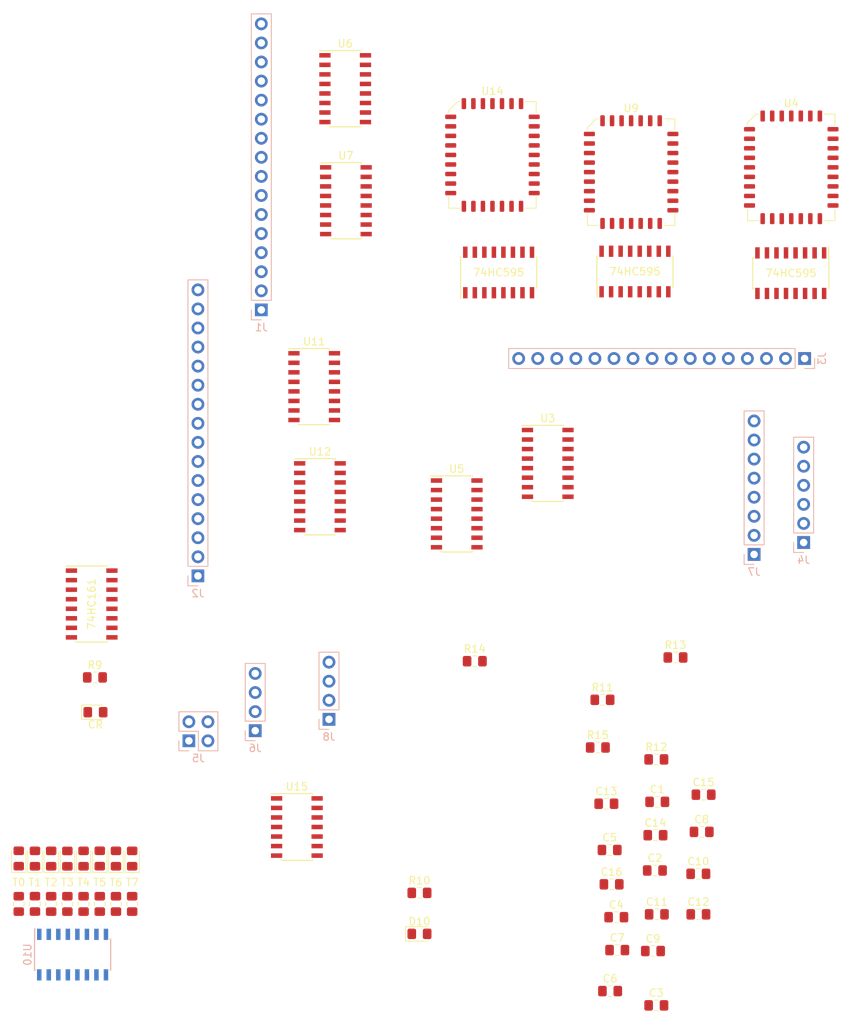
<source format=kicad_pcb>
(kicad_pcb (version 20171130) (host pcbnew 5.0.2+dfsg1-1)

  (general
    (thickness 1.6)
    (drawings 0)
    (tracks 0)
    (zones 0)
    (modules 64)
    (nets 117)
  )

  (page A4)
  (layers
    (0 F.Cu signal)
    (31 B.Cu signal)
    (32 B.Adhes user)
    (33 F.Adhes user)
    (34 B.Paste user)
    (35 F.Paste user)
    (36 B.SilkS user)
    (37 F.SilkS user)
    (38 B.Mask user)
    (39 F.Mask user)
    (40 Dwgs.User user)
    (41 Cmts.User user)
    (42 Eco1.User user)
    (43 Eco2.User user)
    (44 Edge.Cuts user)
    (45 Margin user)
    (46 B.CrtYd user)
    (47 F.CrtYd user)
    (48 B.Fab user)
    (49 F.Fab user)
  )

  (setup
    (last_trace_width 0.25)
    (trace_clearance 0.2)
    (zone_clearance 0.508)
    (zone_45_only no)
    (trace_min 0.2)
    (segment_width 0.2)
    (edge_width 0.15)
    (via_size 0.8)
    (via_drill 0.4)
    (via_min_size 0.4)
    (via_min_drill 0.3)
    (uvia_size 0.3)
    (uvia_drill 0.1)
    (uvias_allowed no)
    (uvia_min_size 0.2)
    (uvia_min_drill 0.1)
    (pcb_text_width 0.3)
    (pcb_text_size 1.5 1.5)
    (mod_edge_width 0.15)
    (mod_text_size 1 1)
    (mod_text_width 0.15)
    (pad_size 1.524 1.524)
    (pad_drill 0.762)
    (pad_to_mask_clearance 0.051)
    (solder_mask_min_width 0.25)
    (aux_axis_origin 0 0)
    (visible_elements FFFFFF7F)
    (pcbplotparams
      (layerselection 0x010fc_ffffffff)
      (usegerberextensions false)
      (usegerberattributes false)
      (usegerberadvancedattributes false)
      (creategerberjobfile false)
      (excludeedgelayer true)
      (linewidth 0.100000)
      (plotframeref false)
      (viasonmask false)
      (mode 1)
      (useauxorigin false)
      (hpglpennumber 1)
      (hpglpenspeed 20)
      (hpglpendiameter 15.000000)
      (psnegative false)
      (psa4output false)
      (plotreference true)
      (plotvalue true)
      (plotinvisibletext false)
      (padsonsilk false)
      (subtractmaskfromsilk false)
      (outputformat 1)
      (mirror false)
      (drillshape 1)
      (scaleselection 1)
      (outputdirectory ""))
  )

  (net 0 "")
  (net 1 VCC)
  (net 2 GND)
  (net 3 "Net-(D1-Pad1)")
  (net 4 "Net-(D2-Pad1)")
  (net 5 "Net-(D3-Pad1)")
  (net 6 "Net-(D4-Pad1)")
  (net 7 "Net-(D5-Pad1)")
  (net 8 "Net-(D6-Pad1)")
  (net 9 "Net-(D7-Pad1)")
  (net 10 "Net-(D8-Pad1)")
  (net 11 "Net-(D9-Pad1)")
  (net 12 "Net-(D10-Pad1)")
  (net 13 OUTCTRL0)
  (net 14 OUTCTRL1)
  (net 15 OUTCTRL2)
  (net 16 OUTCTRL3)
  (net 17 OUTCTRL4)
  (net 18 OUTCTRL5)
  (net 19 OUTCTRL6)
  (net 20 OUTCTRL7)
  (net 21 OUTCTRL8)
  (net 22 OUTCTRL9)
  (net 23 OUTCTRL10)
  (net 24 OUTCTRL11)
  (net 25 OUTCTRL12)
  (net 26 OUTCTRL13)
  (net 27 OUTCTRL14)
  (net 28 OUTCTRL15)
  (net 29 LOADCTRL15)
  (net 30 LOADCTRL14)
  (net 31 LOADCTRL13)
  (net 32 LOADCTRL12)
  (net 33 LOADCTRL11)
  (net 34 LOADCTRL10)
  (net 35 LOADCTRL9)
  (net 36 LOADCTRL8)
  (net 37 LOADCTRL7)
  (net 38 LOADCTRL6)
  (net 39 LOADCTRL5)
  (net 40 LOADCTRL4)
  (net 41 LOADCTRL3)
  (net 42 LOADCTRL2)
  (net 43 LOADCTRL1)
  (net 44 LOADCTRL0)
  (net 45 "Net-(J3-Pad1)")
  (net 46 GPCTRL14)
  (net 47 GPCTRL13)
  (net 48 GPCTRL12)
  (net 49 GPCTRL11)
  (net 50 GPCTRL10)
  (net 51 GPCTRL9)
  (net 52 GPCTRL8)
  (net 53 GPCTRL7)
  (net 54 GPCTRL6)
  (net 55 GPCTRL5)
  (net 56 GPCTRL4)
  (net 57 GPCTRL3)
  (net 58 GPCTRL2)
  (net 59 GPCTRL1)
  (net 60 GPCTRL0)
  (net 61 SPI_LATCH)
  (net 62 SPI_MOSI)
  (net 63 SPI_MISO)
  (net 64 SPI_SCK)
  (net 65 ROM_OE)
  (net 66 "Net-(J4-Pad6)")
  (net 67 FLGV)
  (net 68 FLGC)
  (net 69 FLGZ)
  (net 70 FLGN)
  (net 71 INSTR0)
  (net 72 INSTR1)
  (net 73 INSTR2)
  (net 74 INSTR3)
  (net 75 INSTR4)
  (net 76 INSTR5)
  (net 77 INSTR6)
  (net 78 INSTR7)
  (net 79 "Net-(J8-Pad1)")
  (net 80 CLK_INV)
  (net 81 "Net-(J8-Pad3)")
  (net 82 ~RESET~)
  (net 83 "Net-(R1-Pad2)")
  (net 84 "Net-(R2-Pad2)")
  (net 85 "Net-(R3-Pad2)")
  (net 86 "Net-(R4-Pad2)")
  (net 87 "Net-(R5-Pad2)")
  (net 88 "Net-(R6-Pad2)")
  (net 89 "Net-(R7-Pad2)")
  (net 90 "Net-(R8-Pad2)")
  (net 91 SRESET)
  (net 92 SPI_OE)
  (net 93 "Net-(U1-Pad11)")
  (net 94 STEP2)
  (net 95 STEP1)
  (net 96 STEP0)
  (net 97 "Net-(U1-Pad15)")
  (net 98 AOUT0)
  (net 99 MOSI8)
  (net 100 AOUT3)
  (net 101 AOUT2)
  (net 102 AOUT1)
  (net 103 ~SPI_PL~)
  (net 104 MISO8)
  (net 105 "Net-(U4-Pad1)")
  (net 106 "Net-(U4-Pad30)")
  (net 107 ALOAD1)
  (net 108 ALOAD2)
  (net 109 ALOAD3)
  (net 110 MOSI16)
  (net 111 ALOAD0)
  (net 112 "Net-(U9-Pad1)")
  (net 113 "Net-(U9-Pad30)")
  (net 114 "Net-(U13-Pad9)")
  (net 115 "Net-(U14-Pad30)")
  (net 116 "Net-(U14-Pad1)")

  (net_class Default "This is the default net class."
    (clearance 0.2)
    (trace_width 0.25)
    (via_dia 0.8)
    (via_drill 0.4)
    (uvia_dia 0.3)
    (uvia_drill 0.1)
    (add_net ALOAD0)
    (add_net ALOAD1)
    (add_net ALOAD2)
    (add_net ALOAD3)
    (add_net AOUT0)
    (add_net AOUT1)
    (add_net AOUT2)
    (add_net AOUT3)
    (add_net CLK_INV)
    (add_net FLGC)
    (add_net FLGN)
    (add_net FLGV)
    (add_net FLGZ)
    (add_net GND)
    (add_net GPCTRL0)
    (add_net GPCTRL1)
    (add_net GPCTRL10)
    (add_net GPCTRL11)
    (add_net GPCTRL12)
    (add_net GPCTRL13)
    (add_net GPCTRL14)
    (add_net GPCTRL2)
    (add_net GPCTRL3)
    (add_net GPCTRL4)
    (add_net GPCTRL5)
    (add_net GPCTRL6)
    (add_net GPCTRL7)
    (add_net GPCTRL8)
    (add_net GPCTRL9)
    (add_net INSTR0)
    (add_net INSTR1)
    (add_net INSTR2)
    (add_net INSTR3)
    (add_net INSTR4)
    (add_net INSTR5)
    (add_net INSTR6)
    (add_net INSTR7)
    (add_net LOADCTRL0)
    (add_net LOADCTRL1)
    (add_net LOADCTRL10)
    (add_net LOADCTRL11)
    (add_net LOADCTRL12)
    (add_net LOADCTRL13)
    (add_net LOADCTRL14)
    (add_net LOADCTRL15)
    (add_net LOADCTRL2)
    (add_net LOADCTRL3)
    (add_net LOADCTRL4)
    (add_net LOADCTRL5)
    (add_net LOADCTRL6)
    (add_net LOADCTRL7)
    (add_net LOADCTRL8)
    (add_net LOADCTRL9)
    (add_net MISO8)
    (add_net MOSI16)
    (add_net MOSI8)
    (add_net "Net-(D1-Pad1)")
    (add_net "Net-(D10-Pad1)")
    (add_net "Net-(D2-Pad1)")
    (add_net "Net-(D3-Pad1)")
    (add_net "Net-(D4-Pad1)")
    (add_net "Net-(D5-Pad1)")
    (add_net "Net-(D6-Pad1)")
    (add_net "Net-(D7-Pad1)")
    (add_net "Net-(D8-Pad1)")
    (add_net "Net-(D9-Pad1)")
    (add_net "Net-(J3-Pad1)")
    (add_net "Net-(J4-Pad6)")
    (add_net "Net-(J8-Pad1)")
    (add_net "Net-(J8-Pad3)")
    (add_net "Net-(R1-Pad2)")
    (add_net "Net-(R2-Pad2)")
    (add_net "Net-(R3-Pad2)")
    (add_net "Net-(R4-Pad2)")
    (add_net "Net-(R5-Pad2)")
    (add_net "Net-(R6-Pad2)")
    (add_net "Net-(R7-Pad2)")
    (add_net "Net-(R8-Pad2)")
    (add_net "Net-(U1-Pad11)")
    (add_net "Net-(U1-Pad15)")
    (add_net "Net-(U13-Pad9)")
    (add_net "Net-(U14-Pad1)")
    (add_net "Net-(U14-Pad30)")
    (add_net "Net-(U4-Pad1)")
    (add_net "Net-(U4-Pad30)")
    (add_net "Net-(U9-Pad1)")
    (add_net "Net-(U9-Pad30)")
    (add_net OUTCTRL0)
    (add_net OUTCTRL1)
    (add_net OUTCTRL10)
    (add_net OUTCTRL11)
    (add_net OUTCTRL12)
    (add_net OUTCTRL13)
    (add_net OUTCTRL14)
    (add_net OUTCTRL15)
    (add_net OUTCTRL2)
    (add_net OUTCTRL3)
    (add_net OUTCTRL4)
    (add_net OUTCTRL5)
    (add_net OUTCTRL6)
    (add_net OUTCTRL7)
    (add_net OUTCTRL8)
    (add_net OUTCTRL9)
    (add_net ROM_OE)
    (add_net SPI_LATCH)
    (add_net SPI_MISO)
    (add_net SPI_MOSI)
    (add_net SPI_OE)
    (add_net SPI_SCK)
    (add_net SRESET)
    (add_net STEP0)
    (add_net STEP1)
    (add_net STEP2)
    (add_net VCC)
    (add_net ~RESET~)
    (add_net ~SPI_PL~)
  )

  (module Capacitor_SMD:C_0805_2012Metric_Pad1.15x1.40mm_HandSolder (layer F.Cu) (tedit 5B36C52B) (tstamp 605928D6)
    (at 251.7685 145.3515)
    (descr "Capacitor SMD 0805 (2012 Metric), square (rectangular) end terminal, IPC_7351 nominal with elongated pad for handsoldering. (Body size source: https://docs.google.com/spreadsheets/d/1BsfQQcO9C6DZCsRaXUlFlo91Tg2WpOkGARC1WS5S8t0/edit?usp=sharing), generated with kicad-footprint-generator")
    (tags "capacitor handsolder")
    (path /605E9A53)
    (attr smd)
    (fp_text reference C1 (at 0 -1.65) (layer F.SilkS)
      (effects (font (size 1 1) (thickness 0.15)))
    )
    (fp_text value 100nF (at 0 1.65) (layer F.Fab)
      (effects (font (size 1 1) (thickness 0.15)))
    )
    (fp_line (start -1 0.6) (end -1 -0.6) (layer F.Fab) (width 0.1))
    (fp_line (start -1 -0.6) (end 1 -0.6) (layer F.Fab) (width 0.1))
    (fp_line (start 1 -0.6) (end 1 0.6) (layer F.Fab) (width 0.1))
    (fp_line (start 1 0.6) (end -1 0.6) (layer F.Fab) (width 0.1))
    (fp_line (start -0.261252 -0.71) (end 0.261252 -0.71) (layer F.SilkS) (width 0.12))
    (fp_line (start -0.261252 0.71) (end 0.261252 0.71) (layer F.SilkS) (width 0.12))
    (fp_line (start -1.85 0.95) (end -1.85 -0.95) (layer F.CrtYd) (width 0.05))
    (fp_line (start -1.85 -0.95) (end 1.85 -0.95) (layer F.CrtYd) (width 0.05))
    (fp_line (start 1.85 -0.95) (end 1.85 0.95) (layer F.CrtYd) (width 0.05))
    (fp_line (start 1.85 0.95) (end -1.85 0.95) (layer F.CrtYd) (width 0.05))
    (fp_text user %R (at 0 0) (layer F.Fab)
      (effects (font (size 0.5 0.5) (thickness 0.08)))
    )
    (pad 1 smd roundrect (at -1.025 0) (size 1.15 1.4) (layers F.Cu F.Paste F.Mask) (roundrect_rratio 0.217391)
      (net 1 VCC))
    (pad 2 smd roundrect (at 1.025 0) (size 1.15 1.4) (layers F.Cu F.Paste F.Mask) (roundrect_rratio 0.217391)
      (net 2 GND))
    (model ${KISYS3DMOD}/Capacitor_SMD.3dshapes/C_0805_2012Metric.wrl
      (at (xyz 0 0 0))
      (scale (xyz 1 1 1))
      (rotate (xyz 0 0 0))
    )
  )

  (module Capacitor_SMD:C_0805_2012Metric_Pad1.15x1.40mm_HandSolder (layer F.Cu) (tedit 5B36C52B) (tstamp 605928E7)
    (at 251.451 154.4955)
    (descr "Capacitor SMD 0805 (2012 Metric), square (rectangular) end terminal, IPC_7351 nominal with elongated pad for handsoldering. (Body size source: https://docs.google.com/spreadsheets/d/1BsfQQcO9C6DZCsRaXUlFlo91Tg2WpOkGARC1WS5S8t0/edit?usp=sharing), generated with kicad-footprint-generator")
    (tags "capacitor handsolder")
    (path /605E99D5)
    (attr smd)
    (fp_text reference C2 (at 0 -1.65) (layer F.SilkS)
      (effects (font (size 1 1) (thickness 0.15)))
    )
    (fp_text value 100nF (at 0 1.65) (layer F.Fab)
      (effects (font (size 1 1) (thickness 0.15)))
    )
    (fp_text user %R (at 0 0) (layer F.Fab)
      (effects (font (size 0.5 0.5) (thickness 0.08)))
    )
    (fp_line (start 1.85 0.95) (end -1.85 0.95) (layer F.CrtYd) (width 0.05))
    (fp_line (start 1.85 -0.95) (end 1.85 0.95) (layer F.CrtYd) (width 0.05))
    (fp_line (start -1.85 -0.95) (end 1.85 -0.95) (layer F.CrtYd) (width 0.05))
    (fp_line (start -1.85 0.95) (end -1.85 -0.95) (layer F.CrtYd) (width 0.05))
    (fp_line (start -0.261252 0.71) (end 0.261252 0.71) (layer F.SilkS) (width 0.12))
    (fp_line (start -0.261252 -0.71) (end 0.261252 -0.71) (layer F.SilkS) (width 0.12))
    (fp_line (start 1 0.6) (end -1 0.6) (layer F.Fab) (width 0.1))
    (fp_line (start 1 -0.6) (end 1 0.6) (layer F.Fab) (width 0.1))
    (fp_line (start -1 -0.6) (end 1 -0.6) (layer F.Fab) (width 0.1))
    (fp_line (start -1 0.6) (end -1 -0.6) (layer F.Fab) (width 0.1))
    (pad 2 smd roundrect (at 1.025 0) (size 1.15 1.4) (layers F.Cu F.Paste F.Mask) (roundrect_rratio 0.217391)
      (net 2 GND))
    (pad 1 smd roundrect (at -1.025 0) (size 1.15 1.4) (layers F.Cu F.Paste F.Mask) (roundrect_rratio 0.217391)
      (net 1 VCC))
    (model ${KISYS3DMOD}/Capacitor_SMD.3dshapes/C_0805_2012Metric.wrl
      (at (xyz 0 0 0))
      (scale (xyz 1 1 1))
      (rotate (xyz 0 0 0))
    )
  )

  (module Capacitor_SMD:C_0805_2012Metric_Pad1.15x1.40mm_HandSolder (layer F.Cu) (tedit 5B36C52B) (tstamp 605928F8)
    (at 251.6415 172.466)
    (descr "Capacitor SMD 0805 (2012 Metric), square (rectangular) end terminal, IPC_7351 nominal with elongated pad for handsoldering. (Body size source: https://docs.google.com/spreadsheets/d/1BsfQQcO9C6DZCsRaXUlFlo91Tg2WpOkGARC1WS5S8t0/edit?usp=sharing), generated with kicad-footprint-generator")
    (tags "capacitor handsolder")
    (path /605E9961)
    (attr smd)
    (fp_text reference C3 (at 0 -1.65) (layer F.SilkS)
      (effects (font (size 1 1) (thickness 0.15)))
    )
    (fp_text value 100nF (at 0 1.65) (layer F.Fab)
      (effects (font (size 1 1) (thickness 0.15)))
    )
    (fp_line (start -1 0.6) (end -1 -0.6) (layer F.Fab) (width 0.1))
    (fp_line (start -1 -0.6) (end 1 -0.6) (layer F.Fab) (width 0.1))
    (fp_line (start 1 -0.6) (end 1 0.6) (layer F.Fab) (width 0.1))
    (fp_line (start 1 0.6) (end -1 0.6) (layer F.Fab) (width 0.1))
    (fp_line (start -0.261252 -0.71) (end 0.261252 -0.71) (layer F.SilkS) (width 0.12))
    (fp_line (start -0.261252 0.71) (end 0.261252 0.71) (layer F.SilkS) (width 0.12))
    (fp_line (start -1.85 0.95) (end -1.85 -0.95) (layer F.CrtYd) (width 0.05))
    (fp_line (start -1.85 -0.95) (end 1.85 -0.95) (layer F.CrtYd) (width 0.05))
    (fp_line (start 1.85 -0.95) (end 1.85 0.95) (layer F.CrtYd) (width 0.05))
    (fp_line (start 1.85 0.95) (end -1.85 0.95) (layer F.CrtYd) (width 0.05))
    (fp_text user %R (at 0 0) (layer F.Fab)
      (effects (font (size 0.5 0.5) (thickness 0.08)))
    )
    (pad 1 smd roundrect (at -1.025 0) (size 1.15 1.4) (layers F.Cu F.Paste F.Mask) (roundrect_rratio 0.217391)
      (net 1 VCC))
    (pad 2 smd roundrect (at 1.025 0) (size 1.15 1.4) (layers F.Cu F.Paste F.Mask) (roundrect_rratio 0.217391)
      (net 2 GND))
    (model ${KISYS3DMOD}/Capacitor_SMD.3dshapes/C_0805_2012Metric.wrl
      (at (xyz 0 0 0))
      (scale (xyz 1 1 1))
      (rotate (xyz 0 0 0))
    )
  )

  (module Capacitor_SMD:C_0805_2012Metric_Pad1.15x1.40mm_HandSolder (layer F.Cu) (tedit 5B36C52B) (tstamp 60592909)
    (at 246.3075 160.7185)
    (descr "Capacitor SMD 0805 (2012 Metric), square (rectangular) end terminal, IPC_7351 nominal with elongated pad for handsoldering. (Body size source: https://docs.google.com/spreadsheets/d/1BsfQQcO9C6DZCsRaXUlFlo91Tg2WpOkGARC1WS5S8t0/edit?usp=sharing), generated with kicad-footprint-generator")
    (tags "capacitor handsolder")
    (path /605E988B)
    (attr smd)
    (fp_text reference C4 (at 0 -1.65) (layer F.SilkS)
      (effects (font (size 1 1) (thickness 0.15)))
    )
    (fp_text value 100nF (at 0 1.65) (layer F.Fab)
      (effects (font (size 1 1) (thickness 0.15)))
    )
    (fp_line (start -1 0.6) (end -1 -0.6) (layer F.Fab) (width 0.1))
    (fp_line (start -1 -0.6) (end 1 -0.6) (layer F.Fab) (width 0.1))
    (fp_line (start 1 -0.6) (end 1 0.6) (layer F.Fab) (width 0.1))
    (fp_line (start 1 0.6) (end -1 0.6) (layer F.Fab) (width 0.1))
    (fp_line (start -0.261252 -0.71) (end 0.261252 -0.71) (layer F.SilkS) (width 0.12))
    (fp_line (start -0.261252 0.71) (end 0.261252 0.71) (layer F.SilkS) (width 0.12))
    (fp_line (start -1.85 0.95) (end -1.85 -0.95) (layer F.CrtYd) (width 0.05))
    (fp_line (start -1.85 -0.95) (end 1.85 -0.95) (layer F.CrtYd) (width 0.05))
    (fp_line (start 1.85 -0.95) (end 1.85 0.95) (layer F.CrtYd) (width 0.05))
    (fp_line (start 1.85 0.95) (end -1.85 0.95) (layer F.CrtYd) (width 0.05))
    (fp_text user %R (at 0 0) (layer F.Fab)
      (effects (font (size 0.5 0.5) (thickness 0.08)))
    )
    (pad 1 smd roundrect (at -1.025 0) (size 1.15 1.4) (layers F.Cu F.Paste F.Mask) (roundrect_rratio 0.217391)
      (net 1 VCC))
    (pad 2 smd roundrect (at 1.025 0) (size 1.15 1.4) (layers F.Cu F.Paste F.Mask) (roundrect_rratio 0.217391)
      (net 2 GND))
    (model ${KISYS3DMOD}/Capacitor_SMD.3dshapes/C_0805_2012Metric.wrl
      (at (xyz 0 0 0))
      (scale (xyz 1 1 1))
      (rotate (xyz 0 0 0))
    )
  )

  (module Capacitor_SMD:C_0805_2012Metric_Pad1.15x1.40mm_HandSolder (layer F.Cu) (tedit 5B36C52B) (tstamp 6059291A)
    (at 245.4185 151.765)
    (descr "Capacitor SMD 0805 (2012 Metric), square (rectangular) end terminal, IPC_7351 nominal with elongated pad for handsoldering. (Body size source: https://docs.google.com/spreadsheets/d/1BsfQQcO9C6DZCsRaXUlFlo91Tg2WpOkGARC1WS5S8t0/edit?usp=sharing), generated with kicad-footprint-generator")
    (tags "capacitor handsolder")
    (path /605E9785)
    (attr smd)
    (fp_text reference C5 (at 0 -1.65) (layer F.SilkS)
      (effects (font (size 1 1) (thickness 0.15)))
    )
    (fp_text value 100nF (at 0 1.65) (layer F.Fab)
      (effects (font (size 1 1) (thickness 0.15)))
    )
    (fp_line (start -1 0.6) (end -1 -0.6) (layer F.Fab) (width 0.1))
    (fp_line (start -1 -0.6) (end 1 -0.6) (layer F.Fab) (width 0.1))
    (fp_line (start 1 -0.6) (end 1 0.6) (layer F.Fab) (width 0.1))
    (fp_line (start 1 0.6) (end -1 0.6) (layer F.Fab) (width 0.1))
    (fp_line (start -0.261252 -0.71) (end 0.261252 -0.71) (layer F.SilkS) (width 0.12))
    (fp_line (start -0.261252 0.71) (end 0.261252 0.71) (layer F.SilkS) (width 0.12))
    (fp_line (start -1.85 0.95) (end -1.85 -0.95) (layer F.CrtYd) (width 0.05))
    (fp_line (start -1.85 -0.95) (end 1.85 -0.95) (layer F.CrtYd) (width 0.05))
    (fp_line (start 1.85 -0.95) (end 1.85 0.95) (layer F.CrtYd) (width 0.05))
    (fp_line (start 1.85 0.95) (end -1.85 0.95) (layer F.CrtYd) (width 0.05))
    (fp_text user %R (at 0 0) (layer F.Fab)
      (effects (font (size 0.5 0.5) (thickness 0.08)))
    )
    (pad 1 smd roundrect (at -1.025 0) (size 1.15 1.4) (layers F.Cu F.Paste F.Mask) (roundrect_rratio 0.217391)
      (net 1 VCC))
    (pad 2 smd roundrect (at 1.025 0) (size 1.15 1.4) (layers F.Cu F.Paste F.Mask) (roundrect_rratio 0.217391)
      (net 2 GND))
    (model ${KISYS3DMOD}/Capacitor_SMD.3dshapes/C_0805_2012Metric.wrl
      (at (xyz 0 0 0))
      (scale (xyz 1 1 1))
      (rotate (xyz 0 0 0))
    )
  )

  (module Capacitor_SMD:C_0805_2012Metric_Pad1.15x1.40mm_HandSolder (layer F.Cu) (tedit 5B36C52B) (tstamp 6059292B)
    (at 245.482 170.561)
    (descr "Capacitor SMD 0805 (2012 Metric), square (rectangular) end terminal, IPC_7351 nominal with elongated pad for handsoldering. (Body size source: https://docs.google.com/spreadsheets/d/1BsfQQcO9C6DZCsRaXUlFlo91Tg2WpOkGARC1WS5S8t0/edit?usp=sharing), generated with kicad-footprint-generator")
    (tags "capacitor handsolder")
    (path /605E9717)
    (attr smd)
    (fp_text reference C6 (at 0 -1.65) (layer F.SilkS)
      (effects (font (size 1 1) (thickness 0.15)))
    )
    (fp_text value 100nF (at 0 1.65) (layer F.Fab)
      (effects (font (size 1 1) (thickness 0.15)))
    )
    (fp_text user %R (at 0 0) (layer F.Fab)
      (effects (font (size 0.5 0.5) (thickness 0.08)))
    )
    (fp_line (start 1.85 0.95) (end -1.85 0.95) (layer F.CrtYd) (width 0.05))
    (fp_line (start 1.85 -0.95) (end 1.85 0.95) (layer F.CrtYd) (width 0.05))
    (fp_line (start -1.85 -0.95) (end 1.85 -0.95) (layer F.CrtYd) (width 0.05))
    (fp_line (start -1.85 0.95) (end -1.85 -0.95) (layer F.CrtYd) (width 0.05))
    (fp_line (start -0.261252 0.71) (end 0.261252 0.71) (layer F.SilkS) (width 0.12))
    (fp_line (start -0.261252 -0.71) (end 0.261252 -0.71) (layer F.SilkS) (width 0.12))
    (fp_line (start 1 0.6) (end -1 0.6) (layer F.Fab) (width 0.1))
    (fp_line (start 1 -0.6) (end 1 0.6) (layer F.Fab) (width 0.1))
    (fp_line (start -1 -0.6) (end 1 -0.6) (layer F.Fab) (width 0.1))
    (fp_line (start -1 0.6) (end -1 -0.6) (layer F.Fab) (width 0.1))
    (pad 2 smd roundrect (at 1.025 0) (size 1.15 1.4) (layers F.Cu F.Paste F.Mask) (roundrect_rratio 0.217391)
      (net 2 GND))
    (pad 1 smd roundrect (at -1.025 0) (size 1.15 1.4) (layers F.Cu F.Paste F.Mask) (roundrect_rratio 0.217391)
      (net 1 VCC))
    (model ${KISYS3DMOD}/Capacitor_SMD.3dshapes/C_0805_2012Metric.wrl
      (at (xyz 0 0 0))
      (scale (xyz 1 1 1))
      (rotate (xyz 0 0 0))
    )
  )

  (module Capacitor_SMD:C_0805_2012Metric_Pad1.15x1.40mm_HandSolder (layer F.Cu) (tedit 5B36C52B) (tstamp 6059293C)
    (at 246.4345 165.1)
    (descr "Capacitor SMD 0805 (2012 Metric), square (rectangular) end terminal, IPC_7351 nominal with elongated pad for handsoldering. (Body size source: https://docs.google.com/spreadsheets/d/1BsfQQcO9C6DZCsRaXUlFlo91Tg2WpOkGARC1WS5S8t0/edit?usp=sharing), generated with kicad-footprint-generator")
    (tags "capacitor handsolder")
    (path /605E96A7)
    (attr smd)
    (fp_text reference C7 (at 0 -1.65) (layer F.SilkS)
      (effects (font (size 1 1) (thickness 0.15)))
    )
    (fp_text value 100nF (at 0 1.65) (layer F.Fab)
      (effects (font (size 1 1) (thickness 0.15)))
    )
    (fp_line (start -1 0.6) (end -1 -0.6) (layer F.Fab) (width 0.1))
    (fp_line (start -1 -0.6) (end 1 -0.6) (layer F.Fab) (width 0.1))
    (fp_line (start 1 -0.6) (end 1 0.6) (layer F.Fab) (width 0.1))
    (fp_line (start 1 0.6) (end -1 0.6) (layer F.Fab) (width 0.1))
    (fp_line (start -0.261252 -0.71) (end 0.261252 -0.71) (layer F.SilkS) (width 0.12))
    (fp_line (start -0.261252 0.71) (end 0.261252 0.71) (layer F.SilkS) (width 0.12))
    (fp_line (start -1.85 0.95) (end -1.85 -0.95) (layer F.CrtYd) (width 0.05))
    (fp_line (start -1.85 -0.95) (end 1.85 -0.95) (layer F.CrtYd) (width 0.05))
    (fp_line (start 1.85 -0.95) (end 1.85 0.95) (layer F.CrtYd) (width 0.05))
    (fp_line (start 1.85 0.95) (end -1.85 0.95) (layer F.CrtYd) (width 0.05))
    (fp_text user %R (at 0 0) (layer F.Fab)
      (effects (font (size 0.5 0.5) (thickness 0.08)))
    )
    (pad 1 smd roundrect (at -1.025 0) (size 1.15 1.4) (layers F.Cu F.Paste F.Mask) (roundrect_rratio 0.217391)
      (net 1 VCC))
    (pad 2 smd roundrect (at 1.025 0) (size 1.15 1.4) (layers F.Cu F.Paste F.Mask) (roundrect_rratio 0.217391)
      (net 2 GND))
    (model ${KISYS3DMOD}/Capacitor_SMD.3dshapes/C_0805_2012Metric.wrl
      (at (xyz 0 0 0))
      (scale (xyz 1 1 1))
      (rotate (xyz 0 0 0))
    )
  )

  (module Capacitor_SMD:C_0805_2012Metric_Pad1.15x1.40mm_HandSolder (layer F.Cu) (tedit 5B36C52B) (tstamp 6059294D)
    (at 257.683 149.352)
    (descr "Capacitor SMD 0805 (2012 Metric), square (rectangular) end terminal, IPC_7351 nominal with elongated pad for handsoldering. (Body size source: https://docs.google.com/spreadsheets/d/1BsfQQcO9C6DZCsRaXUlFlo91Tg2WpOkGARC1WS5S8t0/edit?usp=sharing), generated with kicad-footprint-generator")
    (tags "capacitor handsolder")
    (path /605E9639)
    (attr smd)
    (fp_text reference C8 (at 0 -1.65) (layer F.SilkS)
      (effects (font (size 1 1) (thickness 0.15)))
    )
    (fp_text value 100nF (at 0 1.65) (layer F.Fab)
      (effects (font (size 1 1) (thickness 0.15)))
    )
    (fp_text user %R (at 0 0) (layer F.Fab)
      (effects (font (size 0.5 0.5) (thickness 0.08)))
    )
    (fp_line (start 1.85 0.95) (end -1.85 0.95) (layer F.CrtYd) (width 0.05))
    (fp_line (start 1.85 -0.95) (end 1.85 0.95) (layer F.CrtYd) (width 0.05))
    (fp_line (start -1.85 -0.95) (end 1.85 -0.95) (layer F.CrtYd) (width 0.05))
    (fp_line (start -1.85 0.95) (end -1.85 -0.95) (layer F.CrtYd) (width 0.05))
    (fp_line (start -0.261252 0.71) (end 0.261252 0.71) (layer F.SilkS) (width 0.12))
    (fp_line (start -0.261252 -0.71) (end 0.261252 -0.71) (layer F.SilkS) (width 0.12))
    (fp_line (start 1 0.6) (end -1 0.6) (layer F.Fab) (width 0.1))
    (fp_line (start 1 -0.6) (end 1 0.6) (layer F.Fab) (width 0.1))
    (fp_line (start -1 -0.6) (end 1 -0.6) (layer F.Fab) (width 0.1))
    (fp_line (start -1 0.6) (end -1 -0.6) (layer F.Fab) (width 0.1))
    (pad 2 smd roundrect (at 1.025 0) (size 1.15 1.4) (layers F.Cu F.Paste F.Mask) (roundrect_rratio 0.217391)
      (net 2 GND))
    (pad 1 smd roundrect (at -1.025 0) (size 1.15 1.4) (layers F.Cu F.Paste F.Mask) (roundrect_rratio 0.217391)
      (net 1 VCC))
    (model ${KISYS3DMOD}/Capacitor_SMD.3dshapes/C_0805_2012Metric.wrl
      (at (xyz 0 0 0))
      (scale (xyz 1 1 1))
      (rotate (xyz 0 0 0))
    )
  )

  (module Capacitor_SMD:C_0805_2012Metric_Pad1.15x1.40mm_HandSolder (layer F.Cu) (tedit 5B36C52B) (tstamp 6059295E)
    (at 251.197 165.227)
    (descr "Capacitor SMD 0805 (2012 Metric), square (rectangular) end terminal, IPC_7351 nominal with elongated pad for handsoldering. (Body size source: https://docs.google.com/spreadsheets/d/1BsfQQcO9C6DZCsRaXUlFlo91Tg2WpOkGARC1WS5S8t0/edit?usp=sharing), generated with kicad-footprint-generator")
    (tags "capacitor handsolder")
    (path /605E95D1)
    (attr smd)
    (fp_text reference C9 (at 0 -1.65) (layer F.SilkS)
      (effects (font (size 1 1) (thickness 0.15)))
    )
    (fp_text value 100nF (at 0 1.65) (layer F.Fab)
      (effects (font (size 1 1) (thickness 0.15)))
    )
    (fp_line (start -1 0.6) (end -1 -0.6) (layer F.Fab) (width 0.1))
    (fp_line (start -1 -0.6) (end 1 -0.6) (layer F.Fab) (width 0.1))
    (fp_line (start 1 -0.6) (end 1 0.6) (layer F.Fab) (width 0.1))
    (fp_line (start 1 0.6) (end -1 0.6) (layer F.Fab) (width 0.1))
    (fp_line (start -0.261252 -0.71) (end 0.261252 -0.71) (layer F.SilkS) (width 0.12))
    (fp_line (start -0.261252 0.71) (end 0.261252 0.71) (layer F.SilkS) (width 0.12))
    (fp_line (start -1.85 0.95) (end -1.85 -0.95) (layer F.CrtYd) (width 0.05))
    (fp_line (start -1.85 -0.95) (end 1.85 -0.95) (layer F.CrtYd) (width 0.05))
    (fp_line (start 1.85 -0.95) (end 1.85 0.95) (layer F.CrtYd) (width 0.05))
    (fp_line (start 1.85 0.95) (end -1.85 0.95) (layer F.CrtYd) (width 0.05))
    (fp_text user %R (at 0 0) (layer F.Fab)
      (effects (font (size 0.5 0.5) (thickness 0.08)))
    )
    (pad 1 smd roundrect (at -1.025 0) (size 1.15 1.4) (layers F.Cu F.Paste F.Mask) (roundrect_rratio 0.217391)
      (net 1 VCC))
    (pad 2 smd roundrect (at 1.025 0) (size 1.15 1.4) (layers F.Cu F.Paste F.Mask) (roundrect_rratio 0.217391)
      (net 2 GND))
    (model ${KISYS3DMOD}/Capacitor_SMD.3dshapes/C_0805_2012Metric.wrl
      (at (xyz 0 0 0))
      (scale (xyz 1 1 1))
      (rotate (xyz 0 0 0))
    )
  )

  (module Capacitor_SMD:C_0805_2012Metric_Pad1.15x1.40mm_HandSolder (layer F.Cu) (tedit 5B36C52B) (tstamp 6059296F)
    (at 257.2385 154.94)
    (descr "Capacitor SMD 0805 (2012 Metric), square (rectangular) end terminal, IPC_7351 nominal with elongated pad for handsoldering. (Body size source: https://docs.google.com/spreadsheets/d/1BsfQQcO9C6DZCsRaXUlFlo91Tg2WpOkGARC1WS5S8t0/edit?usp=sharing), generated with kicad-footprint-generator")
    (tags "capacitor handsolder")
    (path /605E927C)
    (attr smd)
    (fp_text reference C10 (at 0 -1.65) (layer F.SilkS)
      (effects (font (size 1 1) (thickness 0.15)))
    )
    (fp_text value 100nF (at 0 1.65) (layer F.Fab)
      (effects (font (size 1 1) (thickness 0.15)))
    )
    (fp_text user %R (at 0 0) (layer F.Fab)
      (effects (font (size 0.5 0.5) (thickness 0.08)))
    )
    (fp_line (start 1.85 0.95) (end -1.85 0.95) (layer F.CrtYd) (width 0.05))
    (fp_line (start 1.85 -0.95) (end 1.85 0.95) (layer F.CrtYd) (width 0.05))
    (fp_line (start -1.85 -0.95) (end 1.85 -0.95) (layer F.CrtYd) (width 0.05))
    (fp_line (start -1.85 0.95) (end -1.85 -0.95) (layer F.CrtYd) (width 0.05))
    (fp_line (start -0.261252 0.71) (end 0.261252 0.71) (layer F.SilkS) (width 0.12))
    (fp_line (start -0.261252 -0.71) (end 0.261252 -0.71) (layer F.SilkS) (width 0.12))
    (fp_line (start 1 0.6) (end -1 0.6) (layer F.Fab) (width 0.1))
    (fp_line (start 1 -0.6) (end 1 0.6) (layer F.Fab) (width 0.1))
    (fp_line (start -1 -0.6) (end 1 -0.6) (layer F.Fab) (width 0.1))
    (fp_line (start -1 0.6) (end -1 -0.6) (layer F.Fab) (width 0.1))
    (pad 2 smd roundrect (at 1.025 0) (size 1.15 1.4) (layers F.Cu F.Paste F.Mask) (roundrect_rratio 0.217391)
      (net 2 GND))
    (pad 1 smd roundrect (at -1.025 0) (size 1.15 1.4) (layers F.Cu F.Paste F.Mask) (roundrect_rratio 0.217391)
      (net 1 VCC))
    (model ${KISYS3DMOD}/Capacitor_SMD.3dshapes/C_0805_2012Metric.wrl
      (at (xyz 0 0 0))
      (scale (xyz 1 1 1))
      (rotate (xyz 0 0 0))
    )
  )

  (module Capacitor_SMD:C_0805_2012Metric_Pad1.15x1.40mm_HandSolder (layer F.Cu) (tedit 5B36C52B) (tstamp 60592980)
    (at 251.705 160.3375)
    (descr "Capacitor SMD 0805 (2012 Metric), square (rectangular) end terminal, IPC_7351 nominal with elongated pad for handsoldering. (Body size source: https://docs.google.com/spreadsheets/d/1BsfQQcO9C6DZCsRaXUlFlo91Tg2WpOkGARC1WS5S8t0/edit?usp=sharing), generated with kicad-footprint-generator")
    (tags "capacitor handsolder")
    (path /605E9210)
    (attr smd)
    (fp_text reference C11 (at 0 -1.65) (layer F.SilkS)
      (effects (font (size 1 1) (thickness 0.15)))
    )
    (fp_text value 100nF (at 0 1.65) (layer F.Fab)
      (effects (font (size 1 1) (thickness 0.15)))
    )
    (fp_line (start -1 0.6) (end -1 -0.6) (layer F.Fab) (width 0.1))
    (fp_line (start -1 -0.6) (end 1 -0.6) (layer F.Fab) (width 0.1))
    (fp_line (start 1 -0.6) (end 1 0.6) (layer F.Fab) (width 0.1))
    (fp_line (start 1 0.6) (end -1 0.6) (layer F.Fab) (width 0.1))
    (fp_line (start -0.261252 -0.71) (end 0.261252 -0.71) (layer F.SilkS) (width 0.12))
    (fp_line (start -0.261252 0.71) (end 0.261252 0.71) (layer F.SilkS) (width 0.12))
    (fp_line (start -1.85 0.95) (end -1.85 -0.95) (layer F.CrtYd) (width 0.05))
    (fp_line (start -1.85 -0.95) (end 1.85 -0.95) (layer F.CrtYd) (width 0.05))
    (fp_line (start 1.85 -0.95) (end 1.85 0.95) (layer F.CrtYd) (width 0.05))
    (fp_line (start 1.85 0.95) (end -1.85 0.95) (layer F.CrtYd) (width 0.05))
    (fp_text user %R (at 0 0) (layer F.Fab)
      (effects (font (size 0.5 0.5) (thickness 0.08)))
    )
    (pad 1 smd roundrect (at -1.025 0) (size 1.15 1.4) (layers F.Cu F.Paste F.Mask) (roundrect_rratio 0.217391)
      (net 1 VCC))
    (pad 2 smd roundrect (at 1.025 0) (size 1.15 1.4) (layers F.Cu F.Paste F.Mask) (roundrect_rratio 0.217391)
      (net 2 GND))
    (model ${KISYS3DMOD}/Capacitor_SMD.3dshapes/C_0805_2012Metric.wrl
      (at (xyz 0 0 0))
      (scale (xyz 1 1 1))
      (rotate (xyz 0 0 0))
    )
  )

  (module Capacitor_SMD:C_0805_2012Metric_Pad1.15x1.40mm_HandSolder (layer F.Cu) (tedit 5B36C52B) (tstamp 60592991)
    (at 257.2475 160.3375)
    (descr "Capacitor SMD 0805 (2012 Metric), square (rectangular) end terminal, IPC_7351 nominal with elongated pad for handsoldering. (Body size source: https://docs.google.com/spreadsheets/d/1BsfQQcO9C6DZCsRaXUlFlo91Tg2WpOkGARC1WS5S8t0/edit?usp=sharing), generated with kicad-footprint-generator")
    (tags "capacitor handsolder")
    (path /605E91B0)
    (attr smd)
    (fp_text reference C12 (at 0 -1.65) (layer F.SilkS)
      (effects (font (size 1 1) (thickness 0.15)))
    )
    (fp_text value 100nF (at 0 1.65) (layer F.Fab)
      (effects (font (size 1 1) (thickness 0.15)))
    )
    (fp_text user %R (at 0 0) (layer F.Fab)
      (effects (font (size 0.5 0.5) (thickness 0.08)))
    )
    (fp_line (start 1.85 0.95) (end -1.85 0.95) (layer F.CrtYd) (width 0.05))
    (fp_line (start 1.85 -0.95) (end 1.85 0.95) (layer F.CrtYd) (width 0.05))
    (fp_line (start -1.85 -0.95) (end 1.85 -0.95) (layer F.CrtYd) (width 0.05))
    (fp_line (start -1.85 0.95) (end -1.85 -0.95) (layer F.CrtYd) (width 0.05))
    (fp_line (start -0.261252 0.71) (end 0.261252 0.71) (layer F.SilkS) (width 0.12))
    (fp_line (start -0.261252 -0.71) (end 0.261252 -0.71) (layer F.SilkS) (width 0.12))
    (fp_line (start 1 0.6) (end -1 0.6) (layer F.Fab) (width 0.1))
    (fp_line (start 1 -0.6) (end 1 0.6) (layer F.Fab) (width 0.1))
    (fp_line (start -1 -0.6) (end 1 -0.6) (layer F.Fab) (width 0.1))
    (fp_line (start -1 0.6) (end -1 -0.6) (layer F.Fab) (width 0.1))
    (pad 2 smd roundrect (at 1.025 0) (size 1.15 1.4) (layers F.Cu F.Paste F.Mask) (roundrect_rratio 0.217391)
      (net 2 GND))
    (pad 1 smd roundrect (at -1.025 0) (size 1.15 1.4) (layers F.Cu F.Paste F.Mask) (roundrect_rratio 0.217391)
      (net 1 VCC))
    (model ${KISYS3DMOD}/Capacitor_SMD.3dshapes/C_0805_2012Metric.wrl
      (at (xyz 0 0 0))
      (scale (xyz 1 1 1))
      (rotate (xyz 0 0 0))
    )
  )

  (module Capacitor_SMD:C_0805_2012Metric_Pad1.15x1.40mm_HandSolder (layer F.Cu) (tedit 5B36C52B) (tstamp 605929A2)
    (at 244.983 145.6055)
    (descr "Capacitor SMD 0805 (2012 Metric), square (rectangular) end terminal, IPC_7351 nominal with elongated pad for handsoldering. (Body size source: https://docs.google.com/spreadsheets/d/1BsfQQcO9C6DZCsRaXUlFlo91Tg2WpOkGARC1WS5S8t0/edit?usp=sharing), generated with kicad-footprint-generator")
    (tags "capacitor handsolder")
    (path /605E9144)
    (attr smd)
    (fp_text reference C13 (at 0 -1.65) (layer F.SilkS)
      (effects (font (size 1 1) (thickness 0.15)))
    )
    (fp_text value 100nF (at 0 1.65) (layer F.Fab)
      (effects (font (size 1 1) (thickness 0.15)))
    )
    (fp_text user %R (at 0 0) (layer F.Fab)
      (effects (font (size 0.5 0.5) (thickness 0.08)))
    )
    (fp_line (start 1.85 0.95) (end -1.85 0.95) (layer F.CrtYd) (width 0.05))
    (fp_line (start 1.85 -0.95) (end 1.85 0.95) (layer F.CrtYd) (width 0.05))
    (fp_line (start -1.85 -0.95) (end 1.85 -0.95) (layer F.CrtYd) (width 0.05))
    (fp_line (start -1.85 0.95) (end -1.85 -0.95) (layer F.CrtYd) (width 0.05))
    (fp_line (start -0.261252 0.71) (end 0.261252 0.71) (layer F.SilkS) (width 0.12))
    (fp_line (start -0.261252 -0.71) (end 0.261252 -0.71) (layer F.SilkS) (width 0.12))
    (fp_line (start 1 0.6) (end -1 0.6) (layer F.Fab) (width 0.1))
    (fp_line (start 1 -0.6) (end 1 0.6) (layer F.Fab) (width 0.1))
    (fp_line (start -1 -0.6) (end 1 -0.6) (layer F.Fab) (width 0.1))
    (fp_line (start -1 0.6) (end -1 -0.6) (layer F.Fab) (width 0.1))
    (pad 2 smd roundrect (at 1.025 0) (size 1.15 1.4) (layers F.Cu F.Paste F.Mask) (roundrect_rratio 0.217391)
      (net 2 GND))
    (pad 1 smd roundrect (at -1.025 0) (size 1.15 1.4) (layers F.Cu F.Paste F.Mask) (roundrect_rratio 0.217391)
      (net 1 VCC))
    (model ${KISYS3DMOD}/Capacitor_SMD.3dshapes/C_0805_2012Metric.wrl
      (at (xyz 0 0 0))
      (scale (xyz 1 1 1))
      (rotate (xyz 0 0 0))
    )
  )

  (module Capacitor_SMD:C_0805_2012Metric_Pad1.15x1.40mm_HandSolder (layer F.Cu) (tedit 5B36C52B) (tstamp 605929B3)
    (at 251.5235 149.7965)
    (descr "Capacitor SMD 0805 (2012 Metric), square (rectangular) end terminal, IPC_7351 nominal with elongated pad for handsoldering. (Body size source: https://docs.google.com/spreadsheets/d/1BsfQQcO9C6DZCsRaXUlFlo91Tg2WpOkGARC1WS5S8t0/edit?usp=sharing), generated with kicad-footprint-generator")
    (tags "capacitor handsolder")
    (path /605E90CA)
    (attr smd)
    (fp_text reference C14 (at 0 -1.65) (layer F.SilkS)
      (effects (font (size 1 1) (thickness 0.15)))
    )
    (fp_text value 100nF (at 0 1.65) (layer F.Fab)
      (effects (font (size 1 1) (thickness 0.15)))
    )
    (fp_text user %R (at 0 0) (layer F.Fab)
      (effects (font (size 0.5 0.5) (thickness 0.08)))
    )
    (fp_line (start 1.85 0.95) (end -1.85 0.95) (layer F.CrtYd) (width 0.05))
    (fp_line (start 1.85 -0.95) (end 1.85 0.95) (layer F.CrtYd) (width 0.05))
    (fp_line (start -1.85 -0.95) (end 1.85 -0.95) (layer F.CrtYd) (width 0.05))
    (fp_line (start -1.85 0.95) (end -1.85 -0.95) (layer F.CrtYd) (width 0.05))
    (fp_line (start -0.261252 0.71) (end 0.261252 0.71) (layer F.SilkS) (width 0.12))
    (fp_line (start -0.261252 -0.71) (end 0.261252 -0.71) (layer F.SilkS) (width 0.12))
    (fp_line (start 1 0.6) (end -1 0.6) (layer F.Fab) (width 0.1))
    (fp_line (start 1 -0.6) (end 1 0.6) (layer F.Fab) (width 0.1))
    (fp_line (start -1 -0.6) (end 1 -0.6) (layer F.Fab) (width 0.1))
    (fp_line (start -1 0.6) (end -1 -0.6) (layer F.Fab) (width 0.1))
    (pad 2 smd roundrect (at 1.025 0) (size 1.15 1.4) (layers F.Cu F.Paste F.Mask) (roundrect_rratio 0.217391)
      (net 2 GND))
    (pad 1 smd roundrect (at -1.025 0) (size 1.15 1.4) (layers F.Cu F.Paste F.Mask) (roundrect_rratio 0.217391)
      (net 1 VCC))
    (model ${KISYS3DMOD}/Capacitor_SMD.3dshapes/C_0805_2012Metric.wrl
      (at (xyz 0 0 0))
      (scale (xyz 1 1 1))
      (rotate (xyz 0 0 0))
    )
  )

  (module Capacitor_SMD:C_0805_2012Metric_Pad1.15x1.40mm_HandSolder (layer F.Cu) (tedit 5B36C52B) (tstamp 605929C4)
    (at 257.937 144.399)
    (descr "Capacitor SMD 0805 (2012 Metric), square (rectangular) end terminal, IPC_7351 nominal with elongated pad for handsoldering. (Body size source: https://docs.google.com/spreadsheets/d/1BsfQQcO9C6DZCsRaXUlFlo91Tg2WpOkGARC1WS5S8t0/edit?usp=sharing), generated with kicad-footprint-generator")
    (tags "capacitor handsolder")
    (path /605E8483)
    (attr smd)
    (fp_text reference C15 (at 0 -1.65) (layer F.SilkS)
      (effects (font (size 1 1) (thickness 0.15)))
    )
    (fp_text value 100nF (at 0 1.65) (layer F.Fab)
      (effects (font (size 1 1) (thickness 0.15)))
    )
    (fp_line (start -1 0.6) (end -1 -0.6) (layer F.Fab) (width 0.1))
    (fp_line (start -1 -0.6) (end 1 -0.6) (layer F.Fab) (width 0.1))
    (fp_line (start 1 -0.6) (end 1 0.6) (layer F.Fab) (width 0.1))
    (fp_line (start 1 0.6) (end -1 0.6) (layer F.Fab) (width 0.1))
    (fp_line (start -0.261252 -0.71) (end 0.261252 -0.71) (layer F.SilkS) (width 0.12))
    (fp_line (start -0.261252 0.71) (end 0.261252 0.71) (layer F.SilkS) (width 0.12))
    (fp_line (start -1.85 0.95) (end -1.85 -0.95) (layer F.CrtYd) (width 0.05))
    (fp_line (start -1.85 -0.95) (end 1.85 -0.95) (layer F.CrtYd) (width 0.05))
    (fp_line (start 1.85 -0.95) (end 1.85 0.95) (layer F.CrtYd) (width 0.05))
    (fp_line (start 1.85 0.95) (end -1.85 0.95) (layer F.CrtYd) (width 0.05))
    (fp_text user %R (at 0 0) (layer F.Fab)
      (effects (font (size 0.5 0.5) (thickness 0.08)))
    )
    (pad 1 smd roundrect (at -1.025 0) (size 1.15 1.4) (layers F.Cu F.Paste F.Mask) (roundrect_rratio 0.217391)
      (net 1 VCC))
    (pad 2 smd roundrect (at 1.025 0) (size 1.15 1.4) (layers F.Cu F.Paste F.Mask) (roundrect_rratio 0.217391)
      (net 2 GND))
    (model ${KISYS3DMOD}/Capacitor_SMD.3dshapes/C_0805_2012Metric.wrl
      (at (xyz 0 0 0))
      (scale (xyz 1 1 1))
      (rotate (xyz 0 0 0))
    )
  )

  (module Capacitor_SMD:C_0805_2012Metric_Pad1.15x1.40mm_HandSolder (layer F.Cu) (tedit 5B36C52B) (tstamp 605929D5)
    (at 245.6815 156.337)
    (descr "Capacitor SMD 0805 (2012 Metric), square (rectangular) end terminal, IPC_7351 nominal with elongated pad for handsoldering. (Body size source: https://docs.google.com/spreadsheets/d/1BsfQQcO9C6DZCsRaXUlFlo91Tg2WpOkGARC1WS5S8t0/edit?usp=sharing), generated with kicad-footprint-generator")
    (tags "capacitor handsolder")
    (path /605E7E6D)
    (attr smd)
    (fp_text reference C16 (at 0 -1.65) (layer F.SilkS)
      (effects (font (size 1 1) (thickness 0.15)))
    )
    (fp_text value 10uF (at 0 1.65) (layer F.Fab)
      (effects (font (size 1 1) (thickness 0.15)))
    )
    (fp_text user %R (at 0 0) (layer F.Fab)
      (effects (font (size 0.5 0.5) (thickness 0.08)))
    )
    (fp_line (start 1.85 0.95) (end -1.85 0.95) (layer F.CrtYd) (width 0.05))
    (fp_line (start 1.85 -0.95) (end 1.85 0.95) (layer F.CrtYd) (width 0.05))
    (fp_line (start -1.85 -0.95) (end 1.85 -0.95) (layer F.CrtYd) (width 0.05))
    (fp_line (start -1.85 0.95) (end -1.85 -0.95) (layer F.CrtYd) (width 0.05))
    (fp_line (start -0.261252 0.71) (end 0.261252 0.71) (layer F.SilkS) (width 0.12))
    (fp_line (start -0.261252 -0.71) (end 0.261252 -0.71) (layer F.SilkS) (width 0.12))
    (fp_line (start 1 0.6) (end -1 0.6) (layer F.Fab) (width 0.1))
    (fp_line (start 1 -0.6) (end 1 0.6) (layer F.Fab) (width 0.1))
    (fp_line (start -1 -0.6) (end 1 -0.6) (layer F.Fab) (width 0.1))
    (fp_line (start -1 0.6) (end -1 -0.6) (layer F.Fab) (width 0.1))
    (pad 2 smd roundrect (at 1.025 0) (size 1.15 1.4) (layers F.Cu F.Paste F.Mask) (roundrect_rratio 0.217391)
      (net 2 GND))
    (pad 1 smd roundrect (at -1.025 0) (size 1.15 1.4) (layers F.Cu F.Paste F.Mask) (roundrect_rratio 0.217391)
      (net 1 VCC))
    (model ${KISYS3DMOD}/Capacitor_SMD.3dshapes/C_0805_2012Metric.wrl
      (at (xyz 0 0 0))
      (scale (xyz 1 1 1))
      (rotate (xyz 0 0 0))
    )
  )

  (module LED_SMD:LED_0805_2012Metric_Pad1.15x1.40mm_HandSolder (layer F.Cu) (tedit 604CE113) (tstamp 605929E8)
    (at 166.6875 152.899 90)
    (descr "LED SMD 0805 (2012 Metric), square (rectangular) end terminal, IPC_7351 nominal, (Body size source: https://docs.google.com/spreadsheets/d/1BsfQQcO9C6DZCsRaXUlFlo91Tg2WpOkGARC1WS5S8t0/edit?usp=sharing), generated with kicad-footprint-generator")
    (tags "LED handsolder")
    (path /604F49DE)
    (attr smd)
    (fp_text reference D1 (at 0 -1.65 90) (layer F.Fab)
      (effects (font (size 1 1) (thickness 0.15)))
    )
    (fp_text value T0 (at -3.184 0 180) (layer F.SilkS)
      (effects (font (size 1 1) (thickness 0.15)))
    )
    (fp_text user %R (at 0 0 90) (layer F.Fab)
      (effects (font (size 0.5 0.5) (thickness 0.08)))
    )
    (fp_line (start 1.85 0.95) (end -1.85 0.95) (layer F.CrtYd) (width 0.05))
    (fp_line (start 1.85 -0.95) (end 1.85 0.95) (layer F.CrtYd) (width 0.05))
    (fp_line (start -1.85 -0.95) (end 1.85 -0.95) (layer F.CrtYd) (width 0.05))
    (fp_line (start -1.85 0.95) (end -1.85 -0.95) (layer F.CrtYd) (width 0.05))
    (fp_line (start -1.86 0.96) (end 1 0.96) (layer F.SilkS) (width 0.12))
    (fp_line (start -1.86 -0.96) (end -1.86 0.96) (layer F.SilkS) (width 0.12))
    (fp_line (start 1 -0.96) (end -1.86 -0.96) (layer F.SilkS) (width 0.12))
    (fp_line (start 1 0.6) (end 1 -0.6) (layer F.Fab) (width 0.1))
    (fp_line (start -1 0.6) (end 1 0.6) (layer F.Fab) (width 0.1))
    (fp_line (start -1 -0.3) (end -1 0.6) (layer F.Fab) (width 0.1))
    (fp_line (start -0.7 -0.6) (end -1 -0.3) (layer F.Fab) (width 0.1))
    (fp_line (start 1 -0.6) (end -0.7 -0.6) (layer F.Fab) (width 0.1))
    (pad 2 smd roundrect (at 1.025 0 90) (size 1.15 1.4) (layers F.Cu F.Paste F.Mask) (roundrect_rratio 0.217391)
      (net 1 VCC))
    (pad 1 smd roundrect (at -1.025 0 90) (size 1.15 1.4) (layers F.Cu F.Paste F.Mask) (roundrect_rratio 0.217391)
      (net 3 "Net-(D1-Pad1)"))
    (model ${KISYS3DMOD}/LED_SMD.3dshapes/LED_0805_2012Metric.wrl
      (at (xyz 0 0 0))
      (scale (xyz 1 1 1))
      (rotate (xyz 0 0 0))
    )
  )

  (module LED_SMD:LED_0805_2012Metric_Pad1.15x1.40mm_HandSolder (layer F.Cu) (tedit 604CE12B) (tstamp 605929FB)
    (at 168.8465 152.908 90)
    (descr "LED SMD 0805 (2012 Metric), square (rectangular) end terminal, IPC_7351 nominal, (Body size source: https://docs.google.com/spreadsheets/d/1BsfQQcO9C6DZCsRaXUlFlo91Tg2WpOkGARC1WS5S8t0/edit?usp=sharing), generated with kicad-footprint-generator")
    (tags "LED handsolder")
    (path /604F4ADE)
    (attr smd)
    (fp_text reference D2 (at 0 -1.65 90) (layer F.Fab)
      (effects (font (size 1 1) (thickness 0.15)))
    )
    (fp_text value T1 (at -3.175 0 180) (layer F.SilkS)
      (effects (font (size 1 1) (thickness 0.15)))
    )
    (fp_line (start 1 -0.6) (end -0.7 -0.6) (layer F.Fab) (width 0.1))
    (fp_line (start -0.7 -0.6) (end -1 -0.3) (layer F.Fab) (width 0.1))
    (fp_line (start -1 -0.3) (end -1 0.6) (layer F.Fab) (width 0.1))
    (fp_line (start -1 0.6) (end 1 0.6) (layer F.Fab) (width 0.1))
    (fp_line (start 1 0.6) (end 1 -0.6) (layer F.Fab) (width 0.1))
    (fp_line (start 1 -0.96) (end -1.86 -0.96) (layer F.SilkS) (width 0.12))
    (fp_line (start -1.86 -0.96) (end -1.86 0.96) (layer F.SilkS) (width 0.12))
    (fp_line (start -1.86 0.96) (end 1 0.96) (layer F.SilkS) (width 0.12))
    (fp_line (start -1.85 0.95) (end -1.85 -0.95) (layer F.CrtYd) (width 0.05))
    (fp_line (start -1.85 -0.95) (end 1.85 -0.95) (layer F.CrtYd) (width 0.05))
    (fp_line (start 1.85 -0.95) (end 1.85 0.95) (layer F.CrtYd) (width 0.05))
    (fp_line (start 1.85 0.95) (end -1.85 0.95) (layer F.CrtYd) (width 0.05))
    (fp_text user %R (at 0 0 90) (layer F.Fab)
      (effects (font (size 0.5 0.5) (thickness 0.08)))
    )
    (pad 1 smd roundrect (at -1.025 0 90) (size 1.15 1.4) (layers F.Cu F.Paste F.Mask) (roundrect_rratio 0.217391)
      (net 4 "Net-(D2-Pad1)"))
    (pad 2 smd roundrect (at 1.025 0 90) (size 1.15 1.4) (layers F.Cu F.Paste F.Mask) (roundrect_rratio 0.217391)
      (net 1 VCC))
    (model ${KISYS3DMOD}/LED_SMD.3dshapes/LED_0805_2012Metric.wrl
      (at (xyz 0 0 0))
      (scale (xyz 1 1 1))
      (rotate (xyz 0 0 0))
    )
  )

  (module LED_SMD:LED_0805_2012Metric_Pad1.15x1.40mm_HandSolder (layer F.Cu) (tedit 604CE169) (tstamp 60592A0E)
    (at 171.0055 152.908 90)
    (descr "LED SMD 0805 (2012 Metric), square (rectangular) end terminal, IPC_7351 nominal, (Body size source: https://docs.google.com/spreadsheets/d/1BsfQQcO9C6DZCsRaXUlFlo91Tg2WpOkGARC1WS5S8t0/edit?usp=sharing), generated with kicad-footprint-generator")
    (tags "LED handsolder")
    (path /604F4B1E)
    (attr smd)
    (fp_text reference D3 (at 0 -1.65 90) (layer F.Fab)
      (effects (font (size 1 1) (thickness 0.15)))
    )
    (fp_text value T2 (at -3.175 0 180) (layer F.SilkS)
      (effects (font (size 1 1) (thickness 0.15)))
    )
    (fp_text user %R (at 0 0 90) (layer F.Fab)
      (effects (font (size 0.5 0.5) (thickness 0.08)))
    )
    (fp_line (start 1.85 0.95) (end -1.85 0.95) (layer F.CrtYd) (width 0.05))
    (fp_line (start 1.85 -0.95) (end 1.85 0.95) (layer F.CrtYd) (width 0.05))
    (fp_line (start -1.85 -0.95) (end 1.85 -0.95) (layer F.CrtYd) (width 0.05))
    (fp_line (start -1.85 0.95) (end -1.85 -0.95) (layer F.CrtYd) (width 0.05))
    (fp_line (start -1.86 0.96) (end 1 0.96) (layer F.SilkS) (width 0.12))
    (fp_line (start -1.86 -0.96) (end -1.86 0.96) (layer F.SilkS) (width 0.12))
    (fp_line (start 1 -0.96) (end -1.86 -0.96) (layer F.SilkS) (width 0.12))
    (fp_line (start 1 0.6) (end 1 -0.6) (layer F.Fab) (width 0.1))
    (fp_line (start -1 0.6) (end 1 0.6) (layer F.Fab) (width 0.1))
    (fp_line (start -1 -0.3) (end -1 0.6) (layer F.Fab) (width 0.1))
    (fp_line (start -0.7 -0.6) (end -1 -0.3) (layer F.Fab) (width 0.1))
    (fp_line (start 1 -0.6) (end -0.7 -0.6) (layer F.Fab) (width 0.1))
    (pad 2 smd roundrect (at 1.025 0 90) (size 1.15 1.4) (layers F.Cu F.Paste F.Mask) (roundrect_rratio 0.217391)
      (net 1 VCC))
    (pad 1 smd roundrect (at -1.025 0 90) (size 1.15 1.4) (layers F.Cu F.Paste F.Mask) (roundrect_rratio 0.217391)
      (net 5 "Net-(D3-Pad1)"))
    (model ${KISYS3DMOD}/LED_SMD.3dshapes/LED_0805_2012Metric.wrl
      (at (xyz 0 0 0))
      (scale (xyz 1 1 1))
      (rotate (xyz 0 0 0))
    )
  )

  (module LED_SMD:LED_0805_2012Metric_Pad1.15x1.40mm_HandSolder (layer F.Cu) (tedit 604CE1AB) (tstamp 60592A21)
    (at 173.1645 152.917 90)
    (descr "LED SMD 0805 (2012 Metric), square (rectangular) end terminal, IPC_7351 nominal, (Body size source: https://docs.google.com/spreadsheets/d/1BsfQQcO9C6DZCsRaXUlFlo91Tg2WpOkGARC1WS5S8t0/edit?usp=sharing), generated with kicad-footprint-generator")
    (tags "LED handsolder")
    (path /604F4B54)
    (attr smd)
    (fp_text reference D4 (at 0 -1.65 90) (layer F.Fab)
      (effects (font (size 1 1) (thickness 0.15)))
    )
    (fp_text value T3 (at -3.166 0 180) (layer F.SilkS)
      (effects (font (size 1 1) (thickness 0.15)))
    )
    (fp_text user %R (at 0 0 90) (layer F.Fab)
      (effects (font (size 0.5 0.5) (thickness 0.08)))
    )
    (fp_line (start 1.85 0.95) (end -1.85 0.95) (layer F.CrtYd) (width 0.05))
    (fp_line (start 1.85 -0.95) (end 1.85 0.95) (layer F.CrtYd) (width 0.05))
    (fp_line (start -1.85 -0.95) (end 1.85 -0.95) (layer F.CrtYd) (width 0.05))
    (fp_line (start -1.85 0.95) (end -1.85 -0.95) (layer F.CrtYd) (width 0.05))
    (fp_line (start -1.86 0.96) (end 1 0.96) (layer F.SilkS) (width 0.12))
    (fp_line (start -1.86 -0.96) (end -1.86 0.96) (layer F.SilkS) (width 0.12))
    (fp_line (start 1 -0.96) (end -1.86 -0.96) (layer F.SilkS) (width 0.12))
    (fp_line (start 1 0.6) (end 1 -0.6) (layer F.Fab) (width 0.1))
    (fp_line (start -1 0.6) (end 1 0.6) (layer F.Fab) (width 0.1))
    (fp_line (start -1 -0.3) (end -1 0.6) (layer F.Fab) (width 0.1))
    (fp_line (start -0.7 -0.6) (end -1 -0.3) (layer F.Fab) (width 0.1))
    (fp_line (start 1 -0.6) (end -0.7 -0.6) (layer F.Fab) (width 0.1))
    (pad 2 smd roundrect (at 1.025 0 90) (size 1.15 1.4) (layers F.Cu F.Paste F.Mask) (roundrect_rratio 0.217391)
      (net 1 VCC))
    (pad 1 smd roundrect (at -1.025 0 90) (size 1.15 1.4) (layers F.Cu F.Paste F.Mask) (roundrect_rratio 0.217391)
      (net 6 "Net-(D4-Pad1)"))
    (model ${KISYS3DMOD}/LED_SMD.3dshapes/LED_0805_2012Metric.wrl
      (at (xyz 0 0 0))
      (scale (xyz 1 1 1))
      (rotate (xyz 0 0 0))
    )
  )

  (module LED_SMD:LED_0805_2012Metric_Pad1.15x1.40mm_HandSolder (layer F.Cu) (tedit 604CE1CC) (tstamp 60592A34)
    (at 175.3235 152.908 90)
    (descr "LED SMD 0805 (2012 Metric), square (rectangular) end terminal, IPC_7351 nominal, (Body size source: https://docs.google.com/spreadsheets/d/1BsfQQcO9C6DZCsRaXUlFlo91Tg2WpOkGARC1WS5S8t0/edit?usp=sharing), generated with kicad-footprint-generator")
    (tags "LED handsolder")
    (path /604F4B8C)
    (attr smd)
    (fp_text reference D5 (at 0 -1.65 90) (layer F.Fab)
      (effects (font (size 1 1) (thickness 0.15)))
    )
    (fp_text value T4 (at -3.175 0 180) (layer F.SilkS)
      (effects (font (size 1 1) (thickness 0.15)))
    )
    (fp_text user %R (at 0 0 90) (layer F.Fab)
      (effects (font (size 0.5 0.5) (thickness 0.08)))
    )
    (fp_line (start 1.85 0.95) (end -1.85 0.95) (layer F.CrtYd) (width 0.05))
    (fp_line (start 1.85 -0.95) (end 1.85 0.95) (layer F.CrtYd) (width 0.05))
    (fp_line (start -1.85 -0.95) (end 1.85 -0.95) (layer F.CrtYd) (width 0.05))
    (fp_line (start -1.85 0.95) (end -1.85 -0.95) (layer F.CrtYd) (width 0.05))
    (fp_line (start -1.86 0.96) (end 1 0.96) (layer F.SilkS) (width 0.12))
    (fp_line (start -1.86 -0.96) (end -1.86 0.96) (layer F.SilkS) (width 0.12))
    (fp_line (start 1 -0.96) (end -1.86 -0.96) (layer F.SilkS) (width 0.12))
    (fp_line (start 1 0.6) (end 1 -0.6) (layer F.Fab) (width 0.1))
    (fp_line (start -1 0.6) (end 1 0.6) (layer F.Fab) (width 0.1))
    (fp_line (start -1 -0.3) (end -1 0.6) (layer F.Fab) (width 0.1))
    (fp_line (start -0.7 -0.6) (end -1 -0.3) (layer F.Fab) (width 0.1))
    (fp_line (start 1 -0.6) (end -0.7 -0.6) (layer F.Fab) (width 0.1))
    (pad 2 smd roundrect (at 1.025 0 90) (size 1.15 1.4) (layers F.Cu F.Paste F.Mask) (roundrect_rratio 0.217391)
      (net 1 VCC))
    (pad 1 smd roundrect (at -1.025 0 90) (size 1.15 1.4) (layers F.Cu F.Paste F.Mask) (roundrect_rratio 0.217391)
      (net 7 "Net-(D5-Pad1)"))
    (model ${KISYS3DMOD}/LED_SMD.3dshapes/LED_0805_2012Metric.wrl
      (at (xyz 0 0 0))
      (scale (xyz 1 1 1))
      (rotate (xyz 0 0 0))
    )
  )

  (module LED_SMD:LED_0805_2012Metric_Pad1.15x1.40mm_HandSolder (layer F.Cu) (tedit 604CE1F2) (tstamp 60594811)
    (at 177.4825 152.899 90)
    (descr "LED SMD 0805 (2012 Metric), square (rectangular) end terminal, IPC_7351 nominal, (Body size source: https://docs.google.com/spreadsheets/d/1BsfQQcO9C6DZCsRaXUlFlo91Tg2WpOkGARC1WS5S8t0/edit?usp=sharing), generated with kicad-footprint-generator")
    (tags "LED handsolder")
    (path /604F4BC6)
    (attr smd)
    (fp_text reference D6 (at 0 -1.65 90) (layer F.Fab)
      (effects (font (size 1 1) (thickness 0.15)))
    )
    (fp_text value T5 (at -3.184 0 180) (layer F.SilkS)
      (effects (font (size 1 1) (thickness 0.15)))
    )
    (fp_text user %R (at 0 0 90) (layer F.Fab)
      (effects (font (size 0.5 0.5) (thickness 0.08)))
    )
    (fp_line (start 1.85 0.95) (end -1.85 0.95) (layer F.CrtYd) (width 0.05))
    (fp_line (start 1.85 -0.95) (end 1.85 0.95) (layer F.CrtYd) (width 0.05))
    (fp_line (start -1.85 -0.95) (end 1.85 -0.95) (layer F.CrtYd) (width 0.05))
    (fp_line (start -1.85 0.95) (end -1.85 -0.95) (layer F.CrtYd) (width 0.05))
    (fp_line (start -1.86 0.96) (end 1 0.96) (layer F.SilkS) (width 0.12))
    (fp_line (start -1.86 -0.96) (end -1.86 0.96) (layer F.SilkS) (width 0.12))
    (fp_line (start 1 -0.96) (end -1.86 -0.96) (layer F.SilkS) (width 0.12))
    (fp_line (start 1 0.6) (end 1 -0.6) (layer F.Fab) (width 0.1))
    (fp_line (start -1 0.6) (end 1 0.6) (layer F.Fab) (width 0.1))
    (fp_line (start -1 -0.3) (end -1 0.6) (layer F.Fab) (width 0.1))
    (fp_line (start -0.7 -0.6) (end -1 -0.3) (layer F.Fab) (width 0.1))
    (fp_line (start 1 -0.6) (end -0.7 -0.6) (layer F.Fab) (width 0.1))
    (pad 2 smd roundrect (at 1.025 0 90) (size 1.15 1.4) (layers F.Cu F.Paste F.Mask) (roundrect_rratio 0.217391)
      (net 1 VCC))
    (pad 1 smd roundrect (at -1.025 0 90) (size 1.15 1.4) (layers F.Cu F.Paste F.Mask) (roundrect_rratio 0.217391)
      (net 8 "Net-(D6-Pad1)"))
    (model ${KISYS3DMOD}/LED_SMD.3dshapes/LED_0805_2012Metric.wrl
      (at (xyz 0 0 0))
      (scale (xyz 1 1 1))
      (rotate (xyz 0 0 0))
    )
  )

  (module LED_SMD:LED_0805_2012Metric_Pad1.15x1.40mm_HandSolder (layer F.Cu) (tedit 604CE255) (tstamp 60592A5A)
    (at 179.6415 152.908 90)
    (descr "LED SMD 0805 (2012 Metric), square (rectangular) end terminal, IPC_7351 nominal, (Body size source: https://docs.google.com/spreadsheets/d/1BsfQQcO9C6DZCsRaXUlFlo91Tg2WpOkGARC1WS5S8t0/edit?usp=sharing), generated with kicad-footprint-generator")
    (tags "LED handsolder")
    (path /604F4C06)
    (attr smd)
    (fp_text reference D7 (at 0 -1.65 90) (layer F.Fab)
      (effects (font (size 1 1) (thickness 0.15)))
    )
    (fp_text value T6 (at -3.184 0 180) (layer F.SilkS)
      (effects (font (size 1 1) (thickness 0.15)))
    )
    (fp_line (start 1 -0.6) (end -0.7 -0.6) (layer F.Fab) (width 0.1))
    (fp_line (start -0.7 -0.6) (end -1 -0.3) (layer F.Fab) (width 0.1))
    (fp_line (start -1 -0.3) (end -1 0.6) (layer F.Fab) (width 0.1))
    (fp_line (start -1 0.6) (end 1 0.6) (layer F.Fab) (width 0.1))
    (fp_line (start 1 0.6) (end 1 -0.6) (layer F.Fab) (width 0.1))
    (fp_line (start 1 -0.96) (end -1.86 -0.96) (layer F.SilkS) (width 0.12))
    (fp_line (start -1.86 -0.96) (end -1.86 0.96) (layer F.SilkS) (width 0.12))
    (fp_line (start -1.86 0.96) (end 1 0.96) (layer F.SilkS) (width 0.12))
    (fp_line (start -1.85 0.95) (end -1.85 -0.95) (layer F.CrtYd) (width 0.05))
    (fp_line (start -1.85 -0.95) (end 1.85 -0.95) (layer F.CrtYd) (width 0.05))
    (fp_line (start 1.85 -0.95) (end 1.85 0.95) (layer F.CrtYd) (width 0.05))
    (fp_line (start 1.85 0.95) (end -1.85 0.95) (layer F.CrtYd) (width 0.05))
    (fp_text user %R (at 0 0 90) (layer F.Fab)
      (effects (font (size 0.5 0.5) (thickness 0.08)))
    )
    (pad 1 smd roundrect (at -1.025 0 90) (size 1.15 1.4) (layers F.Cu F.Paste F.Mask) (roundrect_rratio 0.217391)
      (net 9 "Net-(D7-Pad1)"))
    (pad 2 smd roundrect (at 1.025 0 90) (size 1.15 1.4) (layers F.Cu F.Paste F.Mask) (roundrect_rratio 0.217391)
      (net 1 VCC))
    (model ${KISYS3DMOD}/LED_SMD.3dshapes/LED_0805_2012Metric.wrl
      (at (xyz 0 0 0))
      (scale (xyz 1 1 1))
      (rotate (xyz 0 0 0))
    )
  )

  (module LED_SMD:LED_0805_2012Metric_Pad1.15x1.40mm_HandSolder (layer F.Cu) (tedit 604CE21F) (tstamp 60592A6D)
    (at 181.8005 152.908 90)
    (descr "LED SMD 0805 (2012 Metric), square (rectangular) end terminal, IPC_7351 nominal, (Body size source: https://docs.google.com/spreadsheets/d/1BsfQQcO9C6DZCsRaXUlFlo91Tg2WpOkGARC1WS5S8t0/edit?usp=sharing), generated with kicad-footprint-generator")
    (tags "LED handsolder")
    (path /604F4C44)
    (attr smd)
    (fp_text reference D8 (at 0 -1.65 90) (layer F.Fab)
      (effects (font (size 1 1) (thickness 0.15)))
    )
    (fp_text value T7 (at -3.184 0 180) (layer F.SilkS)
      (effects (font (size 1 1) (thickness 0.15)))
    )
    (fp_line (start 1 -0.6) (end -0.7 -0.6) (layer F.Fab) (width 0.1))
    (fp_line (start -0.7 -0.6) (end -1 -0.3) (layer F.Fab) (width 0.1))
    (fp_line (start -1 -0.3) (end -1 0.6) (layer F.Fab) (width 0.1))
    (fp_line (start -1 0.6) (end 1 0.6) (layer F.Fab) (width 0.1))
    (fp_line (start 1 0.6) (end 1 -0.6) (layer F.Fab) (width 0.1))
    (fp_line (start 1 -0.96) (end -1.86 -0.96) (layer F.SilkS) (width 0.12))
    (fp_line (start -1.86 -0.96) (end -1.86 0.96) (layer F.SilkS) (width 0.12))
    (fp_line (start -1.86 0.96) (end 1 0.96) (layer F.SilkS) (width 0.12))
    (fp_line (start -1.85 0.95) (end -1.85 -0.95) (layer F.CrtYd) (width 0.05))
    (fp_line (start -1.85 -0.95) (end 1.85 -0.95) (layer F.CrtYd) (width 0.05))
    (fp_line (start 1.85 -0.95) (end 1.85 0.95) (layer F.CrtYd) (width 0.05))
    (fp_line (start 1.85 0.95) (end -1.85 0.95) (layer F.CrtYd) (width 0.05))
    (fp_text user %R (at 0 0 90) (layer F.Fab)
      (effects (font (size 0.5 0.5) (thickness 0.08)))
    )
    (pad 1 smd roundrect (at -1.025 0 90) (size 1.15 1.4) (layers F.Cu F.Paste F.Mask) (roundrect_rratio 0.217391)
      (net 10 "Net-(D8-Pad1)"))
    (pad 2 smd roundrect (at 1.025 0 90) (size 1.15 1.4) (layers F.Cu F.Paste F.Mask) (roundrect_rratio 0.217391)
      (net 1 VCC))
    (model ${KISYS3DMOD}/LED_SMD.3dshapes/LED_0805_2012Metric.wrl
      (at (xyz 0 0 0))
      (scale (xyz 1 1 1))
      (rotate (xyz 0 0 0))
    )
  )

  (module LED_SMD:LED_0805_2012Metric_Pad1.15x1.40mm_HandSolder (layer F.Cu) (tedit 604CE560) (tstamp 60592A80)
    (at 176.911 133.4135)
    (descr "LED SMD 0805 (2012 Metric), square (rectangular) end terminal, IPC_7351 nominal, (Body size source: https://docs.google.com/spreadsheets/d/1BsfQQcO9C6DZCsRaXUlFlo91Tg2WpOkGARC1WS5S8t0/edit?usp=sharing), generated with kicad-footprint-generator")
    (tags "LED handsolder")
    (path /6050C337)
    (attr smd)
    (fp_text reference D9 (at 0 -1.65) (layer F.Fab)
      (effects (font (size 1 1) (thickness 0.15)))
    )
    (fp_text value CR (at 0 1.65) (layer F.SilkS)
      (effects (font (size 1 1) (thickness 0.15)))
    )
    (fp_line (start 1 -0.6) (end -0.7 -0.6) (layer F.Fab) (width 0.1))
    (fp_line (start -0.7 -0.6) (end -1 -0.3) (layer F.Fab) (width 0.1))
    (fp_line (start -1 -0.3) (end -1 0.6) (layer F.Fab) (width 0.1))
    (fp_line (start -1 0.6) (end 1 0.6) (layer F.Fab) (width 0.1))
    (fp_line (start 1 0.6) (end 1 -0.6) (layer F.Fab) (width 0.1))
    (fp_line (start 1 -0.96) (end -1.86 -0.96) (layer F.SilkS) (width 0.12))
    (fp_line (start -1.86 -0.96) (end -1.86 0.96) (layer F.SilkS) (width 0.12))
    (fp_line (start -1.86 0.96) (end 1 0.96) (layer F.SilkS) (width 0.12))
    (fp_line (start -1.85 0.95) (end -1.85 -0.95) (layer F.CrtYd) (width 0.05))
    (fp_line (start -1.85 -0.95) (end 1.85 -0.95) (layer F.CrtYd) (width 0.05))
    (fp_line (start 1.85 -0.95) (end 1.85 0.95) (layer F.CrtYd) (width 0.05))
    (fp_line (start 1.85 0.95) (end -1.85 0.95) (layer F.CrtYd) (width 0.05))
    (fp_text user %R (at 0 0) (layer F.Fab)
      (effects (font (size 0.5 0.5) (thickness 0.08)))
    )
    (pad 1 smd roundrect (at -1.025 0) (size 1.15 1.4) (layers F.Cu F.Paste F.Mask) (roundrect_rratio 0.217391)
      (net 11 "Net-(D9-Pad1)"))
    (pad 2 smd roundrect (at 1.025 0) (size 1.15 1.4) (layers F.Cu F.Paste F.Mask) (roundrect_rratio 0.217391)
      (net 1 VCC))
    (model ${KISYS3DMOD}/LED_SMD.3dshapes/LED_0805_2012Metric.wrl
      (at (xyz 0 0 0))
      (scale (xyz 1 1 1))
      (rotate (xyz 0 0 0))
    )
  )

  (module LED_SMD:LED_0805_2012Metric_Pad1.15x1.40mm_HandSolder (layer F.Cu) (tedit 5B4B45C9) (tstamp 60592A93)
    (at 220.082 162.941)
    (descr "LED SMD 0805 (2012 Metric), square (rectangular) end terminal, IPC_7351 nominal, (Body size source: https://docs.google.com/spreadsheets/d/1BsfQQcO9C6DZCsRaXUlFlo91Tg2WpOkGARC1WS5S8t0/edit?usp=sharing), generated with kicad-footprint-generator")
    (tags "LED handsolder")
    (path /605DD0FE)
    (attr smd)
    (fp_text reference D10 (at 0 -1.65) (layer F.SilkS)
      (effects (font (size 1 1) (thickness 0.15)))
    )
    (fp_text value SPI (at 0 1.65) (layer F.Fab)
      (effects (font (size 1 1) (thickness 0.15)))
    )
    (fp_line (start 1 -0.6) (end -0.7 -0.6) (layer F.Fab) (width 0.1))
    (fp_line (start -0.7 -0.6) (end -1 -0.3) (layer F.Fab) (width 0.1))
    (fp_line (start -1 -0.3) (end -1 0.6) (layer F.Fab) (width 0.1))
    (fp_line (start -1 0.6) (end 1 0.6) (layer F.Fab) (width 0.1))
    (fp_line (start 1 0.6) (end 1 -0.6) (layer F.Fab) (width 0.1))
    (fp_line (start 1 -0.96) (end -1.86 -0.96) (layer F.SilkS) (width 0.12))
    (fp_line (start -1.86 -0.96) (end -1.86 0.96) (layer F.SilkS) (width 0.12))
    (fp_line (start -1.86 0.96) (end 1 0.96) (layer F.SilkS) (width 0.12))
    (fp_line (start -1.85 0.95) (end -1.85 -0.95) (layer F.CrtYd) (width 0.05))
    (fp_line (start -1.85 -0.95) (end 1.85 -0.95) (layer F.CrtYd) (width 0.05))
    (fp_line (start 1.85 -0.95) (end 1.85 0.95) (layer F.CrtYd) (width 0.05))
    (fp_line (start 1.85 0.95) (end -1.85 0.95) (layer F.CrtYd) (width 0.05))
    (fp_text user %R (at 0 0) (layer F.Fab)
      (effects (font (size 0.5 0.5) (thickness 0.08)))
    )
    (pad 1 smd roundrect (at -1.025 0) (size 1.15 1.4) (layers F.Cu F.Paste F.Mask) (roundrect_rratio 0.217391)
      (net 12 "Net-(D10-Pad1)"))
    (pad 2 smd roundrect (at 1.025 0) (size 1.15 1.4) (layers F.Cu F.Paste F.Mask) (roundrect_rratio 0.217391)
      (net 1 VCC))
    (model ${KISYS3DMOD}/LED_SMD.3dshapes/LED_0805_2012Metric.wrl
      (at (xyz 0 0 0))
      (scale (xyz 1 1 1))
      (rotate (xyz 0 0 0))
    )
  )

  (module Connector_PinHeader_2.54mm:PinHeader_1x16_P2.54mm_Vertical (layer B.Cu) (tedit 59FED5CC) (tstamp 60592AB7)
    (at 199.009 79.8195)
    (descr "Through hole straight pin header, 1x16, 2.54mm pitch, single row")
    (tags "Through hole pin header THT 1x16 2.54mm single row")
    (path /60517EB0)
    (fp_text reference J1 (at 0 2.33) (layer B.SilkS)
      (effects (font (size 1 1) (thickness 0.15)) (justify mirror))
    )
    (fp_text value OUT (at 0 -40.43) (layer B.Fab)
      (effects (font (size 1 1) (thickness 0.15)) (justify mirror))
    )
    (fp_text user %R (at 0 -19.05 -90) (layer B.Fab)
      (effects (font (size 1 1) (thickness 0.15)) (justify mirror))
    )
    (fp_line (start 1.8 1.8) (end -1.8 1.8) (layer B.CrtYd) (width 0.05))
    (fp_line (start 1.8 -39.9) (end 1.8 1.8) (layer B.CrtYd) (width 0.05))
    (fp_line (start -1.8 -39.9) (end 1.8 -39.9) (layer B.CrtYd) (width 0.05))
    (fp_line (start -1.8 1.8) (end -1.8 -39.9) (layer B.CrtYd) (width 0.05))
    (fp_line (start -1.33 1.33) (end 0 1.33) (layer B.SilkS) (width 0.12))
    (fp_line (start -1.33 0) (end -1.33 1.33) (layer B.SilkS) (width 0.12))
    (fp_line (start -1.33 -1.27) (end 1.33 -1.27) (layer B.SilkS) (width 0.12))
    (fp_line (start 1.33 -1.27) (end 1.33 -39.43) (layer B.SilkS) (width 0.12))
    (fp_line (start -1.33 -1.27) (end -1.33 -39.43) (layer B.SilkS) (width 0.12))
    (fp_line (start -1.33 -39.43) (end 1.33 -39.43) (layer B.SilkS) (width 0.12))
    (fp_line (start -1.27 0.635) (end -0.635 1.27) (layer B.Fab) (width 0.1))
    (fp_line (start -1.27 -39.37) (end -1.27 0.635) (layer B.Fab) (width 0.1))
    (fp_line (start 1.27 -39.37) (end -1.27 -39.37) (layer B.Fab) (width 0.1))
    (fp_line (start 1.27 1.27) (end 1.27 -39.37) (layer B.Fab) (width 0.1))
    (fp_line (start -0.635 1.27) (end 1.27 1.27) (layer B.Fab) (width 0.1))
    (pad 16 thru_hole oval (at 0 -38.1) (size 1.7 1.7) (drill 1) (layers *.Cu *.Mask)
      (net 13 OUTCTRL0))
    (pad 15 thru_hole oval (at 0 -35.56) (size 1.7 1.7) (drill 1) (layers *.Cu *.Mask)
      (net 14 OUTCTRL1))
    (pad 14 thru_hole oval (at 0 -33.02) (size 1.7 1.7) (drill 1) (layers *.Cu *.Mask)
      (net 15 OUTCTRL2))
    (pad 13 thru_hole oval (at 0 -30.48) (size 1.7 1.7) (drill 1) (layers *.Cu *.Mask)
      (net 16 OUTCTRL3))
    (pad 12 thru_hole oval (at 0 -27.94) (size 1.7 1.7) (drill 1) (layers *.Cu *.Mask)
      (net 17 OUTCTRL4))
    (pad 11 thru_hole oval (at 0 -25.4) (size 1.7 1.7) (drill 1) (layers *.Cu *.Mask)
      (net 18 OUTCTRL5))
    (pad 10 thru_hole oval (at 0 -22.86) (size 1.7 1.7) (drill 1) (layers *.Cu *.Mask)
      (net 19 OUTCTRL6))
    (pad 9 thru_hole oval (at 0 -20.32) (size 1.7 1.7) (drill 1) (layers *.Cu *.Mask)
      (net 20 OUTCTRL7))
    (pad 8 thru_hole oval (at 0 -17.78) (size 1.7 1.7) (drill 1) (layers *.Cu *.Mask)
      (net 21 OUTCTRL8))
    (pad 7 thru_hole oval (at 0 -15.24) (size 1.7 1.7) (drill 1) (layers *.Cu *.Mask)
      (net 22 OUTCTRL9))
    (pad 6 thru_hole oval (at 0 -12.7) (size 1.7 1.7) (drill 1) (layers *.Cu *.Mask)
      (net 23 OUTCTRL10))
    (pad 5 thru_hole oval (at 0 -10.16) (size 1.7 1.7) (drill 1) (layers *.Cu *.Mask)
      (net 24 OUTCTRL11))
    (pad 4 thru_hole oval (at 0 -7.62) (size 1.7 1.7) (drill 1) (layers *.Cu *.Mask)
      (net 25 OUTCTRL12))
    (pad 3 thru_hole oval (at 0 -5.08) (size 1.7 1.7) (drill 1) (layers *.Cu *.Mask)
      (net 26 OUTCTRL13))
    (pad 2 thru_hole oval (at 0 -2.54) (size 1.7 1.7) (drill 1) (layers *.Cu *.Mask)
      (net 27 OUTCTRL14))
    (pad 1 thru_hole rect (at 0 0) (size 1.7 1.7) (drill 1) (layers *.Cu *.Mask)
      (net 28 OUTCTRL15))
    (model ${KISYS3DMOD}/Connector_PinHeader_2.54mm.3dshapes/PinHeader_1x16_P2.54mm_Vertical.wrl
      (at (xyz 0 0 0))
      (scale (xyz 1 1 1))
      (rotate (xyz 0 0 0))
    )
  )

  (module Connector_PinHeader_2.54mm:PinHeader_1x16_P2.54mm_Vertical (layer B.Cu) (tedit 59FED5CC) (tstamp 60592ADB)
    (at 190.5635 115.2525)
    (descr "Through hole straight pin header, 1x16, 2.54mm pitch, single row")
    (tags "Through hole pin header THT 1x16 2.54mm single row")
    (path /60530590)
    (fp_text reference J2 (at 0 2.33) (layer B.SilkS)
      (effects (font (size 1 1) (thickness 0.15)) (justify mirror))
    )
    (fp_text value LOAD (at 0 -40.43) (layer B.Fab)
      (effects (font (size 1 1) (thickness 0.15)) (justify mirror))
    )
    (fp_line (start -0.635 1.27) (end 1.27 1.27) (layer B.Fab) (width 0.1))
    (fp_line (start 1.27 1.27) (end 1.27 -39.37) (layer B.Fab) (width 0.1))
    (fp_line (start 1.27 -39.37) (end -1.27 -39.37) (layer B.Fab) (width 0.1))
    (fp_line (start -1.27 -39.37) (end -1.27 0.635) (layer B.Fab) (width 0.1))
    (fp_line (start -1.27 0.635) (end -0.635 1.27) (layer B.Fab) (width 0.1))
    (fp_line (start -1.33 -39.43) (end 1.33 -39.43) (layer B.SilkS) (width 0.12))
    (fp_line (start -1.33 -1.27) (end -1.33 -39.43) (layer B.SilkS) (width 0.12))
    (fp_line (start 1.33 -1.27) (end 1.33 -39.43) (layer B.SilkS) (width 0.12))
    (fp_line (start -1.33 -1.27) (end 1.33 -1.27) (layer B.SilkS) (width 0.12))
    (fp_line (start -1.33 0) (end -1.33 1.33) (layer B.SilkS) (width 0.12))
    (fp_line (start -1.33 1.33) (end 0 1.33) (layer B.SilkS) (width 0.12))
    (fp_line (start -1.8 1.8) (end -1.8 -39.9) (layer B.CrtYd) (width 0.05))
    (fp_line (start -1.8 -39.9) (end 1.8 -39.9) (layer B.CrtYd) (width 0.05))
    (fp_line (start 1.8 -39.9) (end 1.8 1.8) (layer B.CrtYd) (width 0.05))
    (fp_line (start 1.8 1.8) (end -1.8 1.8) (layer B.CrtYd) (width 0.05))
    (fp_text user %R (at 0 -19.05 -90) (layer B.Fab)
      (effects (font (size 1 1) (thickness 0.15)) (justify mirror))
    )
    (pad 1 thru_hole rect (at 0 0) (size 1.7 1.7) (drill 1) (layers *.Cu *.Mask)
      (net 29 LOADCTRL15))
    (pad 2 thru_hole oval (at 0 -2.54) (size 1.7 1.7) (drill 1) (layers *.Cu *.Mask)
      (net 30 LOADCTRL14))
    (pad 3 thru_hole oval (at 0 -5.08) (size 1.7 1.7) (drill 1) (layers *.Cu *.Mask)
      (net 31 LOADCTRL13))
    (pad 4 thru_hole oval (at 0 -7.62) (size 1.7 1.7) (drill 1) (layers *.Cu *.Mask)
      (net 32 LOADCTRL12))
    (pad 5 thru_hole oval (at 0 -10.16) (size 1.7 1.7) (drill 1) (layers *.Cu *.Mask)
      (net 33 LOADCTRL11))
    (pad 6 thru_hole oval (at 0 -12.7) (size 1.7 1.7) (drill 1) (layers *.Cu *.Mask)
      (net 34 LOADCTRL10))
    (pad 7 thru_hole oval (at 0 -15.24) (size 1.7 1.7) (drill 1) (layers *.Cu *.Mask)
      (net 35 LOADCTRL9))
    (pad 8 thru_hole oval (at 0 -17.78) (size 1.7 1.7) (drill 1) (layers *.Cu *.Mask)
      (net 36 LOADCTRL8))
    (pad 9 thru_hole oval (at 0 -20.32) (size 1.7 1.7) (drill 1) (layers *.Cu *.Mask)
      (net 37 LOADCTRL7))
    (pad 10 thru_hole oval (at 0 -22.86) (size 1.7 1.7) (drill 1) (layers *.Cu *.Mask)
      (net 38 LOADCTRL6))
    (pad 11 thru_hole oval (at 0 -25.4) (size 1.7 1.7) (drill 1) (layers *.Cu *.Mask)
      (net 39 LOADCTRL5))
    (pad 12 thru_hole oval (at 0 -27.94) (size 1.7 1.7) (drill 1) (layers *.Cu *.Mask)
      (net 40 LOADCTRL4))
    (pad 13 thru_hole oval (at 0 -30.48) (size 1.7 1.7) (drill 1) (layers *.Cu *.Mask)
      (net 41 LOADCTRL3))
    (pad 14 thru_hole oval (at 0 -33.02) (size 1.7 1.7) (drill 1) (layers *.Cu *.Mask)
      (net 42 LOADCTRL2))
    (pad 15 thru_hole oval (at 0 -35.56) (size 1.7 1.7) (drill 1) (layers *.Cu *.Mask)
      (net 43 LOADCTRL1))
    (pad 16 thru_hole oval (at 0 -38.1) (size 1.7 1.7) (drill 1) (layers *.Cu *.Mask)
      (net 44 LOADCTRL0))
    (model ${KISYS3DMOD}/Connector_PinHeader_2.54mm.3dshapes/PinHeader_1x16_P2.54mm_Vertical.wrl
      (at (xyz 0 0 0))
      (scale (xyz 1 1 1))
      (rotate (xyz 0 0 0))
    )
  )

  (module Connector_PinHeader_2.54mm:PinHeader_1x16_P2.54mm_Vertical (layer B.Cu) (tedit 59FED5CC) (tstamp 60592AFF)
    (at 271.399 86.2965 90)
    (descr "Through hole straight pin header, 1x16, 2.54mm pitch, single row")
    (tags "Through hole pin header THT 1x16 2.54mm single row")
    (path /6054EFEB)
    (fp_text reference J3 (at 0 2.33 90) (layer B.SilkS)
      (effects (font (size 1 1) (thickness 0.15)) (justify mirror))
    )
    (fp_text value GPCTRL (at 0 -40.43 90) (layer B.Fab)
      (effects (font (size 1 1) (thickness 0.15)) (justify mirror))
    )
    (fp_line (start -0.635 1.27) (end 1.27 1.27) (layer B.Fab) (width 0.1))
    (fp_line (start 1.27 1.27) (end 1.27 -39.37) (layer B.Fab) (width 0.1))
    (fp_line (start 1.27 -39.37) (end -1.27 -39.37) (layer B.Fab) (width 0.1))
    (fp_line (start -1.27 -39.37) (end -1.27 0.635) (layer B.Fab) (width 0.1))
    (fp_line (start -1.27 0.635) (end -0.635 1.27) (layer B.Fab) (width 0.1))
    (fp_line (start -1.33 -39.43) (end 1.33 -39.43) (layer B.SilkS) (width 0.12))
    (fp_line (start -1.33 -1.27) (end -1.33 -39.43) (layer B.SilkS) (width 0.12))
    (fp_line (start 1.33 -1.27) (end 1.33 -39.43) (layer B.SilkS) (width 0.12))
    (fp_line (start -1.33 -1.27) (end 1.33 -1.27) (layer B.SilkS) (width 0.12))
    (fp_line (start -1.33 0) (end -1.33 1.33) (layer B.SilkS) (width 0.12))
    (fp_line (start -1.33 1.33) (end 0 1.33) (layer B.SilkS) (width 0.12))
    (fp_line (start -1.8 1.8) (end -1.8 -39.9) (layer B.CrtYd) (width 0.05))
    (fp_line (start -1.8 -39.9) (end 1.8 -39.9) (layer B.CrtYd) (width 0.05))
    (fp_line (start 1.8 -39.9) (end 1.8 1.8) (layer B.CrtYd) (width 0.05))
    (fp_line (start 1.8 1.8) (end -1.8 1.8) (layer B.CrtYd) (width 0.05))
    (fp_text user %R (at 0 -19.05) (layer B.Fab)
      (effects (font (size 1 1) (thickness 0.15)) (justify mirror))
    )
    (pad 1 thru_hole rect (at 0 0 90) (size 1.7 1.7) (drill 1) (layers *.Cu *.Mask)
      (net 45 "Net-(J3-Pad1)"))
    (pad 2 thru_hole oval (at 0 -2.54 90) (size 1.7 1.7) (drill 1) (layers *.Cu *.Mask)
      (net 46 GPCTRL14))
    (pad 3 thru_hole oval (at 0 -5.08 90) (size 1.7 1.7) (drill 1) (layers *.Cu *.Mask)
      (net 47 GPCTRL13))
    (pad 4 thru_hole oval (at 0 -7.62 90) (size 1.7 1.7) (drill 1) (layers *.Cu *.Mask)
      (net 48 GPCTRL12))
    (pad 5 thru_hole oval (at 0 -10.16 90) (size 1.7 1.7) (drill 1) (layers *.Cu *.Mask)
      (net 49 GPCTRL11))
    (pad 6 thru_hole oval (at 0 -12.7 90) (size 1.7 1.7) (drill 1) (layers *.Cu *.Mask)
      (net 50 GPCTRL10))
    (pad 7 thru_hole oval (at 0 -15.24 90) (size 1.7 1.7) (drill 1) (layers *.Cu *.Mask)
      (net 51 GPCTRL9))
    (pad 8 thru_hole oval (at 0 -17.78 90) (size 1.7 1.7) (drill 1) (layers *.Cu *.Mask)
      (net 52 GPCTRL8))
    (pad 9 thru_hole oval (at 0 -20.32 90) (size 1.7 1.7) (drill 1) (layers *.Cu *.Mask)
      (net 53 GPCTRL7))
    (pad 10 thru_hole oval (at 0 -22.86 90) (size 1.7 1.7) (drill 1) (layers *.Cu *.Mask)
      (net 54 GPCTRL6))
    (pad 11 thru_hole oval (at 0 -25.4 90) (size 1.7 1.7) (drill 1) (layers *.Cu *.Mask)
      (net 55 GPCTRL5))
    (pad 12 thru_hole oval (at 0 -27.94 90) (size 1.7 1.7) (drill 1) (layers *.Cu *.Mask)
      (net 56 GPCTRL4))
    (pad 13 thru_hole oval (at 0 -30.48 90) (size 1.7 1.7) (drill 1) (layers *.Cu *.Mask)
      (net 57 GPCTRL3))
    (pad 14 thru_hole oval (at 0 -33.02 90) (size 1.7 1.7) (drill 1) (layers *.Cu *.Mask)
      (net 58 GPCTRL2))
    (pad 15 thru_hole oval (at 0 -35.56 90) (size 1.7 1.7) (drill 1) (layers *.Cu *.Mask)
      (net 59 GPCTRL1))
    (pad 16 thru_hole oval (at 0 -38.1 90) (size 1.7 1.7) (drill 1) (layers *.Cu *.Mask)
      (net 60 GPCTRL0))
    (model ${KISYS3DMOD}/Connector_PinHeader_2.54mm.3dshapes/PinHeader_1x16_P2.54mm_Vertical.wrl
      (at (xyz 0 0 0))
      (scale (xyz 1 1 1))
      (rotate (xyz 0 0 0))
    )
  )

  (module Connector_PinHeader_2.54mm:PinHeader_1x06_P2.54mm_Vertical (layer B.Cu) (tedit 59FED5CC) (tstamp 60592B19)
    (at 271.272 110.8075)
    (descr "Through hole straight pin header, 1x06, 2.54mm pitch, single row")
    (tags "Through hole pin header THT 1x06 2.54mm single row")
    (path /6056A388)
    (fp_text reference J4 (at 0 2.33) (layer B.SilkS)
      (effects (font (size 1 1) (thickness 0.15)) (justify mirror))
    )
    (fp_text value SPI (at 0 -15.03) (layer B.Fab)
      (effects (font (size 1 1) (thickness 0.15)) (justify mirror))
    )
    (fp_line (start -0.635 1.27) (end 1.27 1.27) (layer B.Fab) (width 0.1))
    (fp_line (start 1.27 1.27) (end 1.27 -13.97) (layer B.Fab) (width 0.1))
    (fp_line (start 1.27 -13.97) (end -1.27 -13.97) (layer B.Fab) (width 0.1))
    (fp_line (start -1.27 -13.97) (end -1.27 0.635) (layer B.Fab) (width 0.1))
    (fp_line (start -1.27 0.635) (end -0.635 1.27) (layer B.Fab) (width 0.1))
    (fp_line (start -1.33 -14.03) (end 1.33 -14.03) (layer B.SilkS) (width 0.12))
    (fp_line (start -1.33 -1.27) (end -1.33 -14.03) (layer B.SilkS) (width 0.12))
    (fp_line (start 1.33 -1.27) (end 1.33 -14.03) (layer B.SilkS) (width 0.12))
    (fp_line (start -1.33 -1.27) (end 1.33 -1.27) (layer B.SilkS) (width 0.12))
    (fp_line (start -1.33 0) (end -1.33 1.33) (layer B.SilkS) (width 0.12))
    (fp_line (start -1.33 1.33) (end 0 1.33) (layer B.SilkS) (width 0.12))
    (fp_line (start -1.8 1.8) (end -1.8 -14.5) (layer B.CrtYd) (width 0.05))
    (fp_line (start -1.8 -14.5) (end 1.8 -14.5) (layer B.CrtYd) (width 0.05))
    (fp_line (start 1.8 -14.5) (end 1.8 1.8) (layer B.CrtYd) (width 0.05))
    (fp_line (start 1.8 1.8) (end -1.8 1.8) (layer B.CrtYd) (width 0.05))
    (fp_text user %R (at 0 -6.35 -90) (layer B.Fab)
      (effects (font (size 1 1) (thickness 0.15)) (justify mirror))
    )
    (pad 1 thru_hole rect (at 0 0) (size 1.7 1.7) (drill 1) (layers *.Cu *.Mask)
      (net 61 SPI_LATCH))
    (pad 2 thru_hole oval (at 0 -2.54) (size 1.7 1.7) (drill 1) (layers *.Cu *.Mask)
      (net 62 SPI_MOSI))
    (pad 3 thru_hole oval (at 0 -5.08) (size 1.7 1.7) (drill 1) (layers *.Cu *.Mask)
      (net 63 SPI_MISO))
    (pad 4 thru_hole oval (at 0 -7.62) (size 1.7 1.7) (drill 1) (layers *.Cu *.Mask)
      (net 64 SPI_SCK))
    (pad 5 thru_hole oval (at 0 -10.16) (size 1.7 1.7) (drill 1) (layers *.Cu *.Mask)
      (net 65 ROM_OE))
    (pad 6 thru_hole oval (at 0 -12.7) (size 1.7 1.7) (drill 1) (layers *.Cu *.Mask)
      (net 66 "Net-(J4-Pad6)"))
    (model ${KISYS3DMOD}/Connector_PinHeader_2.54mm.3dshapes/PinHeader_1x06_P2.54mm_Vertical.wrl
      (at (xyz 0 0 0))
      (scale (xyz 1 1 1))
      (rotate (xyz 0 0 0))
    )
  )

  (module Connector_PinHeader_2.54mm:PinHeader_2x02_P2.54mm_Vertical (layer B.Cu) (tedit 59FED5CC) (tstamp 60592B33)
    (at 189.357 137.2235)
    (descr "Through hole straight pin header, 2x02, 2.54mm pitch, double rows")
    (tags "Through hole pin header THT 2x02 2.54mm double row")
    (path /6056F088)
    (fp_text reference J5 (at 1.27 2.33) (layer B.SilkS)
      (effects (font (size 1 1) (thickness 0.15)) (justify mirror))
    )
    (fp_text value POWER (at 1.27 -4.87) (layer B.Fab)
      (effects (font (size 1 1) (thickness 0.15)) (justify mirror))
    )
    (fp_line (start 0 1.27) (end 3.81 1.27) (layer B.Fab) (width 0.1))
    (fp_line (start 3.81 1.27) (end 3.81 -3.81) (layer B.Fab) (width 0.1))
    (fp_line (start 3.81 -3.81) (end -1.27 -3.81) (layer B.Fab) (width 0.1))
    (fp_line (start -1.27 -3.81) (end -1.27 0) (layer B.Fab) (width 0.1))
    (fp_line (start -1.27 0) (end 0 1.27) (layer B.Fab) (width 0.1))
    (fp_line (start -1.33 -3.87) (end 3.87 -3.87) (layer B.SilkS) (width 0.12))
    (fp_line (start -1.33 -1.27) (end -1.33 -3.87) (layer B.SilkS) (width 0.12))
    (fp_line (start 3.87 1.33) (end 3.87 -3.87) (layer B.SilkS) (width 0.12))
    (fp_line (start -1.33 -1.27) (end 1.27 -1.27) (layer B.SilkS) (width 0.12))
    (fp_line (start 1.27 -1.27) (end 1.27 1.33) (layer B.SilkS) (width 0.12))
    (fp_line (start 1.27 1.33) (end 3.87 1.33) (layer B.SilkS) (width 0.12))
    (fp_line (start -1.33 0) (end -1.33 1.33) (layer B.SilkS) (width 0.12))
    (fp_line (start -1.33 1.33) (end 0 1.33) (layer B.SilkS) (width 0.12))
    (fp_line (start -1.8 1.8) (end -1.8 -4.35) (layer B.CrtYd) (width 0.05))
    (fp_line (start -1.8 -4.35) (end 4.35 -4.35) (layer B.CrtYd) (width 0.05))
    (fp_line (start 4.35 -4.35) (end 4.35 1.8) (layer B.CrtYd) (width 0.05))
    (fp_line (start 4.35 1.8) (end -1.8 1.8) (layer B.CrtYd) (width 0.05))
    (fp_text user %R (at 1.27 -1.27 -90) (layer B.Fab)
      (effects (font (size 1 1) (thickness 0.15)) (justify mirror))
    )
    (pad 1 thru_hole rect (at 0 0) (size 1.7 1.7) (drill 1) (layers *.Cu *.Mask)
      (net 2 GND))
    (pad 2 thru_hole oval (at 2.54 0) (size 1.7 1.7) (drill 1) (layers *.Cu *.Mask)
      (net 2 GND))
    (pad 3 thru_hole oval (at 0 -2.54) (size 1.7 1.7) (drill 1) (layers *.Cu *.Mask)
      (net 1 VCC))
    (pad 4 thru_hole oval (at 2.54 -2.54) (size 1.7 1.7) (drill 1) (layers *.Cu *.Mask)
      (net 1 VCC))
    (model ${KISYS3DMOD}/Connector_PinHeader_2.54mm.3dshapes/PinHeader_2x02_P2.54mm_Vertical.wrl
      (at (xyz 0 0 0))
      (scale (xyz 1 1 1))
      (rotate (xyz 0 0 0))
    )
  )

  (module Connector_PinHeader_2.54mm:PinHeader_1x04_P2.54mm_Vertical (layer B.Cu) (tedit 59FED5CC) (tstamp 60592B4B)
    (at 198.195001 135.874001)
    (descr "Through hole straight pin header, 1x04, 2.54mm pitch, single row")
    (tags "Through hole pin header THT 1x04 2.54mm single row")
    (path /6059E653)
    (fp_text reference J6 (at 0 2.33) (layer B.SilkS)
      (effects (font (size 1 1) (thickness 0.15)) (justify mirror))
    )
    (fp_text value FLAGS (at 0 -9.95) (layer B.Fab)
      (effects (font (size 1 1) (thickness 0.15)) (justify mirror))
    )
    (fp_text user %R (at 0 -3.81 -90) (layer B.Fab)
      (effects (font (size 1 1) (thickness 0.15)) (justify mirror))
    )
    (fp_line (start 1.8 1.8) (end -1.8 1.8) (layer B.CrtYd) (width 0.05))
    (fp_line (start 1.8 -9.4) (end 1.8 1.8) (layer B.CrtYd) (width 0.05))
    (fp_line (start -1.8 -9.4) (end 1.8 -9.4) (layer B.CrtYd) (width 0.05))
    (fp_line (start -1.8 1.8) (end -1.8 -9.4) (layer B.CrtYd) (width 0.05))
    (fp_line (start -1.33 1.33) (end 0 1.33) (layer B.SilkS) (width 0.12))
    (fp_line (start -1.33 0) (end -1.33 1.33) (layer B.SilkS) (width 0.12))
    (fp_line (start -1.33 -1.27) (end 1.33 -1.27) (layer B.SilkS) (width 0.12))
    (fp_line (start 1.33 -1.27) (end 1.33 -8.95) (layer B.SilkS) (width 0.12))
    (fp_line (start -1.33 -1.27) (end -1.33 -8.95) (layer B.SilkS) (width 0.12))
    (fp_line (start -1.33 -8.95) (end 1.33 -8.95) (layer B.SilkS) (width 0.12))
    (fp_line (start -1.27 0.635) (end -0.635 1.27) (layer B.Fab) (width 0.1))
    (fp_line (start -1.27 -8.89) (end -1.27 0.635) (layer B.Fab) (width 0.1))
    (fp_line (start 1.27 -8.89) (end -1.27 -8.89) (layer B.Fab) (width 0.1))
    (fp_line (start 1.27 1.27) (end 1.27 -8.89) (layer B.Fab) (width 0.1))
    (fp_line (start -0.635 1.27) (end 1.27 1.27) (layer B.Fab) (width 0.1))
    (pad 4 thru_hole oval (at 0 -7.62) (size 1.7 1.7) (drill 1) (layers *.Cu *.Mask)
      (net 67 FLGV))
    (pad 3 thru_hole oval (at 0 -5.08) (size 1.7 1.7) (drill 1) (layers *.Cu *.Mask)
      (net 68 FLGC))
    (pad 2 thru_hole oval (at 0 -2.54) (size 1.7 1.7) (drill 1) (layers *.Cu *.Mask)
      (net 69 FLGZ))
    (pad 1 thru_hole rect (at 0 0) (size 1.7 1.7) (drill 1) (layers *.Cu *.Mask)
      (net 70 FLGN))
    (model ${KISYS3DMOD}/Connector_PinHeader_2.54mm.3dshapes/PinHeader_1x04_P2.54mm_Vertical.wrl
      (at (xyz 0 0 0))
      (scale (xyz 1 1 1))
      (rotate (xyz 0 0 0))
    )
  )

  (module Connector_PinHeader_2.54mm:PinHeader_1x08_P2.54mm_Vertical (layer B.Cu) (tedit 59FED5CC) (tstamp 60592B67)
    (at 264.668 112.395)
    (descr "Through hole straight pin header, 1x08, 2.54mm pitch, single row")
    (tags "Through hole pin header THT 1x08 2.54mm single row")
    (path /605AB00B)
    (fp_text reference J7 (at 0 2.33) (layer B.SilkS)
      (effects (font (size 1 1) (thickness 0.15)) (justify mirror))
    )
    (fp_text value Instruction (at 0 -20.11) (layer B.Fab)
      (effects (font (size 1 1) (thickness 0.15)) (justify mirror))
    )
    (fp_line (start -0.635 1.27) (end 1.27 1.27) (layer B.Fab) (width 0.1))
    (fp_line (start 1.27 1.27) (end 1.27 -19.05) (layer B.Fab) (width 0.1))
    (fp_line (start 1.27 -19.05) (end -1.27 -19.05) (layer B.Fab) (width 0.1))
    (fp_line (start -1.27 -19.05) (end -1.27 0.635) (layer B.Fab) (width 0.1))
    (fp_line (start -1.27 0.635) (end -0.635 1.27) (layer B.Fab) (width 0.1))
    (fp_line (start -1.33 -19.11) (end 1.33 -19.11) (layer B.SilkS) (width 0.12))
    (fp_line (start -1.33 -1.27) (end -1.33 -19.11) (layer B.SilkS) (width 0.12))
    (fp_line (start 1.33 -1.27) (end 1.33 -19.11) (layer B.SilkS) (width 0.12))
    (fp_line (start -1.33 -1.27) (end 1.33 -1.27) (layer B.SilkS) (width 0.12))
    (fp_line (start -1.33 0) (end -1.33 1.33) (layer B.SilkS) (width 0.12))
    (fp_line (start -1.33 1.33) (end 0 1.33) (layer B.SilkS) (width 0.12))
    (fp_line (start -1.8 1.8) (end -1.8 -19.55) (layer B.CrtYd) (width 0.05))
    (fp_line (start -1.8 -19.55) (end 1.8 -19.55) (layer B.CrtYd) (width 0.05))
    (fp_line (start 1.8 -19.55) (end 1.8 1.8) (layer B.CrtYd) (width 0.05))
    (fp_line (start 1.8 1.8) (end -1.8 1.8) (layer B.CrtYd) (width 0.05))
    (fp_text user %R (at 0 -8.89 -90) (layer B.Fab)
      (effects (font (size 1 1) (thickness 0.15)) (justify mirror))
    )
    (pad 1 thru_hole rect (at 0 0) (size 1.7 1.7) (drill 1) (layers *.Cu *.Mask)
      (net 71 INSTR0))
    (pad 2 thru_hole oval (at 0 -2.54) (size 1.7 1.7) (drill 1) (layers *.Cu *.Mask)
      (net 72 INSTR1))
    (pad 3 thru_hole oval (at 0 -5.08) (size 1.7 1.7) (drill 1) (layers *.Cu *.Mask)
      (net 73 INSTR2))
    (pad 4 thru_hole oval (at 0 -7.62) (size 1.7 1.7) (drill 1) (layers *.Cu *.Mask)
      (net 74 INSTR3))
    (pad 5 thru_hole oval (at 0 -10.16) (size 1.7 1.7) (drill 1) (layers *.Cu *.Mask)
      (net 75 INSTR4))
    (pad 6 thru_hole oval (at 0 -12.7) (size 1.7 1.7) (drill 1) (layers *.Cu *.Mask)
      (net 76 INSTR5))
    (pad 7 thru_hole oval (at 0 -15.24) (size 1.7 1.7) (drill 1) (layers *.Cu *.Mask)
      (net 77 INSTR6))
    (pad 8 thru_hole oval (at 0 -17.78) (size 1.7 1.7) (drill 1) (layers *.Cu *.Mask)
      (net 78 INSTR7))
    (model ${KISYS3DMOD}/Connector_PinHeader_2.54mm.3dshapes/PinHeader_1x08_P2.54mm_Vertical.wrl
      (at (xyz 0 0 0))
      (scale (xyz 1 1 1))
      (rotate (xyz 0 0 0))
    )
  )

  (module Connector_PinHeader_2.54mm:PinHeader_1x04_P2.54mm_Vertical (layer B.Cu) (tedit 59FED5CC) (tstamp 60592B7F)
    (at 208.026 134.366)
    (descr "Through hole straight pin header, 1x04, 2.54mm pitch, single row")
    (tags "Through hole pin header THT 1x04 2.54mm single row")
    (path /605CB860)
    (fp_text reference J8 (at 0 2.33) (layer B.SilkS)
      (effects (font (size 1 1) (thickness 0.15)) (justify mirror))
    )
    (fp_text value SYNC (at 0 -9.95) (layer B.Fab)
      (effects (font (size 1 1) (thickness 0.15)) (justify mirror))
    )
    (fp_line (start -0.635 1.27) (end 1.27 1.27) (layer B.Fab) (width 0.1))
    (fp_line (start 1.27 1.27) (end 1.27 -8.89) (layer B.Fab) (width 0.1))
    (fp_line (start 1.27 -8.89) (end -1.27 -8.89) (layer B.Fab) (width 0.1))
    (fp_line (start -1.27 -8.89) (end -1.27 0.635) (layer B.Fab) (width 0.1))
    (fp_line (start -1.27 0.635) (end -0.635 1.27) (layer B.Fab) (width 0.1))
    (fp_line (start -1.33 -8.95) (end 1.33 -8.95) (layer B.SilkS) (width 0.12))
    (fp_line (start -1.33 -1.27) (end -1.33 -8.95) (layer B.SilkS) (width 0.12))
    (fp_line (start 1.33 -1.27) (end 1.33 -8.95) (layer B.SilkS) (width 0.12))
    (fp_line (start -1.33 -1.27) (end 1.33 -1.27) (layer B.SilkS) (width 0.12))
    (fp_line (start -1.33 0) (end -1.33 1.33) (layer B.SilkS) (width 0.12))
    (fp_line (start -1.33 1.33) (end 0 1.33) (layer B.SilkS) (width 0.12))
    (fp_line (start -1.8 1.8) (end -1.8 -9.4) (layer B.CrtYd) (width 0.05))
    (fp_line (start -1.8 -9.4) (end 1.8 -9.4) (layer B.CrtYd) (width 0.05))
    (fp_line (start 1.8 -9.4) (end 1.8 1.8) (layer B.CrtYd) (width 0.05))
    (fp_line (start 1.8 1.8) (end -1.8 1.8) (layer B.CrtYd) (width 0.05))
    (fp_text user %R (at 0 -3.81 -90) (layer B.Fab)
      (effects (font (size 1 1) (thickness 0.15)) (justify mirror))
    )
    (pad 1 thru_hole rect (at 0 0) (size 1.7 1.7) (drill 1) (layers *.Cu *.Mask)
      (net 79 "Net-(J8-Pad1)"))
    (pad 2 thru_hole oval (at 0 -2.54) (size 1.7 1.7) (drill 1) (layers *.Cu *.Mask)
      (net 80 CLK_INV))
    (pad 3 thru_hole oval (at 0 -5.08) (size 1.7 1.7) (drill 1) (layers *.Cu *.Mask)
      (net 81 "Net-(J8-Pad3)"))
    (pad 4 thru_hole oval (at 0 -7.62) (size 1.7 1.7) (drill 1) (layers *.Cu *.Mask)
      (net 82 ~RESET~))
    (model ${KISYS3DMOD}/Connector_PinHeader_2.54mm.3dshapes/PinHeader_1x04_P2.54mm_Vertical.wrl
      (at (xyz 0 0 0))
      (scale (xyz 1 1 1))
      (rotate (xyz 0 0 0))
    )
  )

  (module Resistor_SMD:R_0805_2012Metric_Pad1.15x1.40mm_HandSolder (layer F.Cu) (tedit 604CE381) (tstamp 60592B90)
    (at 166.6875 158.9495 90)
    (descr "Resistor SMD 0805 (2012 Metric), square (rectangular) end terminal, IPC_7351 nominal with elongated pad for handsoldering. (Body size source: https://docs.google.com/spreadsheets/d/1BsfQQcO9C6DZCsRaXUlFlo91Tg2WpOkGARC1WS5S8t0/edit?usp=sharing), generated with kicad-footprint-generator")
    (tags "resistor handsolder")
    (path /604EC9B1)
    (attr smd)
    (fp_text reference R1 (at 0 -1.65 90) (layer F.Fab)
      (effects (font (size 1 1) (thickness 0.15)))
    )
    (fp_text value 330 (at 0 1.65 90) (layer F.Fab)
      (effects (font (size 1 1) (thickness 0.15)))
    )
    (fp_text user %R (at 0 0 90) (layer F.Fab)
      (effects (font (size 0.5 0.5) (thickness 0.08)))
    )
    (fp_line (start 1.85 0.95) (end -1.85 0.95) (layer F.CrtYd) (width 0.05))
    (fp_line (start 1.85 -0.95) (end 1.85 0.95) (layer F.CrtYd) (width 0.05))
    (fp_line (start -1.85 -0.95) (end 1.85 -0.95) (layer F.CrtYd) (width 0.05))
    (fp_line (start -1.85 0.95) (end -1.85 -0.95) (layer F.CrtYd) (width 0.05))
    (fp_line (start -0.261252 0.71) (end 0.261252 0.71) (layer F.SilkS) (width 0.12))
    (fp_line (start -0.261252 -0.71) (end 0.261252 -0.71) (layer F.SilkS) (width 0.12))
    (fp_line (start 1 0.6) (end -1 0.6) (layer F.Fab) (width 0.1))
    (fp_line (start 1 -0.6) (end 1 0.6) (layer F.Fab) (width 0.1))
    (fp_line (start -1 -0.6) (end 1 -0.6) (layer F.Fab) (width 0.1))
    (fp_line (start -1 0.6) (end -1 -0.6) (layer F.Fab) (width 0.1))
    (pad 2 smd roundrect (at 1.025 0 90) (size 1.15 1.4) (layers F.Cu F.Paste F.Mask) (roundrect_rratio 0.217391)
      (net 83 "Net-(R1-Pad2)"))
    (pad 1 smd roundrect (at -1.025 0 90) (size 1.15 1.4) (layers F.Cu F.Paste F.Mask) (roundrect_rratio 0.217391)
      (net 3 "Net-(D1-Pad1)"))
    (model ${KISYS3DMOD}/Resistor_SMD.3dshapes/R_0805_2012Metric.wrl
      (at (xyz 0 0 0))
      (scale (xyz 1 1 1))
      (rotate (xyz 0 0 0))
    )
  )

  (module Resistor_SMD:R_0805_2012Metric_Pad1.15x1.40mm_HandSolder (layer F.Cu) (tedit 604CE2E5) (tstamp 60592BA1)
    (at 168.8465 158.9405 270)
    (descr "Resistor SMD 0805 (2012 Metric), square (rectangular) end terminal, IPC_7351 nominal with elongated pad for handsoldering. (Body size source: https://docs.google.com/spreadsheets/d/1BsfQQcO9C6DZCsRaXUlFlo91Tg2WpOkGARC1WS5S8t0/edit?usp=sharing), generated with kicad-footprint-generator")
    (tags "resistor handsolder")
    (path /604ECCCA)
    (attr smd)
    (fp_text reference R2 (at 0 -1.65 270) (layer F.Fab)
      (effects (font (size 1 1) (thickness 0.15)))
    )
    (fp_text value 330 (at 0 1.65 270) (layer F.Fab)
      (effects (font (size 1 1) (thickness 0.15)))
    )
    (fp_line (start -1 0.6) (end -1 -0.6) (layer F.Fab) (width 0.1))
    (fp_line (start -1 -0.6) (end 1 -0.6) (layer F.Fab) (width 0.1))
    (fp_line (start 1 -0.6) (end 1 0.6) (layer F.Fab) (width 0.1))
    (fp_line (start 1 0.6) (end -1 0.6) (layer F.Fab) (width 0.1))
    (fp_line (start -0.261252 -0.71) (end 0.261252 -0.71) (layer F.SilkS) (width 0.12))
    (fp_line (start -0.261252 0.71) (end 0.261252 0.71) (layer F.SilkS) (width 0.12))
    (fp_line (start -1.85 0.95) (end -1.85 -0.95) (layer F.CrtYd) (width 0.05))
    (fp_line (start -1.85 -0.95) (end 1.85 -0.95) (layer F.CrtYd) (width 0.05))
    (fp_line (start 1.85 -0.95) (end 1.85 0.95) (layer F.CrtYd) (width 0.05))
    (fp_line (start 1.85 0.95) (end -1.85 0.95) (layer F.CrtYd) (width 0.05))
    (fp_text user %R (at 0 0 270) (layer F.Fab)
      (effects (font (size 0.5 0.5) (thickness 0.08)))
    )
    (pad 1 smd roundrect (at -1.025 0 270) (size 1.15 1.4) (layers F.Cu F.Paste F.Mask) (roundrect_rratio 0.217391)
      (net 4 "Net-(D2-Pad1)"))
    (pad 2 smd roundrect (at 1.025 0 270) (size 1.15 1.4) (layers F.Cu F.Paste F.Mask) (roundrect_rratio 0.217391)
      (net 84 "Net-(R2-Pad2)"))
    (model ${KISYS3DMOD}/Resistor_SMD.3dshapes/R_0805_2012Metric.wrl
      (at (xyz 0 0 0))
      (scale (xyz 1 1 1))
      (rotate (xyz 0 0 0))
    )
  )

  (module Resistor_SMD:R_0805_2012Metric_Pad1.15x1.40mm_HandSolder (layer F.Cu) (tedit 604CE30C) (tstamp 6059586A)
    (at 171.0055 158.9495 90)
    (descr "Resistor SMD 0805 (2012 Metric), square (rectangular) end terminal, IPC_7351 nominal with elongated pad for handsoldering. (Body size source: https://docs.google.com/spreadsheets/d/1BsfQQcO9C6DZCsRaXUlFlo91Tg2WpOkGARC1WS5S8t0/edit?usp=sharing), generated with kicad-footprint-generator")
    (tags "resistor handsolder")
    (path /604ECCF1)
    (attr smd)
    (fp_text reference R3 (at 0 -1.65 90) (layer F.Fab)
      (effects (font (size 1 1) (thickness 0.15)))
    )
    (fp_text value 330 (at 0 1.65 90) (layer F.Fab)
      (effects (font (size 1 1) (thickness 0.15)))
    )
    (fp_line (start -1 0.6) (end -1 -0.6) (layer F.Fab) (width 0.1))
    (fp_line (start -1 -0.6) (end 1 -0.6) (layer F.Fab) (width 0.1))
    (fp_line (start 1 -0.6) (end 1 0.6) (layer F.Fab) (width 0.1))
    (fp_line (start 1 0.6) (end -1 0.6) (layer F.Fab) (width 0.1))
    (fp_line (start -0.261252 -0.71) (end 0.261252 -0.71) (layer F.SilkS) (width 0.12))
    (fp_line (start -0.261252 0.71) (end 0.261252 0.71) (layer F.SilkS) (width 0.12))
    (fp_line (start -1.85 0.95) (end -1.85 -0.95) (layer F.CrtYd) (width 0.05))
    (fp_line (start -1.85 -0.95) (end 1.85 -0.95) (layer F.CrtYd) (width 0.05))
    (fp_line (start 1.85 -0.95) (end 1.85 0.95) (layer F.CrtYd) (width 0.05))
    (fp_line (start 1.85 0.95) (end -1.85 0.95) (layer F.CrtYd) (width 0.05))
    (fp_text user %R (at 0 0 90) (layer F.Fab)
      (effects (font (size 0.5 0.5) (thickness 0.08)))
    )
    (pad 1 smd roundrect (at -1.025 0 90) (size 1.15 1.4) (layers F.Cu F.Paste F.Mask) (roundrect_rratio 0.217391)
      (net 5 "Net-(D3-Pad1)"))
    (pad 2 smd roundrect (at 1.025 0 90) (size 1.15 1.4) (layers F.Cu F.Paste F.Mask) (roundrect_rratio 0.217391)
      (net 85 "Net-(R3-Pad2)"))
    (model ${KISYS3DMOD}/Resistor_SMD.3dshapes/R_0805_2012Metric.wrl
      (at (xyz 0 0 0))
      (scale (xyz 1 1 1))
      (rotate (xyz 0 0 0))
    )
  )

  (module Resistor_SMD:R_0805_2012Metric_Pad1.15x1.40mm_HandSolder (layer F.Cu) (tedit 604CE2EA) (tstamp 60592BC3)
    (at 173.1645 158.9495 270)
    (descr "Resistor SMD 0805 (2012 Metric), square (rectangular) end terminal, IPC_7351 nominal with elongated pad for handsoldering. (Body size source: https://docs.google.com/spreadsheets/d/1BsfQQcO9C6DZCsRaXUlFlo91Tg2WpOkGARC1WS5S8t0/edit?usp=sharing), generated with kicad-footprint-generator")
    (tags "resistor handsolder")
    (path /604ECD18)
    (attr smd)
    (fp_text reference R4 (at 0 -1.65 270) (layer F.Fab)
      (effects (font (size 1 1) (thickness 0.15)))
    )
    (fp_text value 330 (at 0 1.65 270) (layer F.Fab)
      (effects (font (size 1 1) (thickness 0.15)))
    )
    (fp_text user %R (at 0 0 270) (layer F.Fab)
      (effects (font (size 0.5 0.5) (thickness 0.08)))
    )
    (fp_line (start 1.85 0.95) (end -1.85 0.95) (layer F.CrtYd) (width 0.05))
    (fp_line (start 1.85 -0.95) (end 1.85 0.95) (layer F.CrtYd) (width 0.05))
    (fp_line (start -1.85 -0.95) (end 1.85 -0.95) (layer F.CrtYd) (width 0.05))
    (fp_line (start -1.85 0.95) (end -1.85 -0.95) (layer F.CrtYd) (width 0.05))
    (fp_line (start -0.261252 0.71) (end 0.261252 0.71) (layer F.SilkS) (width 0.12))
    (fp_line (start -0.261252 -0.71) (end 0.261252 -0.71) (layer F.SilkS) (width 0.12))
    (fp_line (start 1 0.6) (end -1 0.6) (layer F.Fab) (width 0.1))
    (fp_line (start 1 -0.6) (end 1 0.6) (layer F.Fab) (width 0.1))
    (fp_line (start -1 -0.6) (end 1 -0.6) (layer F.Fab) (width 0.1))
    (fp_line (start -1 0.6) (end -1 -0.6) (layer F.Fab) (width 0.1))
    (pad 2 smd roundrect (at 1.025 0 270) (size 1.15 1.4) (layers F.Cu F.Paste F.Mask) (roundrect_rratio 0.217391)
      (net 86 "Net-(R4-Pad2)"))
    (pad 1 smd roundrect (at -1.025 0 270) (size 1.15 1.4) (layers F.Cu F.Paste F.Mask) (roundrect_rratio 0.217391)
      (net 6 "Net-(D4-Pad1)"))
    (model ${KISYS3DMOD}/Resistor_SMD.3dshapes/R_0805_2012Metric.wrl
      (at (xyz 0 0 0))
      (scale (xyz 1 1 1))
      (rotate (xyz 0 0 0))
    )
  )

  (module Resistor_SMD:R_0805_2012Metric_Pad1.15x1.40mm_HandSolder (layer F.Cu) (tedit 604CE2EE) (tstamp 60592BD4)
    (at 175.3235 158.9495 90)
    (descr "Resistor SMD 0805 (2012 Metric), square (rectangular) end terminal, IPC_7351 nominal with elongated pad for handsoldering. (Body size source: https://docs.google.com/spreadsheets/d/1BsfQQcO9C6DZCsRaXUlFlo91Tg2WpOkGARC1WS5S8t0/edit?usp=sharing), generated with kicad-footprint-generator")
    (tags "resistor handsolder")
    (path /604ECD5B)
    (attr smd)
    (fp_text reference R5 (at 0 -1.65 90) (layer F.Fab)
      (effects (font (size 1 1) (thickness 0.15)))
    )
    (fp_text value 330 (at 0 1.65 90) (layer F.Fab)
      (effects (font (size 1 1) (thickness 0.15)))
    )
    (fp_line (start -1 0.6) (end -1 -0.6) (layer F.Fab) (width 0.1))
    (fp_line (start -1 -0.6) (end 1 -0.6) (layer F.Fab) (width 0.1))
    (fp_line (start 1 -0.6) (end 1 0.6) (layer F.Fab) (width 0.1))
    (fp_line (start 1 0.6) (end -1 0.6) (layer F.Fab) (width 0.1))
    (fp_line (start -0.261252 -0.71) (end 0.261252 -0.71) (layer F.SilkS) (width 0.12))
    (fp_line (start -0.261252 0.71) (end 0.261252 0.71) (layer F.SilkS) (width 0.12))
    (fp_line (start -1.85 0.95) (end -1.85 -0.95) (layer F.CrtYd) (width 0.05))
    (fp_line (start -1.85 -0.95) (end 1.85 -0.95) (layer F.CrtYd) (width 0.05))
    (fp_line (start 1.85 -0.95) (end 1.85 0.95) (layer F.CrtYd) (width 0.05))
    (fp_line (start 1.85 0.95) (end -1.85 0.95) (layer F.CrtYd) (width 0.05))
    (fp_text user %R (at 0 0 90) (layer F.Fab)
      (effects (font (size 0.5 0.5) (thickness 0.08)))
    )
    (pad 1 smd roundrect (at -1.025 0 90) (size 1.15 1.4) (layers F.Cu F.Paste F.Mask) (roundrect_rratio 0.217391)
      (net 7 "Net-(D5-Pad1)"))
    (pad 2 smd roundrect (at 1.025 0 90) (size 1.15 1.4) (layers F.Cu F.Paste F.Mask) (roundrect_rratio 0.217391)
      (net 87 "Net-(R5-Pad2)"))
    (model ${KISYS3DMOD}/Resistor_SMD.3dshapes/R_0805_2012Metric.wrl
      (at (xyz 0 0 0))
      (scale (xyz 1 1 1))
      (rotate (xyz 0 0 0))
    )
  )

  (module Resistor_SMD:R_0805_2012Metric_Pad1.15x1.40mm_HandSolder (layer F.Cu) (tedit 604CE33D) (tstamp 60592BE5)
    (at 177.4825 158.9495 90)
    (descr "Resistor SMD 0805 (2012 Metric), square (rectangular) end terminal, IPC_7351 nominal with elongated pad for handsoldering. (Body size source: https://docs.google.com/spreadsheets/d/1BsfQQcO9C6DZCsRaXUlFlo91Tg2WpOkGARC1WS5S8t0/edit?usp=sharing), generated with kicad-footprint-generator")
    (tags "resistor handsolder")
    (path /604ECD82)
    (attr smd)
    (fp_text reference R6 (at 0 -1.65 90) (layer F.Fab)
      (effects (font (size 1 1) (thickness 0.15)))
    )
    (fp_text value 330 (at 0 1.65 90) (layer F.Fab)
      (effects (font (size 1 1) (thickness 0.15)))
    )
    (fp_text user %R (at 0 0 90) (layer F.Fab)
      (effects (font (size 0.5 0.5) (thickness 0.08)))
    )
    (fp_line (start 1.85 0.95) (end -1.85 0.95) (layer F.CrtYd) (width 0.05))
    (fp_line (start 1.85 -0.95) (end 1.85 0.95) (layer F.CrtYd) (width 0.05))
    (fp_line (start -1.85 -0.95) (end 1.85 -0.95) (layer F.CrtYd) (width 0.05))
    (fp_line (start -1.85 0.95) (end -1.85 -0.95) (layer F.CrtYd) (width 0.05))
    (fp_line (start -0.261252 0.71) (end 0.261252 0.71) (layer F.SilkS) (width 0.12))
    (fp_line (start -0.261252 -0.71) (end 0.261252 -0.71) (layer F.SilkS) (width 0.12))
    (fp_line (start 1 0.6) (end -1 0.6) (layer F.Fab) (width 0.1))
    (fp_line (start 1 -0.6) (end 1 0.6) (layer F.Fab) (width 0.1))
    (fp_line (start -1 -0.6) (end 1 -0.6) (layer F.Fab) (width 0.1))
    (fp_line (start -1 0.6) (end -1 -0.6) (layer F.Fab) (width 0.1))
    (pad 2 smd roundrect (at 1.025 0 90) (size 1.15 1.4) (layers F.Cu F.Paste F.Mask) (roundrect_rratio 0.217391)
      (net 88 "Net-(R6-Pad2)"))
    (pad 1 smd roundrect (at -1.025 0 90) (size 1.15 1.4) (layers F.Cu F.Paste F.Mask) (roundrect_rratio 0.217391)
      (net 8 "Net-(D6-Pad1)"))
    (model ${KISYS3DMOD}/Resistor_SMD.3dshapes/R_0805_2012Metric.wrl
      (at (xyz 0 0 0))
      (scale (xyz 1 1 1))
      (rotate (xyz 0 0 0))
    )
  )

  (module Resistor_SMD:R_0805_2012Metric_Pad1.15x1.40mm_HandSolder (layer F.Cu) (tedit 604CE324) (tstamp 60592BF6)
    (at 179.6415 158.9495 270)
    (descr "Resistor SMD 0805 (2012 Metric), square (rectangular) end terminal, IPC_7351 nominal with elongated pad for handsoldering. (Body size source: https://docs.google.com/spreadsheets/d/1BsfQQcO9C6DZCsRaXUlFlo91Tg2WpOkGARC1WS5S8t0/edit?usp=sharing), generated with kicad-footprint-generator")
    (tags "resistor handsolder")
    (path /604ECDA9)
    (attr smd)
    (fp_text reference R7 (at 0 -1.65 270) (layer F.Fab)
      (effects (font (size 1 1) (thickness 0.15)))
    )
    (fp_text value 330 (at 0 1.65 270) (layer F.Fab)
      (effects (font (size 1 1) (thickness 0.15)))
    )
    (fp_line (start -1 0.6) (end -1 -0.6) (layer F.Fab) (width 0.1))
    (fp_line (start -1 -0.6) (end 1 -0.6) (layer F.Fab) (width 0.1))
    (fp_line (start 1 -0.6) (end 1 0.6) (layer F.Fab) (width 0.1))
    (fp_line (start 1 0.6) (end -1 0.6) (layer F.Fab) (width 0.1))
    (fp_line (start -0.261252 -0.71) (end 0.261252 -0.71) (layer F.SilkS) (width 0.12))
    (fp_line (start -0.261252 0.71) (end 0.261252 0.71) (layer F.SilkS) (width 0.12))
    (fp_line (start -1.85 0.95) (end -1.85 -0.95) (layer F.CrtYd) (width 0.05))
    (fp_line (start -1.85 -0.95) (end 1.85 -0.95) (layer F.CrtYd) (width 0.05))
    (fp_line (start 1.85 -0.95) (end 1.85 0.95) (layer F.CrtYd) (width 0.05))
    (fp_line (start 1.85 0.95) (end -1.85 0.95) (layer F.CrtYd) (width 0.05))
    (fp_text user %R (at 0 0 270) (layer F.Fab)
      (effects (font (size 0.5 0.5) (thickness 0.08)))
    )
    (pad 1 smd roundrect (at -1.025 0 270) (size 1.15 1.4) (layers F.Cu F.Paste F.Mask) (roundrect_rratio 0.217391)
      (net 9 "Net-(D7-Pad1)"))
    (pad 2 smd roundrect (at 1.025 0 270) (size 1.15 1.4) (layers F.Cu F.Paste F.Mask) (roundrect_rratio 0.217391)
      (net 89 "Net-(R7-Pad2)"))
    (model ${KISYS3DMOD}/Resistor_SMD.3dshapes/R_0805_2012Metric.wrl
      (at (xyz 0 0 0))
      (scale (xyz 1 1 1))
      (rotate (xyz 0 0 0))
    )
  )

  (module Resistor_SMD:R_0805_2012Metric_Pad1.15x1.40mm_HandSolder (layer F.Cu) (tedit 604CE3A1) (tstamp 60592C07)
    (at 181.8005 158.9495 270)
    (descr "Resistor SMD 0805 (2012 Metric), square (rectangular) end terminal, IPC_7351 nominal with elongated pad for handsoldering. (Body size source: https://docs.google.com/spreadsheets/d/1BsfQQcO9C6DZCsRaXUlFlo91Tg2WpOkGARC1WS5S8t0/edit?usp=sharing), generated with kicad-footprint-generator")
    (tags "resistor handsolder")
    (path /604ECDD0)
    (attr smd)
    (fp_text reference R8 (at 0 -1.65 270) (layer F.Fab)
      (effects (font (size 1 1) (thickness 0.15)))
    )
    (fp_text value 330 (at 0 1.65 270) (layer F.Fab)
      (effects (font (size 1 1) (thickness 0.15)))
    )
    (fp_text user %R (at 0 0 270) (layer F.Fab)
      (effects (font (size 0.5 0.5) (thickness 0.08)))
    )
    (fp_line (start 1.85 0.95) (end -1.85 0.95) (layer F.CrtYd) (width 0.05))
    (fp_line (start 1.85 -0.95) (end 1.85 0.95) (layer F.CrtYd) (width 0.05))
    (fp_line (start -1.85 -0.95) (end 1.85 -0.95) (layer F.CrtYd) (width 0.05))
    (fp_line (start -1.85 0.95) (end -1.85 -0.95) (layer F.CrtYd) (width 0.05))
    (fp_line (start -0.261252 0.71) (end 0.261252 0.71) (layer F.SilkS) (width 0.12))
    (fp_line (start -0.261252 -0.71) (end 0.261252 -0.71) (layer F.SilkS) (width 0.12))
    (fp_line (start 1 0.6) (end -1 0.6) (layer F.Fab) (width 0.1))
    (fp_line (start 1 -0.6) (end 1 0.6) (layer F.Fab) (width 0.1))
    (fp_line (start -1 -0.6) (end 1 -0.6) (layer F.Fab) (width 0.1))
    (fp_line (start -1 0.6) (end -1 -0.6) (layer F.Fab) (width 0.1))
    (pad 2 smd roundrect (at 1.025 0 270) (size 1.15 1.4) (layers F.Cu F.Paste F.Mask) (roundrect_rratio 0.217391)
      (net 90 "Net-(R8-Pad2)"))
    (pad 1 smd roundrect (at -1.025 0 270) (size 1.15 1.4) (layers F.Cu F.Paste F.Mask) (roundrect_rratio 0.217391)
      (net 10 "Net-(D8-Pad1)"))
    (model ${KISYS3DMOD}/Resistor_SMD.3dshapes/R_0805_2012Metric.wrl
      (at (xyz 0 0 0))
      (scale (xyz 1 1 1))
      (rotate (xyz 0 0 0))
    )
  )

  (module Resistor_SMD:R_0805_2012Metric_Pad1.15x1.40mm_HandSolder (layer F.Cu) (tedit 5B36C52B) (tstamp 60592C18)
    (at 176.8385 128.778)
    (descr "Resistor SMD 0805 (2012 Metric), square (rectangular) end terminal, IPC_7351 nominal with elongated pad for handsoldering. (Body size source: https://docs.google.com/spreadsheets/d/1BsfQQcO9C6DZCsRaXUlFlo91Tg2WpOkGARC1WS5S8t0/edit?usp=sharing), generated with kicad-footprint-generator")
    (tags "resistor handsolder")
    (path /6050C300)
    (attr smd)
    (fp_text reference R9 (at 0 -1.65) (layer F.SilkS)
      (effects (font (size 1 1) (thickness 0.15)))
    )
    (fp_text value 330 (at 0 1.65) (layer F.Fab)
      (effects (font (size 1 1) (thickness 0.15)))
    )
    (fp_line (start -1 0.6) (end -1 -0.6) (layer F.Fab) (width 0.1))
    (fp_line (start -1 -0.6) (end 1 -0.6) (layer F.Fab) (width 0.1))
    (fp_line (start 1 -0.6) (end 1 0.6) (layer F.Fab) (width 0.1))
    (fp_line (start 1 0.6) (end -1 0.6) (layer F.Fab) (width 0.1))
    (fp_line (start -0.261252 -0.71) (end 0.261252 -0.71) (layer F.SilkS) (width 0.12))
    (fp_line (start -0.261252 0.71) (end 0.261252 0.71) (layer F.SilkS) (width 0.12))
    (fp_line (start -1.85 0.95) (end -1.85 -0.95) (layer F.CrtYd) (width 0.05))
    (fp_line (start -1.85 -0.95) (end 1.85 -0.95) (layer F.CrtYd) (width 0.05))
    (fp_line (start 1.85 -0.95) (end 1.85 0.95) (layer F.CrtYd) (width 0.05))
    (fp_line (start 1.85 0.95) (end -1.85 0.95) (layer F.CrtYd) (width 0.05))
    (fp_text user %R (at 0 0) (layer F.Fab)
      (effects (font (size 0.5 0.5) (thickness 0.08)))
    )
    (pad 1 smd roundrect (at -1.025 0) (size 1.15 1.4) (layers F.Cu F.Paste F.Mask) (roundrect_rratio 0.217391)
      (net 11 "Net-(D9-Pad1)"))
    (pad 2 smd roundrect (at 1.025 0) (size 1.15 1.4) (layers F.Cu F.Paste F.Mask) (roundrect_rratio 0.217391)
      (net 91 SRESET))
    (model ${KISYS3DMOD}/Resistor_SMD.3dshapes/R_0805_2012Metric.wrl
      (at (xyz 0 0 0))
      (scale (xyz 1 1 1))
      (rotate (xyz 0 0 0))
    )
  )

  (module Resistor_SMD:R_0805_2012Metric_Pad1.15x1.40mm_HandSolder (layer F.Cu) (tedit 5B36C52B) (tstamp 60592C29)
    (at 220.082 157.48)
    (descr "Resistor SMD 0805 (2012 Metric), square (rectangular) end terminal, IPC_7351 nominal with elongated pad for handsoldering. (Body size source: https://docs.google.com/spreadsheets/d/1BsfQQcO9C6DZCsRaXUlFlo91Tg2WpOkGARC1WS5S8t0/edit?usp=sharing), generated with kicad-footprint-generator")
    (tags "resistor handsolder")
    (path /605DD0B1)
    (attr smd)
    (fp_text reference R10 (at 0 -1.65) (layer F.SilkS)
      (effects (font (size 1 1) (thickness 0.15)))
    )
    (fp_text value 330 (at 0 1.65) (layer F.Fab)
      (effects (font (size 1 1) (thickness 0.15)))
    )
    (fp_text user %R (at 0 0) (layer F.Fab)
      (effects (font (size 0.5 0.5) (thickness 0.08)))
    )
    (fp_line (start 1.85 0.95) (end -1.85 0.95) (layer F.CrtYd) (width 0.05))
    (fp_line (start 1.85 -0.95) (end 1.85 0.95) (layer F.CrtYd) (width 0.05))
    (fp_line (start -1.85 -0.95) (end 1.85 -0.95) (layer F.CrtYd) (width 0.05))
    (fp_line (start -1.85 0.95) (end -1.85 -0.95) (layer F.CrtYd) (width 0.05))
    (fp_line (start -0.261252 0.71) (end 0.261252 0.71) (layer F.SilkS) (width 0.12))
    (fp_line (start -0.261252 -0.71) (end 0.261252 -0.71) (layer F.SilkS) (width 0.12))
    (fp_line (start 1 0.6) (end -1 0.6) (layer F.Fab) (width 0.1))
    (fp_line (start 1 -0.6) (end 1 0.6) (layer F.Fab) (width 0.1))
    (fp_line (start -1 -0.6) (end 1 -0.6) (layer F.Fab) (width 0.1))
    (fp_line (start -1 0.6) (end -1 -0.6) (layer F.Fab) (width 0.1))
    (pad 2 smd roundrect (at 1.025 0) (size 1.15 1.4) (layers F.Cu F.Paste F.Mask) (roundrect_rratio 0.217391)
      (net 92 SPI_OE))
    (pad 1 smd roundrect (at -1.025 0) (size 1.15 1.4) (layers F.Cu F.Paste F.Mask) (roundrect_rratio 0.217391)
      (net 12 "Net-(D10-Pad1)"))
    (model ${KISYS3DMOD}/Resistor_SMD.3dshapes/R_0805_2012Metric.wrl
      (at (xyz 0 0 0))
      (scale (xyz 1 1 1))
      (rotate (xyz 0 0 0))
    )
  )

  (module Resistor_SMD:R_0805_2012Metric_Pad1.15x1.40mm_HandSolder (layer F.Cu) (tedit 5B36C52B) (tstamp 60592C3A)
    (at 244.466 131.7625)
    (descr "Resistor SMD 0805 (2012 Metric), square (rectangular) end terminal, IPC_7351 nominal with elongated pad for handsoldering. (Body size source: https://docs.google.com/spreadsheets/d/1BsfQQcO9C6DZCsRaXUlFlo91Tg2WpOkGARC1WS5S8t0/edit?usp=sharing), generated with kicad-footprint-generator")
    (tags "resistor handsolder")
    (path /60679562)
    (attr smd)
    (fp_text reference R11 (at 0 -1.65) (layer F.SilkS)
      (effects (font (size 1 1) (thickness 0.15)))
    )
    (fp_text value 100K (at 0 1.65) (layer F.Fab)
      (effects (font (size 1 1) (thickness 0.15)))
    )
    (fp_line (start -1 0.6) (end -1 -0.6) (layer F.Fab) (width 0.1))
    (fp_line (start -1 -0.6) (end 1 -0.6) (layer F.Fab) (width 0.1))
    (fp_line (start 1 -0.6) (end 1 0.6) (layer F.Fab) (width 0.1))
    (fp_line (start 1 0.6) (end -1 0.6) (layer F.Fab) (width 0.1))
    (fp_line (start -0.261252 -0.71) (end 0.261252 -0.71) (layer F.SilkS) (width 0.12))
    (fp_line (start -0.261252 0.71) (end 0.261252 0.71) (layer F.SilkS) (width 0.12))
    (fp_line (start -1.85 0.95) (end -1.85 -0.95) (layer F.CrtYd) (width 0.05))
    (fp_line (start -1.85 -0.95) (end 1.85 -0.95) (layer F.CrtYd) (width 0.05))
    (fp_line (start 1.85 -0.95) (end 1.85 0.95) (layer F.CrtYd) (width 0.05))
    (fp_line (start 1.85 0.95) (end -1.85 0.95) (layer F.CrtYd) (width 0.05))
    (fp_text user %R (at 0 0) (layer F.Fab)
      (effects (font (size 0.5 0.5) (thickness 0.08)))
    )
    (pad 1 smd roundrect (at -1.025 0) (size 1.15 1.4) (layers F.Cu F.Paste F.Mask) (roundrect_rratio 0.217391)
      (net 1 VCC))
    (pad 2 smd roundrect (at 1.025 0) (size 1.15 1.4) (layers F.Cu F.Paste F.Mask) (roundrect_rratio 0.217391)
      (net 82 ~RESET~))
    (model ${KISYS3DMOD}/Resistor_SMD.3dshapes/R_0805_2012Metric.wrl
      (at (xyz 0 0 0))
      (scale (xyz 1 1 1))
      (rotate (xyz 0 0 0))
    )
  )

  (module Resistor_SMD:R_0805_2012Metric_Pad1.15x1.40mm_HandSolder (layer F.Cu) (tedit 5B36C52B) (tstamp 60592C4B)
    (at 251.6415 139.7)
    (descr "Resistor SMD 0805 (2012 Metric), square (rectangular) end terminal, IPC_7351 nominal with elongated pad for handsoldering. (Body size source: https://docs.google.com/spreadsheets/d/1BsfQQcO9C6DZCsRaXUlFlo91Tg2WpOkGARC1WS5S8t0/edit?usp=sharing), generated with kicad-footprint-generator")
    (tags "resistor handsolder")
    (path /6067F7A3)
    (attr smd)
    (fp_text reference R12 (at 0 -1.65) (layer F.SilkS)
      (effects (font (size 1 1) (thickness 0.15)))
    )
    (fp_text value 10K (at 0 1.65) (layer F.Fab)
      (effects (font (size 1 1) (thickness 0.15)))
    )
    (fp_line (start -1 0.6) (end -1 -0.6) (layer F.Fab) (width 0.1))
    (fp_line (start -1 -0.6) (end 1 -0.6) (layer F.Fab) (width 0.1))
    (fp_line (start 1 -0.6) (end 1 0.6) (layer F.Fab) (width 0.1))
    (fp_line (start 1 0.6) (end -1 0.6) (layer F.Fab) (width 0.1))
    (fp_line (start -0.261252 -0.71) (end 0.261252 -0.71) (layer F.SilkS) (width 0.12))
    (fp_line (start -0.261252 0.71) (end 0.261252 0.71) (layer F.SilkS) (width 0.12))
    (fp_line (start -1.85 0.95) (end -1.85 -0.95) (layer F.CrtYd) (width 0.05))
    (fp_line (start -1.85 -0.95) (end 1.85 -0.95) (layer F.CrtYd) (width 0.05))
    (fp_line (start 1.85 -0.95) (end 1.85 0.95) (layer F.CrtYd) (width 0.05))
    (fp_line (start 1.85 0.95) (end -1.85 0.95) (layer F.CrtYd) (width 0.05))
    (fp_text user %R (at 0 0) (layer F.Fab)
      (effects (font (size 0.5 0.5) (thickness 0.08)))
    )
    (pad 1 smd roundrect (at -1.025 0) (size 1.15 1.4) (layers F.Cu F.Paste F.Mask) (roundrect_rratio 0.217391)
      (net 2 GND))
    (pad 2 smd roundrect (at 1.025 0) (size 1.15 1.4) (layers F.Cu F.Paste F.Mask) (roundrect_rratio 0.217391)
      (net 61 SPI_LATCH))
    (model ${KISYS3DMOD}/Resistor_SMD.3dshapes/R_0805_2012Metric.wrl
      (at (xyz 0 0 0))
      (scale (xyz 1 1 1))
      (rotate (xyz 0 0 0))
    )
  )

  (module Resistor_SMD:R_0805_2012Metric_Pad1.15x1.40mm_HandSolder (layer F.Cu) (tedit 5B36C52B) (tstamp 60592C5C)
    (at 254.195001 126.124001)
    (descr "Resistor SMD 0805 (2012 Metric), square (rectangular) end terminal, IPC_7351 nominal with elongated pad for handsoldering. (Body size source: https://docs.google.com/spreadsheets/d/1BsfQQcO9C6DZCsRaXUlFlo91Tg2WpOkGARC1WS5S8t0/edit?usp=sharing), generated with kicad-footprint-generator")
    (tags "resistor handsolder")
    (path /6067F734)
    (attr smd)
    (fp_text reference R13 (at 0 -1.65) (layer F.SilkS)
      (effects (font (size 1 1) (thickness 0.15)))
    )
    (fp_text value 10K (at 0 1.65) (layer F.Fab)
      (effects (font (size 1 1) (thickness 0.15)))
    )
    (fp_text user %R (at 0 0) (layer F.Fab)
      (effects (font (size 0.5 0.5) (thickness 0.08)))
    )
    (fp_line (start 1.85 0.95) (end -1.85 0.95) (layer F.CrtYd) (width 0.05))
    (fp_line (start 1.85 -0.95) (end 1.85 0.95) (layer F.CrtYd) (width 0.05))
    (fp_line (start -1.85 -0.95) (end 1.85 -0.95) (layer F.CrtYd) (width 0.05))
    (fp_line (start -1.85 0.95) (end -1.85 -0.95) (layer F.CrtYd) (width 0.05))
    (fp_line (start -0.261252 0.71) (end 0.261252 0.71) (layer F.SilkS) (width 0.12))
    (fp_line (start -0.261252 -0.71) (end 0.261252 -0.71) (layer F.SilkS) (width 0.12))
    (fp_line (start 1 0.6) (end -1 0.6) (layer F.Fab) (width 0.1))
    (fp_line (start 1 -0.6) (end 1 0.6) (layer F.Fab) (width 0.1))
    (fp_line (start -1 -0.6) (end 1 -0.6) (layer F.Fab) (width 0.1))
    (fp_line (start -1 0.6) (end -1 -0.6) (layer F.Fab) (width 0.1))
    (pad 2 smd roundrect (at 1.025 0) (size 1.15 1.4) (layers F.Cu F.Paste F.Mask) (roundrect_rratio 0.217391)
      (net 62 SPI_MOSI))
    (pad 1 smd roundrect (at -1.025 0) (size 1.15 1.4) (layers F.Cu F.Paste F.Mask) (roundrect_rratio 0.217391)
      (net 2 GND))
    (model ${KISYS3DMOD}/Resistor_SMD.3dshapes/R_0805_2012Metric.wrl
      (at (xyz 0 0 0))
      (scale (xyz 1 1 1))
      (rotate (xyz 0 0 0))
    )
  )

  (module Resistor_SMD:R_0805_2012Metric_Pad1.15x1.40mm_HandSolder (layer F.Cu) (tedit 5B36C52B) (tstamp 60592C6D)
    (at 227.448 126.619)
    (descr "Resistor SMD 0805 (2012 Metric), square (rectangular) end terminal, IPC_7351 nominal with elongated pad for handsoldering. (Body size source: https://docs.google.com/spreadsheets/d/1BsfQQcO9C6DZCsRaXUlFlo91Tg2WpOkGARC1WS5S8t0/edit?usp=sharing), generated with kicad-footprint-generator")
    (tags "resistor handsolder")
    (path /6067F6C5)
    (attr smd)
    (fp_text reference R14 (at 0 -1.65) (layer F.SilkS)
      (effects (font (size 1 1) (thickness 0.15)))
    )
    (fp_text value 10K (at 0 1.65) (layer F.Fab)
      (effects (font (size 1 1) (thickness 0.15)))
    )
    (fp_line (start -1 0.6) (end -1 -0.6) (layer F.Fab) (width 0.1))
    (fp_line (start -1 -0.6) (end 1 -0.6) (layer F.Fab) (width 0.1))
    (fp_line (start 1 -0.6) (end 1 0.6) (layer F.Fab) (width 0.1))
    (fp_line (start 1 0.6) (end -1 0.6) (layer F.Fab) (width 0.1))
    (fp_line (start -0.261252 -0.71) (end 0.261252 -0.71) (layer F.SilkS) (width 0.12))
    (fp_line (start -0.261252 0.71) (end 0.261252 0.71) (layer F.SilkS) (width 0.12))
    (fp_line (start -1.85 0.95) (end -1.85 -0.95) (layer F.CrtYd) (width 0.05))
    (fp_line (start -1.85 -0.95) (end 1.85 -0.95) (layer F.CrtYd) (width 0.05))
    (fp_line (start 1.85 -0.95) (end 1.85 0.95) (layer F.CrtYd) (width 0.05))
    (fp_line (start 1.85 0.95) (end -1.85 0.95) (layer F.CrtYd) (width 0.05))
    (fp_text user %R (at 0 0) (layer F.Fab)
      (effects (font (size 0.5 0.5) (thickness 0.08)))
    )
    (pad 1 smd roundrect (at -1.025 0) (size 1.15 1.4) (layers F.Cu F.Paste F.Mask) (roundrect_rratio 0.217391)
      (net 2 GND))
    (pad 2 smd roundrect (at 1.025 0) (size 1.15 1.4) (layers F.Cu F.Paste F.Mask) (roundrect_rratio 0.217391)
      (net 64 SPI_SCK))
    (model ${KISYS3DMOD}/Resistor_SMD.3dshapes/R_0805_2012Metric.wrl
      (at (xyz 0 0 0))
      (scale (xyz 1 1 1))
      (rotate (xyz 0 0 0))
    )
  )

  (module Resistor_SMD:R_0805_2012Metric_Pad1.15x1.40mm_HandSolder (layer F.Cu) (tedit 5B36C52B) (tstamp 60592C7E)
    (at 243.849 138.1125)
    (descr "Resistor SMD 0805 (2012 Metric), square (rectangular) end terminal, IPC_7351 nominal with elongated pad for handsoldering. (Body size source: https://docs.google.com/spreadsheets/d/1BsfQQcO9C6DZCsRaXUlFlo91Tg2WpOkGARC1WS5S8t0/edit?usp=sharing), generated with kicad-footprint-generator")
    (tags "resistor handsolder")
    (path /60679953)
    (attr smd)
    (fp_text reference R15 (at 0 -1.65) (layer F.SilkS)
      (effects (font (size 1 1) (thickness 0.15)))
    )
    (fp_text value 10K (at 0 1.65) (layer F.Fab)
      (effects (font (size 1 1) (thickness 0.15)))
    )
    (fp_text user %R (at 0 0) (layer F.Fab)
      (effects (font (size 0.5 0.5) (thickness 0.08)))
    )
    (fp_line (start 1.85 0.95) (end -1.85 0.95) (layer F.CrtYd) (width 0.05))
    (fp_line (start 1.85 -0.95) (end 1.85 0.95) (layer F.CrtYd) (width 0.05))
    (fp_line (start -1.85 -0.95) (end 1.85 -0.95) (layer F.CrtYd) (width 0.05))
    (fp_line (start -1.85 0.95) (end -1.85 -0.95) (layer F.CrtYd) (width 0.05))
    (fp_line (start -0.261252 0.71) (end 0.261252 0.71) (layer F.SilkS) (width 0.12))
    (fp_line (start -0.261252 -0.71) (end 0.261252 -0.71) (layer F.SilkS) (width 0.12))
    (fp_line (start 1 0.6) (end -1 0.6) (layer F.Fab) (width 0.1))
    (fp_line (start 1 -0.6) (end 1 0.6) (layer F.Fab) (width 0.1))
    (fp_line (start -1 -0.6) (end 1 -0.6) (layer F.Fab) (width 0.1))
    (fp_line (start -1 0.6) (end -1 -0.6) (layer F.Fab) (width 0.1))
    (pad 2 smd roundrect (at 1.025 0) (size 1.15 1.4) (layers F.Cu F.Paste F.Mask) (roundrect_rratio 0.217391)
      (net 65 ROM_OE))
    (pad 1 smd roundrect (at -1.025 0) (size 1.15 1.4) (layers F.Cu F.Paste F.Mask) (roundrect_rratio 0.217391)
      (net 2 GND))
    (model ${KISYS3DMOD}/Resistor_SMD.3dshapes/R_0805_2012Metric.wrl
      (at (xyz 0 0 0))
      (scale (xyz 1 1 1))
      (rotate (xyz 0 0 0))
    )
  )

  (module Package_SO:SOIC-16_3.9x9.9mm_P1.27mm (layer F.Cu) (tedit 604CE5E7) (tstamp 60592CA3)
    (at 176.403 118.999)
    (descr "16-Lead Plastic Small Outline (SL) - Narrow, 3.90 mm Body [SOIC] (see Microchip Packaging Specification 00000049BS.pdf)")
    (tags "SOIC 1.27")
    (path /604C962E)
    (attr smd)
    (fp_text reference U1 (at 0 -6) (layer F.Fab)
      (effects (font (size 1 1) (thickness 0.15)))
    )
    (fp_text value 74HC161 (at 0 0 90) (layer F.SilkS)
      (effects (font (size 1 1) (thickness 0.15)))
    )
    (fp_text user %R (at 0 0) (layer F.Fab)
      (effects (font (size 0.9 0.9) (thickness 0.135)))
    )
    (fp_line (start -0.95 -4.95) (end 1.95 -4.95) (layer F.Fab) (width 0.15))
    (fp_line (start 1.95 -4.95) (end 1.95 4.95) (layer F.Fab) (width 0.15))
    (fp_line (start 1.95 4.95) (end -1.95 4.95) (layer F.Fab) (width 0.15))
    (fp_line (start -1.95 4.95) (end -1.95 -3.95) (layer F.Fab) (width 0.15))
    (fp_line (start -1.95 -3.95) (end -0.95 -4.95) (layer F.Fab) (width 0.15))
    (fp_line (start -3.7 -5.25) (end -3.7 5.25) (layer F.CrtYd) (width 0.05))
    (fp_line (start 3.7 -5.25) (end 3.7 5.25) (layer F.CrtYd) (width 0.05))
    (fp_line (start -3.7 -5.25) (end 3.7 -5.25) (layer F.CrtYd) (width 0.05))
    (fp_line (start -3.7 5.25) (end 3.7 5.25) (layer F.CrtYd) (width 0.05))
    (fp_line (start -2.075 -5.075) (end -2.075 -5.05) (layer F.SilkS) (width 0.15))
    (fp_line (start 2.075 -5.075) (end 2.075 -4.97) (layer F.SilkS) (width 0.15))
    (fp_line (start 2.075 5.075) (end 2.075 4.97) (layer F.SilkS) (width 0.15))
    (fp_line (start -2.075 5.075) (end -2.075 4.97) (layer F.SilkS) (width 0.15))
    (fp_line (start -2.075 -5.075) (end 2.075 -5.075) (layer F.SilkS) (width 0.15))
    (fp_line (start -2.075 5.075) (end 2.075 5.075) (layer F.SilkS) (width 0.15))
    (fp_line (start -2.075 -5.05) (end -3.45 -5.05) (layer F.SilkS) (width 0.15))
    (pad 1 smd rect (at -2.7 -4.445) (size 1.5 0.6) (layers F.Cu F.Paste F.Mask)
      (net 82 ~RESET~))
    (pad 2 smd rect (at -2.7 -3.175) (size 1.5 0.6) (layers F.Cu F.Paste F.Mask)
      (net 80 CLK_INV))
    (pad 3 smd rect (at -2.7 -1.905) (size 1.5 0.6) (layers F.Cu F.Paste F.Mask)
      (net 2 GND))
    (pad 4 smd rect (at -2.7 -0.635) (size 1.5 0.6) (layers F.Cu F.Paste F.Mask)
      (net 2 GND))
    (pad 5 smd rect (at -2.7 0.635) (size 1.5 0.6) (layers F.Cu F.Paste F.Mask)
      (net 2 GND))
    (pad 6 smd rect (at -2.7 1.905) (size 1.5 0.6) (layers F.Cu F.Paste F.Mask)
      (net 2 GND))
    (pad 7 smd rect (at -2.7 3.175) (size 1.5 0.6) (layers F.Cu F.Paste F.Mask)
      (net 1 VCC))
    (pad 8 smd rect (at -2.7 4.445) (size 1.5 0.6) (layers F.Cu F.Paste F.Mask)
      (net 2 GND))
    (pad 9 smd rect (at 2.7 4.445) (size 1.5 0.6) (layers F.Cu F.Paste F.Mask)
      (net 91 SRESET))
    (pad 10 smd rect (at 2.7 3.175) (size 1.5 0.6) (layers F.Cu F.Paste F.Mask)
      (net 1 VCC))
    (pad 11 smd rect (at 2.7 1.905) (size 1.5 0.6) (layers F.Cu F.Paste F.Mask)
      (net 93 "Net-(U1-Pad11)"))
    (pad 12 smd rect (at 2.7 0.635) (size 1.5 0.6) (layers F.Cu F.Paste F.Mask)
      (net 94 STEP2))
    (pad 13 smd rect (at 2.7 -0.635) (size 1.5 0.6) (layers F.Cu F.Paste F.Mask)
      (net 95 STEP1))
    (pad 14 smd rect (at 2.7 -1.905) (size 1.5 0.6) (layers F.Cu F.Paste F.Mask)
      (net 96 STEP0))
    (pad 15 smd rect (at 2.7 -3.175) (size 1.5 0.6) (layers F.Cu F.Paste F.Mask)
      (net 97 "Net-(U1-Pad15)"))
    (pad 16 smd rect (at 2.7 -4.445) (size 1.5 0.6) (layers F.Cu F.Paste F.Mask)
      (net 1 VCC))
    (model ${KISYS3DMOD}/Package_SO.3dshapes/SOIC-16_3.9x9.9mm_P1.27mm.wrl
      (at (xyz 0 0 0))
      (scale (xyz 1 1 1))
      (rotate (xyz 0 0 0))
    )
  )

  (module Package_SO:SOIC-16_3.9x9.9mm_P1.27mm (layer F.Cu) (tedit 604CE41D) (tstamp 60592CC8)
    (at 269.5575 74.93 270)
    (descr "16-Lead Plastic Small Outline (SL) - Narrow, 3.90 mm Body [SOIC] (see Microchip Packaging Specification 00000049BS.pdf)")
    (tags "SOIC 1.27")
    (path /604CCB8D)
    (attr smd)
    (fp_text reference U2 (at 0 -6 270) (layer F.Fab)
      (effects (font (size 1 1) (thickness 0.15)))
    )
    (fp_text value 74HC595 (at 0 -0.022501) (layer F.SilkS)
      (effects (font (size 1 1) (thickness 0.15)))
    )
    (fp_line (start -2.075 -5.05) (end -3.45 -5.05) (layer F.SilkS) (width 0.15))
    (fp_line (start -2.075 5.075) (end 2.075 5.075) (layer F.SilkS) (width 0.15))
    (fp_line (start -2.075 -5.075) (end 2.075 -5.075) (layer F.SilkS) (width 0.15))
    (fp_line (start -2.075 5.075) (end -2.075 4.97) (layer F.SilkS) (width 0.15))
    (fp_line (start 2.075 5.075) (end 2.075 4.97) (layer F.SilkS) (width 0.15))
    (fp_line (start 2.075 -5.075) (end 2.075 -4.97) (layer F.SilkS) (width 0.15))
    (fp_line (start -2.075 -5.075) (end -2.075 -5.05) (layer F.SilkS) (width 0.15))
    (fp_line (start -3.7 5.25) (end 3.7 5.25) (layer F.CrtYd) (width 0.05))
    (fp_line (start -3.7 -5.25) (end 3.7 -5.25) (layer F.CrtYd) (width 0.05))
    (fp_line (start 3.7 -5.25) (end 3.7 5.25) (layer F.CrtYd) (width 0.05))
    (fp_line (start -3.7 -5.25) (end -3.7 5.25) (layer F.CrtYd) (width 0.05))
    (fp_line (start -1.95 -3.95) (end -0.95 -4.95) (layer F.Fab) (width 0.15))
    (fp_line (start -1.95 4.95) (end -1.95 -3.95) (layer F.Fab) (width 0.15))
    (fp_line (start 1.95 4.95) (end -1.95 4.95) (layer F.Fab) (width 0.15))
    (fp_line (start 1.95 -4.95) (end 1.95 4.95) (layer F.Fab) (width 0.15))
    (fp_line (start -0.95 -4.95) (end 1.95 -4.95) (layer F.Fab) (width 0.15))
    (fp_text user %R (at 0 0 270) (layer F.Fab)
      (effects (font (size 0.9 0.9) (thickness 0.135)))
    )
    (pad 16 smd rect (at 2.7 -4.445 270) (size 1.5 0.6) (layers F.Cu F.Paste F.Mask)
      (net 1 VCC))
    (pad 15 smd rect (at 2.7 -3.175 270) (size 1.5 0.6) (layers F.Cu F.Paste F.Mask)
      (net 98 AOUT0))
    (pad 14 smd rect (at 2.7 -1.905 270) (size 1.5 0.6) (layers F.Cu F.Paste F.Mask)
      (net 62 SPI_MOSI))
    (pad 13 smd rect (at 2.7 -0.635 270) (size 1.5 0.6) (layers F.Cu F.Paste F.Mask)
      (net 92 SPI_OE))
    (pad 12 smd rect (at 2.7 0.635 270) (size 1.5 0.6) (layers F.Cu F.Paste F.Mask)
      (net 61 SPI_LATCH))
    (pad 11 smd rect (at 2.7 1.905 270) (size 1.5 0.6) (layers F.Cu F.Paste F.Mask)
      (net 64 SPI_SCK))
    (pad 10 smd rect (at 2.7 3.175 270) (size 1.5 0.6) (layers F.Cu F.Paste F.Mask)
      (net 1 VCC))
    (pad 9 smd rect (at 2.7 4.445 270) (size 1.5 0.6) (layers F.Cu F.Paste F.Mask)
      (net 99 MOSI8))
    (pad 8 smd rect (at -2.7 4.445 270) (size 1.5 0.6) (layers F.Cu F.Paste F.Mask)
      (net 2 GND))
    (pad 7 smd rect (at -2.7 3.175 270) (size 1.5 0.6) (layers F.Cu F.Paste F.Mask)
      (net 91 SRESET))
    (pad 6 smd rect (at -2.7 1.905 270) (size 1.5 0.6) (layers F.Cu F.Paste F.Mask)
      (net 58 GPCTRL2))
    (pad 5 smd rect (at -2.7 0.635 270) (size 1.5 0.6) (layers F.Cu F.Paste F.Mask)
      (net 59 GPCTRL1))
    (pad 4 smd rect (at -2.7 -0.635 270) (size 1.5 0.6) (layers F.Cu F.Paste F.Mask)
      (net 60 GPCTRL0))
    (pad 3 smd rect (at -2.7 -1.905 270) (size 1.5 0.6) (layers F.Cu F.Paste F.Mask)
      (net 100 AOUT3))
    (pad 2 smd rect (at -2.7 -3.175 270) (size 1.5 0.6) (layers F.Cu F.Paste F.Mask)
      (net 101 AOUT2))
    (pad 1 smd rect (at -2.7 -4.445 270) (size 1.5 0.6) (layers F.Cu F.Paste F.Mask)
      (net 102 AOUT1))
    (model ${KISYS3DMOD}/Package_SO.3dshapes/SOIC-16_3.9x9.9mm_P1.27mm.wrl
      (at (xyz 0 0 0))
      (scale (xyz 1 1 1))
      (rotate (xyz 0 0 0))
    )
  )

  (module Package_SO:SOIC-16_3.9x9.9mm_P1.27mm (layer F.Cu) (tedit 5A02F2D3) (tstamp 60592CED)
    (at 237.1725 100.2665)
    (descr "16-Lead Plastic Small Outline (SL) - Narrow, 3.90 mm Body [SOIC] (see Microchip Packaging Specification 00000049BS.pdf)")
    (tags "SOIC 1.27")
    (path /604E0EF4)
    (attr smd)
    (fp_text reference U3 (at 0 -6) (layer F.SilkS)
      (effects (font (size 1 1) (thickness 0.15)))
    )
    (fp_text value 74HC597 (at 0 6) (layer F.Fab)
      (effects (font (size 1 1) (thickness 0.15)))
    )
    (fp_text user %R (at 0 0) (layer F.Fab)
      (effects (font (size 0.9 0.9) (thickness 0.135)))
    )
    (fp_line (start -0.95 -4.95) (end 1.95 -4.95) (layer F.Fab) (width 0.15))
    (fp_line (start 1.95 -4.95) (end 1.95 4.95) (layer F.Fab) (width 0.15))
    (fp_line (start 1.95 4.95) (end -1.95 4.95) (layer F.Fab) (width 0.15))
    (fp_line (start -1.95 4.95) (end -1.95 -3.95) (layer F.Fab) (width 0.15))
    (fp_line (start -1.95 -3.95) (end -0.95 -4.95) (layer F.Fab) (width 0.15))
    (fp_line (start -3.7 -5.25) (end -3.7 5.25) (layer F.CrtYd) (width 0.05))
    (fp_line (start 3.7 -5.25) (end 3.7 5.25) (layer F.CrtYd) (width 0.05))
    (fp_line (start -3.7 -5.25) (end 3.7 -5.25) (layer F.CrtYd) (width 0.05))
    (fp_line (start -3.7 5.25) (end 3.7 5.25) (layer F.CrtYd) (width 0.05))
    (fp_line (start -2.075 -5.075) (end -2.075 -5.05) (layer F.SilkS) (width 0.15))
    (fp_line (start 2.075 -5.075) (end 2.075 -4.97) (layer F.SilkS) (width 0.15))
    (fp_line (start 2.075 5.075) (end 2.075 4.97) (layer F.SilkS) (width 0.15))
    (fp_line (start -2.075 5.075) (end -2.075 4.97) (layer F.SilkS) (width 0.15))
    (fp_line (start -2.075 -5.075) (end 2.075 -5.075) (layer F.SilkS) (width 0.15))
    (fp_line (start -2.075 5.075) (end 2.075 5.075) (layer F.SilkS) (width 0.15))
    (fp_line (start -2.075 -5.05) (end -3.45 -5.05) (layer F.SilkS) (width 0.15))
    (pad 1 smd rect (at -2.7 -4.445) (size 1.5 0.6) (layers F.Cu F.Paste F.Mask)
      (net 72 INSTR1))
    (pad 2 smd rect (at -2.7 -3.175) (size 1.5 0.6) (layers F.Cu F.Paste F.Mask)
      (net 73 INSTR2))
    (pad 3 smd rect (at -2.7 -1.905) (size 1.5 0.6) (layers F.Cu F.Paste F.Mask)
      (net 74 INSTR3))
    (pad 4 smd rect (at -2.7 -0.635) (size 1.5 0.6) (layers F.Cu F.Paste F.Mask)
      (net 75 INSTR4))
    (pad 5 smd rect (at -2.7 0.635) (size 1.5 0.6) (layers F.Cu F.Paste F.Mask)
      (net 76 INSTR5))
    (pad 6 smd rect (at -2.7 1.905) (size 1.5 0.6) (layers F.Cu F.Paste F.Mask)
      (net 77 INSTR6))
    (pad 7 smd rect (at -2.7 3.175) (size 1.5 0.6) (layers F.Cu F.Paste F.Mask)
      (net 78 INSTR7))
    (pad 8 smd rect (at -2.7 4.445) (size 1.5 0.6) (layers F.Cu F.Paste F.Mask)
      (net 2 GND))
    (pad 9 smd rect (at 2.7 4.445) (size 1.5 0.6) (layers F.Cu F.Paste F.Mask)
      (net 63 SPI_MISO))
    (pad 10 smd rect (at 2.7 3.175) (size 1.5 0.6) (layers F.Cu F.Paste F.Mask)
      (net 1 VCC))
    (pad 11 smd rect (at 2.7 1.905) (size 1.5 0.6) (layers F.Cu F.Paste F.Mask)
      (net 64 SPI_SCK))
    (pad 12 smd rect (at 2.7 0.635) (size 1.5 0.6) (layers F.Cu F.Paste F.Mask)
      (net 61 SPI_LATCH))
    (pad 13 smd rect (at 2.7 -0.635) (size 1.5 0.6) (layers F.Cu F.Paste F.Mask)
      (net 103 ~SPI_PL~))
    (pad 14 smd rect (at 2.7 -1.905) (size 1.5 0.6) (layers F.Cu F.Paste F.Mask)
      (net 104 MISO8))
    (pad 15 smd rect (at 2.7 -3.175) (size 1.5 0.6) (layers F.Cu F.Paste F.Mask)
      (net 71 INSTR0))
    (pad 16 smd rect (at 2.7 -4.445) (size 1.5 0.6) (layers F.Cu F.Paste F.Mask)
      (net 1 VCC))
    (model ${KISYS3DMOD}/Package_SO.3dshapes/SOIC-16_3.9x9.9mm_P1.27mm.wrl
      (at (xyz 0 0 0))
      (scale (xyz 1 1 1))
      (rotate (xyz 0 0 0))
    )
  )

  (module Package_LCC:PLCC-32_11.4x14.0mm_P1.27mm (layer F.Cu) (tedit 5B298677) (tstamp 60592D3C)
    (at 269.621 60.833)
    (descr "PLCC, 32 Pin (http://ww1.microchip.com/downloads/en/DeviceDoc/doc0015.pdf), generated with kicad-footprint-generator ipc_plcc_jLead_generator.py")
    (tags "PLCC LCC")
    (path /604C94E8)
    (attr smd)
    (fp_text reference U4 (at 0 -8.52) (layer F.SilkS)
      (effects (font (size 1 1) (thickness 0.15)))
    )
    (fp_text value SST39SF010 (at 0 8.52) (layer F.Fab)
      (effects (font (size 1 1) (thickness 0.15)))
    )
    (fp_line (start 4.37 -7.095) (end 5.825 -7.095) (layer F.SilkS) (width 0.12))
    (fp_line (start 5.825 -7.095) (end 5.825 -5.64) (layer F.SilkS) (width 0.12))
    (fp_line (start -4.37 7.095) (end -5.825 7.095) (layer F.SilkS) (width 0.12))
    (fp_line (start -5.825 7.095) (end -5.825 5.64) (layer F.SilkS) (width 0.12))
    (fp_line (start 4.37 7.095) (end 5.825 7.095) (layer F.SilkS) (width 0.12))
    (fp_line (start 5.825 7.095) (end 5.825 5.64) (layer F.SilkS) (width 0.12))
    (fp_line (start -4.37 -7.095) (end -4.652782 -7.095) (layer F.SilkS) (width 0.12))
    (fp_line (start -4.652782 -7.095) (end -5.825 -5.922782) (layer F.SilkS) (width 0.12))
    (fp_line (start -5.825 -5.922782) (end -5.825 -5.64) (layer F.SilkS) (width 0.12))
    (fp_line (start 0 -6.277893) (end 0.5 -6.985) (layer F.Fab) (width 0.1))
    (fp_line (start 0.5 -6.985) (end 5.715 -6.985) (layer F.Fab) (width 0.1))
    (fp_line (start 5.715 -6.985) (end 5.715 6.985) (layer F.Fab) (width 0.1))
    (fp_line (start 5.715 6.985) (end -5.715 6.985) (layer F.Fab) (width 0.1))
    (fp_line (start -5.715 6.985) (end -5.715 -5.845) (layer F.Fab) (width 0.1))
    (fp_line (start -5.715 -5.845) (end -4.575 -6.985) (layer F.Fab) (width 0.1))
    (fp_line (start -4.575 -6.985) (end -0.5 -6.985) (layer F.Fab) (width 0.1))
    (fp_line (start -0.5 -6.985) (end 0 -6.277893) (layer F.Fab) (width 0.1))
    (fp_line (start 0 -7.82) (end 4.36 -7.82) (layer F.CrtYd) (width 0.05))
    (fp_line (start 4.36 -7.82) (end 4.36 -7.23) (layer F.CrtYd) (width 0.05))
    (fp_line (start 4.36 -7.23) (end 5.96 -7.23) (layer F.CrtYd) (width 0.05))
    (fp_line (start 5.96 -7.23) (end 5.96 -5.63) (layer F.CrtYd) (width 0.05))
    (fp_line (start 5.96 -5.63) (end 6.55 -5.63) (layer F.CrtYd) (width 0.05))
    (fp_line (start 6.55 -5.63) (end 6.55 0) (layer F.CrtYd) (width 0.05))
    (fp_line (start 0 7.82) (end -4.36 7.82) (layer F.CrtYd) (width 0.05))
    (fp_line (start -4.36 7.82) (end -4.36 7.23) (layer F.CrtYd) (width 0.05))
    (fp_line (start -4.36 7.23) (end -5.96 7.23) (layer F.CrtYd) (width 0.05))
    (fp_line (start -5.96 7.23) (end -5.96 5.63) (layer F.CrtYd) (width 0.05))
    (fp_line (start -5.96 5.63) (end -6.55 5.63) (layer F.CrtYd) (width 0.05))
    (fp_line (start -6.55 5.63) (end -6.55 0) (layer F.CrtYd) (width 0.05))
    (fp_line (start 0 7.82) (end 4.36 7.82) (layer F.CrtYd) (width 0.05))
    (fp_line (start 4.36 7.82) (end 4.36 7.23) (layer F.CrtYd) (width 0.05))
    (fp_line (start 4.36 7.23) (end 5.96 7.23) (layer F.CrtYd) (width 0.05))
    (fp_line (start 5.96 7.23) (end 5.96 5.63) (layer F.CrtYd) (width 0.05))
    (fp_line (start 5.96 5.63) (end 6.55 5.63) (layer F.CrtYd) (width 0.05))
    (fp_line (start 6.55 5.63) (end 6.55 0) (layer F.CrtYd) (width 0.05))
    (fp_line (start 0 -7.82) (end -4.36 -7.82) (layer F.CrtYd) (width 0.05))
    (fp_line (start -4.36 -7.82) (end -4.36 -7.23) (layer F.CrtYd) (width 0.05))
    (fp_line (start -4.36 -7.23) (end -4.68 -7.23) (layer F.CrtYd) (width 0.05))
    (fp_line (start -4.68 -7.23) (end -5.96 -5.95) (layer F.CrtYd) (width 0.05))
    (fp_line (start -5.96 -5.95) (end -5.96 -5.63) (layer F.CrtYd) (width 0.05))
    (fp_line (start -5.96 -5.63) (end -6.55 -5.63) (layer F.CrtYd) (width 0.05))
    (fp_line (start -6.55 -5.63) (end -6.55 0) (layer F.CrtYd) (width 0.05))
    (fp_text user %R (at 0 0) (layer F.Fab)
      (effects (font (size 1 1) (thickness 0.15)))
    )
    (pad 1 smd roundrect (at 0 -6.8375) (size 0.6 1.475) (layers F.Cu F.Paste F.Mask) (roundrect_rratio 0.25)
      (net 105 "Net-(U4-Pad1)"))
    (pad 2 smd roundrect (at -1.27 -6.8375) (size 0.6 1.475) (layers F.Cu F.Paste F.Mask) (roundrect_rratio 0.25)
      (net 78 INSTR7))
    (pad 3 smd roundrect (at -2.54 -6.8375) (size 0.6 1.475) (layers F.Cu F.Paste F.Mask) (roundrect_rratio 0.25)
      (net 77 INSTR6))
    (pad 4 smd roundrect (at -3.81 -6.8375) (size 0.6 1.475) (layers F.Cu F.Paste F.Mask) (roundrect_rratio 0.25)
      (net 74 INSTR3))
    (pad 5 smd roundrect (at -5.5625 -5.08) (size 1.475 0.6) (layers F.Cu F.Paste F.Mask) (roundrect_rratio 0.25)
      (net 68 FLGC))
    (pad 6 smd roundrect (at -5.5625 -3.81) (size 1.475 0.6) (layers F.Cu F.Paste F.Mask) (roundrect_rratio 0.25)
      (net 69 FLGZ))
    (pad 7 smd roundrect (at -5.5625 -2.54) (size 1.475 0.6) (layers F.Cu F.Paste F.Mask) (roundrect_rratio 0.25)
      (net 70 FLGN))
    (pad 8 smd roundrect (at -5.5625 -1.27) (size 1.475 0.6) (layers F.Cu F.Paste F.Mask) (roundrect_rratio 0.25)
      (net 94 STEP2))
    (pad 9 smd roundrect (at -5.5625 0) (size 1.475 0.6) (layers F.Cu F.Paste F.Mask) (roundrect_rratio 0.25)
      (net 95 STEP1))
    (pad 10 smd roundrect (at -5.5625 1.27) (size 1.475 0.6) (layers F.Cu F.Paste F.Mask) (roundrect_rratio 0.25)
      (net 96 STEP0))
    (pad 11 smd roundrect (at -5.5625 2.54) (size 1.475 0.6) (layers F.Cu F.Paste F.Mask) (roundrect_rratio 0.25)
      (net 2 GND))
    (pad 12 smd roundrect (at -5.5625 3.81) (size 1.475 0.6) (layers F.Cu F.Paste F.Mask) (roundrect_rratio 0.25)
      (net 2 GND))
    (pad 13 smd roundrect (at -5.5625 5.08) (size 1.475 0.6) (layers F.Cu F.Paste F.Mask) (roundrect_rratio 0.25)
      (net 98 AOUT0))
    (pad 14 smd roundrect (at -3.81 6.8375) (size 0.6 1.475) (layers F.Cu F.Paste F.Mask) (roundrect_rratio 0.25)
      (net 102 AOUT1))
    (pad 15 smd roundrect (at -2.54 6.8375) (size 0.6 1.475) (layers F.Cu F.Paste F.Mask) (roundrect_rratio 0.25)
      (net 101 AOUT2))
    (pad 16 smd roundrect (at -1.27 6.8375) (size 0.6 1.475) (layers F.Cu F.Paste F.Mask) (roundrect_rratio 0.25)
      (net 2 GND))
    (pad 17 smd roundrect (at 0 6.8375) (size 0.6 1.475) (layers F.Cu F.Paste F.Mask) (roundrect_rratio 0.25)
      (net 100 AOUT3))
    (pad 18 smd roundrect (at 1.27 6.8375) (size 0.6 1.475) (layers F.Cu F.Paste F.Mask) (roundrect_rratio 0.25)
      (net 60 GPCTRL0))
    (pad 19 smd roundrect (at 2.54 6.8375) (size 0.6 1.475) (layers F.Cu F.Paste F.Mask) (roundrect_rratio 0.25)
      (net 59 GPCTRL1))
    (pad 20 smd roundrect (at 3.81 6.8375) (size 0.6 1.475) (layers F.Cu F.Paste F.Mask) (roundrect_rratio 0.25)
      (net 58 GPCTRL2))
    (pad 21 smd roundrect (at 5.5625 5.08) (size 1.475 0.6) (layers F.Cu F.Paste F.Mask) (roundrect_rratio 0.25)
      (net 91 SRESET))
    (pad 22 smd roundrect (at 5.5625 3.81) (size 1.475 0.6) (layers F.Cu F.Paste F.Mask) (roundrect_rratio 0.25)
      (net 2 GND))
    (pad 23 smd roundrect (at 5.5625 2.54) (size 1.475 0.6) (layers F.Cu F.Paste F.Mask) (roundrect_rratio 0.25)
      (net 72 INSTR1))
    (pad 24 smd roundrect (at 5.5625 1.27) (size 1.475 0.6) (layers F.Cu F.Paste F.Mask) (roundrect_rratio 0.25)
      (net 65 ROM_OE))
    (pad 25 smd roundrect (at 5.5625 0) (size 1.475 0.6) (layers F.Cu F.Paste F.Mask) (roundrect_rratio 0.25)
      (net 73 INSTR2))
    (pad 26 smd roundrect (at 5.5625 -1.27) (size 1.475 0.6) (layers F.Cu F.Paste F.Mask) (roundrect_rratio 0.25)
      (net 71 INSTR0))
    (pad 27 smd roundrect (at 5.5625 -2.54) (size 1.475 0.6) (layers F.Cu F.Paste F.Mask) (roundrect_rratio 0.25)
      (net 67 FLGV))
    (pad 28 smd roundrect (at 5.5625 -3.81) (size 1.475 0.6) (layers F.Cu F.Paste F.Mask) (roundrect_rratio 0.25)
      (net 75 INSTR4))
    (pad 29 smd roundrect (at 5.5625 -5.08) (size 1.475 0.6) (layers F.Cu F.Paste F.Mask) (roundrect_rratio 0.25)
      (net 76 INSTR5))
    (pad 30 smd roundrect (at 3.81 -6.8375) (size 0.6 1.475) (layers F.Cu F.Paste F.Mask) (roundrect_rratio 0.25)
      (net 106 "Net-(U4-Pad30)"))
    (pad 31 smd roundrect (at 2.54 -6.8375) (size 0.6 1.475) (layers F.Cu F.Paste F.Mask) (roundrect_rratio 0.25)
      (net 1 VCC))
    (pad 32 smd roundrect (at 1.27 -6.8375) (size 0.6 1.475) (layers F.Cu F.Paste F.Mask) (roundrect_rratio 0.25)
      (net 1 VCC))
    (model ${KISYS3DMOD}/Package_LCC.3dshapes/PLCC-32_11.4x14.0mm_P1.27mm.wrl
      (at (xyz 0 0 0))
      (scale (xyz 1 1 1))
      (rotate (xyz 0 0 0))
    )
  )

  (module Package_SO:SOIC-16_3.9x9.9mm_P1.27mm (layer F.Cu) (tedit 5A02F2D3) (tstamp 60597B67)
    (at 225.044 106.9975)
    (descr "16-Lead Plastic Small Outline (SL) - Narrow, 3.90 mm Body [SOIC] (see Microchip Packaging Specification 00000049BS.pdf)")
    (tags "SOIC 1.27")
    (path /604E1254)
    (attr smd)
    (fp_text reference U5 (at 0 -6) (layer F.SilkS)
      (effects (font (size 1 1) (thickness 0.15)))
    )
    (fp_text value 74HC597 (at 0 6) (layer F.Fab)
      (effects (font (size 1 1) (thickness 0.15)))
    )
    (fp_line (start -2.075 -5.05) (end -3.45 -5.05) (layer F.SilkS) (width 0.15))
    (fp_line (start -2.075 5.075) (end 2.075 5.075) (layer F.SilkS) (width 0.15))
    (fp_line (start -2.075 -5.075) (end 2.075 -5.075) (layer F.SilkS) (width 0.15))
    (fp_line (start -2.075 5.075) (end -2.075 4.97) (layer F.SilkS) (width 0.15))
    (fp_line (start 2.075 5.075) (end 2.075 4.97) (layer F.SilkS) (width 0.15))
    (fp_line (start 2.075 -5.075) (end 2.075 -4.97) (layer F.SilkS) (width 0.15))
    (fp_line (start -2.075 -5.075) (end -2.075 -5.05) (layer F.SilkS) (width 0.15))
    (fp_line (start -3.7 5.25) (end 3.7 5.25) (layer F.CrtYd) (width 0.05))
    (fp_line (start -3.7 -5.25) (end 3.7 -5.25) (layer F.CrtYd) (width 0.05))
    (fp_line (start 3.7 -5.25) (end 3.7 5.25) (layer F.CrtYd) (width 0.05))
    (fp_line (start -3.7 -5.25) (end -3.7 5.25) (layer F.CrtYd) (width 0.05))
    (fp_line (start -1.95 -3.95) (end -0.95 -4.95) (layer F.Fab) (width 0.15))
    (fp_line (start -1.95 4.95) (end -1.95 -3.95) (layer F.Fab) (width 0.15))
    (fp_line (start 1.95 4.95) (end -1.95 4.95) (layer F.Fab) (width 0.15))
    (fp_line (start 1.95 -4.95) (end 1.95 4.95) (layer F.Fab) (width 0.15))
    (fp_line (start -0.95 -4.95) (end 1.95 -4.95) (layer F.Fab) (width 0.15))
    (fp_text user %R (at 0 0) (layer F.Fab)
      (effects (font (size 0.9 0.9) (thickness 0.135)))
    )
    (pad 16 smd rect (at 2.7 -4.445) (size 1.5 0.6) (layers F.Cu F.Paste F.Mask)
      (net 1 VCC))
    (pad 15 smd rect (at 2.7 -3.175) (size 1.5 0.6) (layers F.Cu F.Paste F.Mask)
      (net 96 STEP0))
    (pad 14 smd rect (at 2.7 -1.905) (size 1.5 0.6) (layers F.Cu F.Paste F.Mask)
      (net 2 GND))
    (pad 13 smd rect (at 2.7 -0.635) (size 1.5 0.6) (layers F.Cu F.Paste F.Mask)
      (net 103 ~SPI_PL~))
    (pad 12 smd rect (at 2.7 0.635) (size 1.5 0.6) (layers F.Cu F.Paste F.Mask)
      (net 61 SPI_LATCH))
    (pad 11 smd rect (at 2.7 1.905) (size 1.5 0.6) (layers F.Cu F.Paste F.Mask)
      (net 64 SPI_SCK))
    (pad 10 smd rect (at 2.7 3.175) (size 1.5 0.6) (layers F.Cu F.Paste F.Mask)
      (net 1 VCC))
    (pad 9 smd rect (at 2.7 4.445) (size 1.5 0.6) (layers F.Cu F.Paste F.Mask)
      (net 104 MISO8))
    (pad 8 smd rect (at -2.7 4.445) (size 1.5 0.6) (layers F.Cu F.Paste F.Mask)
      (net 2 GND))
    (pad 7 smd rect (at -2.7 3.175) (size 1.5 0.6) (layers F.Cu F.Paste F.Mask)
      (net 2 GND))
    (pad 6 smd rect (at -2.7 1.905) (size 1.5 0.6) (layers F.Cu F.Paste F.Mask)
      (net 67 FLGV))
    (pad 5 smd rect (at -2.7 0.635) (size 1.5 0.6) (layers F.Cu F.Paste F.Mask)
      (net 68 FLGC))
    (pad 4 smd rect (at -2.7 -0.635) (size 1.5 0.6) (layers F.Cu F.Paste F.Mask)
      (net 69 FLGZ))
    (pad 3 smd rect (at -2.7 -1.905) (size 1.5 0.6) (layers F.Cu F.Paste F.Mask)
      (net 70 FLGN))
    (pad 2 smd rect (at -2.7 -3.175) (size 1.5 0.6) (layers F.Cu F.Paste F.Mask)
      (net 94 STEP2))
    (pad 1 smd rect (at -2.7 -4.445) (size 1.5 0.6) (layers F.Cu F.Paste F.Mask)
      (net 95 STEP1))
    (model ${KISYS3DMOD}/Package_SO.3dshapes/SOIC-16_3.9x9.9mm_P1.27mm.wrl
      (at (xyz 0 0 0))
      (scale (xyz 1 1 1))
      (rotate (xyz 0 0 0))
    )
  )

  (module Package_SO:SOIC-16_3.9x9.9mm_P1.27mm (layer F.Cu) (tedit 5A02F2D3) (tstamp 60592D86)
    (at 210.185 50.3555)
    (descr "16-Lead Plastic Small Outline (SL) - Narrow, 3.90 mm Body [SOIC] (see Microchip Packaging Specification 00000049BS.pdf)")
    (tags "SOIC 1.27")
    (path /604C9761)
    (attr smd)
    (fp_text reference U6 (at 0 -6) (layer F.SilkS)
      (effects (font (size 1 1) (thickness 0.15)))
    )
    (fp_text value 74HC138 (at 0 6) (layer F.Fab)
      (effects (font (size 1 1) (thickness 0.15)))
    )
    (fp_line (start -2.075 -5.05) (end -3.45 -5.05) (layer F.SilkS) (width 0.15))
    (fp_line (start -2.075 5.075) (end 2.075 5.075) (layer F.SilkS) (width 0.15))
    (fp_line (start -2.075 -5.075) (end 2.075 -5.075) (layer F.SilkS) (width 0.15))
    (fp_line (start -2.075 5.075) (end -2.075 4.97) (layer F.SilkS) (width 0.15))
    (fp_line (start 2.075 5.075) (end 2.075 4.97) (layer F.SilkS) (width 0.15))
    (fp_line (start 2.075 -5.075) (end 2.075 -4.97) (layer F.SilkS) (width 0.15))
    (fp_line (start -2.075 -5.075) (end -2.075 -5.05) (layer F.SilkS) (width 0.15))
    (fp_line (start -3.7 5.25) (end 3.7 5.25) (layer F.CrtYd) (width 0.05))
    (fp_line (start -3.7 -5.25) (end 3.7 -5.25) (layer F.CrtYd) (width 0.05))
    (fp_line (start 3.7 -5.25) (end 3.7 5.25) (layer F.CrtYd) (width 0.05))
    (fp_line (start -3.7 -5.25) (end -3.7 5.25) (layer F.CrtYd) (width 0.05))
    (fp_line (start -1.95 -3.95) (end -0.95 -4.95) (layer F.Fab) (width 0.15))
    (fp_line (start -1.95 4.95) (end -1.95 -3.95) (layer F.Fab) (width 0.15))
    (fp_line (start 1.95 4.95) (end -1.95 4.95) (layer F.Fab) (width 0.15))
    (fp_line (start 1.95 -4.95) (end 1.95 4.95) (layer F.Fab) (width 0.15))
    (fp_line (start -0.95 -4.95) (end 1.95 -4.95) (layer F.Fab) (width 0.15))
    (fp_text user %R (at 0 0) (layer F.Fab)
      (effects (font (size 0.9 0.9) (thickness 0.135)))
    )
    (pad 16 smd rect (at 2.7 -4.445) (size 1.5 0.6) (layers F.Cu F.Paste F.Mask)
      (net 1 VCC))
    (pad 15 smd rect (at 2.7 -3.175) (size 1.5 0.6) (layers F.Cu F.Paste F.Mask)
      (net 13 OUTCTRL0))
    (pad 14 smd rect (at 2.7 -1.905) (size 1.5 0.6) (layers F.Cu F.Paste F.Mask)
      (net 14 OUTCTRL1))
    (pad 13 smd rect (at 2.7 -0.635) (size 1.5 0.6) (layers F.Cu F.Paste F.Mask)
      (net 15 OUTCTRL2))
    (pad 12 smd rect (at 2.7 0.635) (size 1.5 0.6) (layers F.Cu F.Paste F.Mask)
      (net 16 OUTCTRL3))
    (pad 11 smd rect (at 2.7 1.905) (size 1.5 0.6) (layers F.Cu F.Paste F.Mask)
      (net 17 OUTCTRL4))
    (pad 10 smd rect (at 2.7 3.175) (size 1.5 0.6) (layers F.Cu F.Paste F.Mask)
      (net 18 OUTCTRL5))
    (pad 9 smd rect (at 2.7 4.445) (size 1.5 0.6) (layers F.Cu F.Paste F.Mask)
      (net 19 OUTCTRL6))
    (pad 8 smd rect (at -2.7 4.445) (size 1.5 0.6) (layers F.Cu F.Paste F.Mask)
      (net 2 GND))
    (pad 7 smd rect (at -2.7 3.175) (size 1.5 0.6) (layers F.Cu F.Paste F.Mask)
      (net 20 OUTCTRL7))
    (pad 6 smd rect (at -2.7 1.905) (size 1.5 0.6) (layers F.Cu F.Paste F.Mask)
      (net 1 VCC))
    (pad 5 smd rect (at -2.7 0.635) (size 1.5 0.6) (layers F.Cu F.Paste F.Mask)
      (net 2 GND))
    (pad 4 smd rect (at -2.7 -0.635) (size 1.5 0.6) (layers F.Cu F.Paste F.Mask)
      (net 100 AOUT3))
    (pad 3 smd rect (at -2.7 -1.905) (size 1.5 0.6) (layers F.Cu F.Paste F.Mask)
      (net 101 AOUT2))
    (pad 2 smd rect (at -2.7 -3.175) (size 1.5 0.6) (layers F.Cu F.Paste F.Mask)
      (net 102 AOUT1))
    (pad 1 smd rect (at -2.7 -4.445) (size 1.5 0.6) (layers F.Cu F.Paste F.Mask)
      (net 98 AOUT0))
    (model ${KISYS3DMOD}/Package_SO.3dshapes/SOIC-16_3.9x9.9mm_P1.27mm.wrl
      (at (xyz 0 0 0))
      (scale (xyz 1 1 1))
      (rotate (xyz 0 0 0))
    )
  )

  (module Package_SO:SOIC-16_3.9x9.9mm_P1.27mm (layer F.Cu) (tedit 5A02F2D3) (tstamp 60592DAB)
    (at 210.279 65.278)
    (descr "16-Lead Plastic Small Outline (SL) - Narrow, 3.90 mm Body [SOIC] (see Microchip Packaging Specification 00000049BS.pdf)")
    (tags "SOIC 1.27")
    (path /604CA7BD)
    (attr smd)
    (fp_text reference U7 (at 0 -6) (layer F.SilkS)
      (effects (font (size 1 1) (thickness 0.15)))
    )
    (fp_text value 74HC138 (at 0 6) (layer F.Fab)
      (effects (font (size 1 1) (thickness 0.15)))
    )
    (fp_text user %R (at 0 0) (layer F.Fab)
      (effects (font (size 0.9 0.9) (thickness 0.135)))
    )
    (fp_line (start -0.95 -4.95) (end 1.95 -4.95) (layer F.Fab) (width 0.15))
    (fp_line (start 1.95 -4.95) (end 1.95 4.95) (layer F.Fab) (width 0.15))
    (fp_line (start 1.95 4.95) (end -1.95 4.95) (layer F.Fab) (width 0.15))
    (fp_line (start -1.95 4.95) (end -1.95 -3.95) (layer F.Fab) (width 0.15))
    (fp_line (start -1.95 -3.95) (end -0.95 -4.95) (layer F.Fab) (width 0.15))
    (fp_line (start -3.7 -5.25) (end -3.7 5.25) (layer F.CrtYd) (width 0.05))
    (fp_line (start 3.7 -5.25) (end 3.7 5.25) (layer F.CrtYd) (width 0.05))
    (fp_line (start -3.7 -5.25) (end 3.7 -5.25) (layer F.CrtYd) (width 0.05))
    (fp_line (start -3.7 5.25) (end 3.7 5.25) (layer F.CrtYd) (width 0.05))
    (fp_line (start -2.075 -5.075) (end -2.075 -5.05) (layer F.SilkS) (width 0.15))
    (fp_line (start 2.075 -5.075) (end 2.075 -4.97) (layer F.SilkS) (width 0.15))
    (fp_line (start 2.075 5.075) (end 2.075 4.97) (layer F.SilkS) (width 0.15))
    (fp_line (start -2.075 5.075) (end -2.075 4.97) (layer F.SilkS) (width 0.15))
    (fp_line (start -2.075 -5.075) (end 2.075 -5.075) (layer F.SilkS) (width 0.15))
    (fp_line (start -2.075 5.075) (end 2.075 5.075) (layer F.SilkS) (width 0.15))
    (fp_line (start -2.075 -5.05) (end -3.45 -5.05) (layer F.SilkS) (width 0.15))
    (pad 1 smd rect (at -2.7 -4.445) (size 1.5 0.6) (layers F.Cu F.Paste F.Mask)
      (net 98 AOUT0))
    (pad 2 smd rect (at -2.7 -3.175) (size 1.5 0.6) (layers F.Cu F.Paste F.Mask)
      (net 102 AOUT1))
    (pad 3 smd rect (at -2.7 -1.905) (size 1.5 0.6) (layers F.Cu F.Paste F.Mask)
      (net 101 AOUT2))
    (pad 4 smd rect (at -2.7 -0.635) (size 1.5 0.6) (layers F.Cu F.Paste F.Mask)
      (net 2 GND))
    (pad 5 smd rect (at -2.7 0.635) (size 1.5 0.6) (layers F.Cu F.Paste F.Mask)
      (net 2 GND))
    (pad 6 smd rect (at -2.7 1.905) (size 1.5 0.6) (layers F.Cu F.Paste F.Mask)
      (net 100 AOUT3))
    (pad 7 smd rect (at -2.7 3.175) (size 1.5 0.6) (layers F.Cu F.Paste F.Mask)
      (net 28 OUTCTRL15))
    (pad 8 smd rect (at -2.7 4.445) (size 1.5 0.6) (layers F.Cu F.Paste F.Mask)
      (net 2 GND))
    (pad 9 smd rect (at 2.7 4.445) (size 1.5 0.6) (layers F.Cu F.Paste F.Mask)
      (net 27 OUTCTRL14))
    (pad 10 smd rect (at 2.7 3.175) (size 1.5 0.6) (layers F.Cu F.Paste F.Mask)
      (net 26 OUTCTRL13))
    (pad 11 smd rect (at 2.7 1.905) (size 1.5 0.6) (layers F.Cu F.Paste F.Mask)
      (net 25 OUTCTRL12))
    (pad 12 smd rect (at 2.7 0.635) (size 1.5 0.6) (layers F.Cu F.Paste F.Mask)
      (net 24 OUTCTRL11))
    (pad 13 smd rect (at 2.7 -0.635) (size 1.5 0.6) (layers F.Cu F.Paste F.Mask)
      (net 23 OUTCTRL10))
    (pad 14 smd rect (at 2.7 -1.905) (size 1.5 0.6) (layers F.Cu F.Paste F.Mask)
      (net 22 OUTCTRL9))
    (pad 15 smd rect (at 2.7 -3.175) (size 1.5 0.6) (layers F.Cu F.Paste F.Mask)
      (net 21 OUTCTRL8))
    (pad 16 smd rect (at 2.7 -4.445) (size 1.5 0.6) (layers F.Cu F.Paste F.Mask)
      (net 1 VCC))
    (model ${KISYS3DMOD}/Package_SO.3dshapes/SOIC-16_3.9x9.9mm_P1.27mm.wrl
      (at (xyz 0 0 0))
      (scale (xyz 1 1 1))
      (rotate (xyz 0 0 0))
    )
  )

  (module Package_SO:SOIC-16_3.9x9.9mm_P1.27mm (layer F.Cu) (tedit 604CE47E) (tstamp 60592DD0)
    (at 248.793 74.709 90)
    (descr "16-Lead Plastic Small Outline (SL) - Narrow, 3.90 mm Body [SOIC] (see Microchip Packaging Specification 00000049BS.pdf)")
    (tags "SOIC 1.27")
    (path /604CE399)
    (attr smd)
    (fp_text reference U8 (at 0 -6 90) (layer F.Fab)
      (effects (font (size 1 1) (thickness 0.15)))
    )
    (fp_text value 74HC595 (at 0 0 180) (layer F.SilkS)
      (effects (font (size 1 1) (thickness 0.15)))
    )
    (fp_text user %R (at 0 0 90) (layer F.Fab)
      (effects (font (size 0.9 0.9) (thickness 0.135)))
    )
    (fp_line (start -0.95 -4.95) (end 1.95 -4.95) (layer F.Fab) (width 0.15))
    (fp_line (start 1.95 -4.95) (end 1.95 4.95) (layer F.Fab) (width 0.15))
    (fp_line (start 1.95 4.95) (end -1.95 4.95) (layer F.Fab) (width 0.15))
    (fp_line (start -1.95 4.95) (end -1.95 -3.95) (layer F.Fab) (width 0.15))
    (fp_line (start -1.95 -3.95) (end -0.95 -4.95) (layer F.Fab) (width 0.15))
    (fp_line (start -3.7 -5.25) (end -3.7 5.25) (layer F.CrtYd) (width 0.05))
    (fp_line (start 3.7 -5.25) (end 3.7 5.25) (layer F.CrtYd) (width 0.05))
    (fp_line (start -3.7 -5.25) (end 3.7 -5.25) (layer F.CrtYd) (width 0.05))
    (fp_line (start -3.7 5.25) (end 3.7 5.25) (layer F.CrtYd) (width 0.05))
    (fp_line (start -2.075 -5.075) (end -2.075 -5.05) (layer F.SilkS) (width 0.15))
    (fp_line (start 2.075 -5.075) (end 2.075 -4.97) (layer F.SilkS) (width 0.15))
    (fp_line (start 2.075 5.075) (end 2.075 4.97) (layer F.SilkS) (width 0.15))
    (fp_line (start -2.075 5.075) (end -2.075 4.97) (layer F.SilkS) (width 0.15))
    (fp_line (start -2.075 -5.075) (end 2.075 -5.075) (layer F.SilkS) (width 0.15))
    (fp_line (start -2.075 5.075) (end 2.075 5.075) (layer F.SilkS) (width 0.15))
    (fp_line (start -2.075 -5.05) (end -3.45 -5.05) (layer F.SilkS) (width 0.15))
    (pad 1 smd rect (at -2.7 -4.445 90) (size 1.5 0.6) (layers F.Cu F.Paste F.Mask)
      (net 107 ALOAD1))
    (pad 2 smd rect (at -2.7 -3.175 90) (size 1.5 0.6) (layers F.Cu F.Paste F.Mask)
      (net 108 ALOAD2))
    (pad 3 smd rect (at -2.7 -1.905 90) (size 1.5 0.6) (layers F.Cu F.Paste F.Mask)
      (net 109 ALOAD3))
    (pad 4 smd rect (at -2.7 -0.635 90) (size 1.5 0.6) (layers F.Cu F.Paste F.Mask)
      (net 57 GPCTRL3))
    (pad 5 smd rect (at -2.7 0.635 90) (size 1.5 0.6) (layers F.Cu F.Paste F.Mask)
      (net 56 GPCTRL4))
    (pad 6 smd rect (at -2.7 1.905 90) (size 1.5 0.6) (layers F.Cu F.Paste F.Mask)
      (net 55 GPCTRL5))
    (pad 7 smd rect (at -2.7 3.175 90) (size 1.5 0.6) (layers F.Cu F.Paste F.Mask)
      (net 54 GPCTRL6))
    (pad 8 smd rect (at -2.7 4.445 90) (size 1.5 0.6) (layers F.Cu F.Paste F.Mask)
      (net 2 GND))
    (pad 9 smd rect (at 2.7 4.445 90) (size 1.5 0.6) (layers F.Cu F.Paste F.Mask)
      (net 110 MOSI16))
    (pad 10 smd rect (at 2.7 3.175 90) (size 1.5 0.6) (layers F.Cu F.Paste F.Mask)
      (net 1 VCC))
    (pad 11 smd rect (at 2.7 1.905 90) (size 1.5 0.6) (layers F.Cu F.Paste F.Mask)
      (net 64 SPI_SCK))
    (pad 12 smd rect (at 2.7 0.635 90) (size 1.5 0.6) (layers F.Cu F.Paste F.Mask)
      (net 61 SPI_LATCH))
    (pad 13 smd rect (at 2.7 -0.635 90) (size 1.5 0.6) (layers F.Cu F.Paste F.Mask)
      (net 92 SPI_OE))
    (pad 14 smd rect (at 2.7 -1.905 90) (size 1.5 0.6) (layers F.Cu F.Paste F.Mask)
      (net 99 MOSI8))
    (pad 15 smd rect (at 2.7 -3.175 90) (size 1.5 0.6) (layers F.Cu F.Paste F.Mask)
      (net 111 ALOAD0))
    (pad 16 smd rect (at 2.7 -4.445 90) (size 1.5 0.6) (layers F.Cu F.Paste F.Mask)
      (net 1 VCC))
    (model ${KISYS3DMOD}/Package_SO.3dshapes/SOIC-16_3.9x9.9mm_P1.27mm.wrl
      (at (xyz 0 0 0))
      (scale (xyz 1 1 1))
      (rotate (xyz 0 0 0))
    )
  )

  (module Package_LCC:PLCC-32_11.4x14.0mm_P1.27mm (layer F.Cu) (tedit 5B298677) (tstamp 60592E1F)
    (at 248.285 61.468)
    (descr "PLCC, 32 Pin (http://ww1.microchip.com/downloads/en/DeviceDoc/doc0015.pdf), generated with kicad-footprint-generator ipc_plcc_jLead_generator.py")
    (tags "PLCC LCC")
    (path /604CE313)
    (attr smd)
    (fp_text reference U9 (at 0 -8.52) (layer F.SilkS)
      (effects (font (size 1 1) (thickness 0.15)))
    )
    (fp_text value SST39SF010 (at 0 8.52) (layer F.Fab)
      (effects (font (size 1 1) (thickness 0.15)))
    )
    (fp_line (start 4.37 -7.095) (end 5.825 -7.095) (layer F.SilkS) (width 0.12))
    (fp_line (start 5.825 -7.095) (end 5.825 -5.64) (layer F.SilkS) (width 0.12))
    (fp_line (start -4.37 7.095) (end -5.825 7.095) (layer F.SilkS) (width 0.12))
    (fp_line (start -5.825 7.095) (end -5.825 5.64) (layer F.SilkS) (width 0.12))
    (fp_line (start 4.37 7.095) (end 5.825 7.095) (layer F.SilkS) (width 0.12))
    (fp_line (start 5.825 7.095) (end 5.825 5.64) (layer F.SilkS) (width 0.12))
    (fp_line (start -4.37 -7.095) (end -4.652782 -7.095) (layer F.SilkS) (width 0.12))
    (fp_line (start -4.652782 -7.095) (end -5.825 -5.922782) (layer F.SilkS) (width 0.12))
    (fp_line (start -5.825 -5.922782) (end -5.825 -5.64) (layer F.SilkS) (width 0.12))
    (fp_line (start 0 -6.277893) (end 0.5 -6.985) (layer F.Fab) (width 0.1))
    (fp_line (start 0.5 -6.985) (end 5.715 -6.985) (layer F.Fab) (width 0.1))
    (fp_line (start 5.715 -6.985) (end 5.715 6.985) (layer F.Fab) (width 0.1))
    (fp_line (start 5.715 6.985) (end -5.715 6.985) (layer F.Fab) (width 0.1))
    (fp_line (start -5.715 6.985) (end -5.715 -5.845) (layer F.Fab) (width 0.1))
    (fp_line (start -5.715 -5.845) (end -4.575 -6.985) (layer F.Fab) (width 0.1))
    (fp_line (start -4.575 -6.985) (end -0.5 -6.985) (layer F.Fab) (width 0.1))
    (fp_line (start -0.5 -6.985) (end 0 -6.277893) (layer F.Fab) (width 0.1))
    (fp_line (start 0 -7.82) (end 4.36 -7.82) (layer F.CrtYd) (width 0.05))
    (fp_line (start 4.36 -7.82) (end 4.36 -7.23) (layer F.CrtYd) (width 0.05))
    (fp_line (start 4.36 -7.23) (end 5.96 -7.23) (layer F.CrtYd) (width 0.05))
    (fp_line (start 5.96 -7.23) (end 5.96 -5.63) (layer F.CrtYd) (width 0.05))
    (fp_line (start 5.96 -5.63) (end 6.55 -5.63) (layer F.CrtYd) (width 0.05))
    (fp_line (start 6.55 -5.63) (end 6.55 0) (layer F.CrtYd) (width 0.05))
    (fp_line (start 0 7.82) (end -4.36 7.82) (layer F.CrtYd) (width 0.05))
    (fp_line (start -4.36 7.82) (end -4.36 7.23) (layer F.CrtYd) (width 0.05))
    (fp_line (start -4.36 7.23) (end -5.96 7.23) (layer F.CrtYd) (width 0.05))
    (fp_line (start -5.96 7.23) (end -5.96 5.63) (layer F.CrtYd) (width 0.05))
    (fp_line (start -5.96 5.63) (end -6.55 5.63) (layer F.CrtYd) (width 0.05))
    (fp_line (start -6.55 5.63) (end -6.55 0) (layer F.CrtYd) (width 0.05))
    (fp_line (start 0 7.82) (end 4.36 7.82) (layer F.CrtYd) (width 0.05))
    (fp_line (start 4.36 7.82) (end 4.36 7.23) (layer F.CrtYd) (width 0.05))
    (fp_line (start 4.36 7.23) (end 5.96 7.23) (layer F.CrtYd) (width 0.05))
    (fp_line (start 5.96 7.23) (end 5.96 5.63) (layer F.CrtYd) (width 0.05))
    (fp_line (start 5.96 5.63) (end 6.55 5.63) (layer F.CrtYd) (width 0.05))
    (fp_line (start 6.55 5.63) (end 6.55 0) (layer F.CrtYd) (width 0.05))
    (fp_line (start 0 -7.82) (end -4.36 -7.82) (layer F.CrtYd) (width 0.05))
    (fp_line (start -4.36 -7.82) (end -4.36 -7.23) (layer F.CrtYd) (width 0.05))
    (fp_line (start -4.36 -7.23) (end -4.68 -7.23) (layer F.CrtYd) (width 0.05))
    (fp_line (start -4.68 -7.23) (end -5.96 -5.95) (layer F.CrtYd) (width 0.05))
    (fp_line (start -5.96 -5.95) (end -5.96 -5.63) (layer F.CrtYd) (width 0.05))
    (fp_line (start -5.96 -5.63) (end -6.55 -5.63) (layer F.CrtYd) (width 0.05))
    (fp_line (start -6.55 -5.63) (end -6.55 0) (layer F.CrtYd) (width 0.05))
    (fp_text user %R (at 0 0) (layer F.Fab)
      (effects (font (size 1 1) (thickness 0.15)))
    )
    (pad 1 smd roundrect (at 0 -6.8375) (size 0.6 1.475) (layers F.Cu F.Paste F.Mask) (roundrect_rratio 0.25)
      (net 112 "Net-(U9-Pad1)"))
    (pad 2 smd roundrect (at -1.27 -6.8375) (size 0.6 1.475) (layers F.Cu F.Paste F.Mask) (roundrect_rratio 0.25)
      (net 78 INSTR7))
    (pad 3 smd roundrect (at -2.54 -6.8375) (size 0.6 1.475) (layers F.Cu F.Paste F.Mask) (roundrect_rratio 0.25)
      (net 77 INSTR6))
    (pad 4 smd roundrect (at -3.81 -6.8375) (size 0.6 1.475) (layers F.Cu F.Paste F.Mask) (roundrect_rratio 0.25)
      (net 74 INSTR3))
    (pad 5 smd roundrect (at -5.5625 -5.08) (size 1.475 0.6) (layers F.Cu F.Paste F.Mask) (roundrect_rratio 0.25)
      (net 68 FLGC))
    (pad 6 smd roundrect (at -5.5625 -3.81) (size 1.475 0.6) (layers F.Cu F.Paste F.Mask) (roundrect_rratio 0.25)
      (net 69 FLGZ))
    (pad 7 smd roundrect (at -5.5625 -2.54) (size 1.475 0.6) (layers F.Cu F.Paste F.Mask) (roundrect_rratio 0.25)
      (net 70 FLGN))
    (pad 8 smd roundrect (at -5.5625 -1.27) (size 1.475 0.6) (layers F.Cu F.Paste F.Mask) (roundrect_rratio 0.25)
      (net 94 STEP2))
    (pad 9 smd roundrect (at -5.5625 0) (size 1.475 0.6) (layers F.Cu F.Paste F.Mask) (roundrect_rratio 0.25)
      (net 95 STEP1))
    (pad 10 smd roundrect (at -5.5625 1.27) (size 1.475 0.6) (layers F.Cu F.Paste F.Mask) (roundrect_rratio 0.25)
      (net 96 STEP0))
    (pad 11 smd roundrect (at -5.5625 2.54) (size 1.475 0.6) (layers F.Cu F.Paste F.Mask) (roundrect_rratio 0.25)
      (net 2 GND))
    (pad 12 smd roundrect (at -5.5625 3.81) (size 1.475 0.6) (layers F.Cu F.Paste F.Mask) (roundrect_rratio 0.25)
      (net 1 VCC))
    (pad 13 smd roundrect (at -5.5625 5.08) (size 1.475 0.6) (layers F.Cu F.Paste F.Mask) (roundrect_rratio 0.25)
      (net 111 ALOAD0))
    (pad 14 smd roundrect (at -3.81 6.8375) (size 0.6 1.475) (layers F.Cu F.Paste F.Mask) (roundrect_rratio 0.25)
      (net 107 ALOAD1))
    (pad 15 smd roundrect (at -2.54 6.8375) (size 0.6 1.475) (layers F.Cu F.Paste F.Mask) (roundrect_rratio 0.25)
      (net 108 ALOAD2))
    (pad 16 smd roundrect (at -1.27 6.8375) (size 0.6 1.475) (layers F.Cu F.Paste F.Mask) (roundrect_rratio 0.25)
      (net 2 GND))
    (pad 17 smd roundrect (at 0 6.8375) (size 0.6 1.475) (layers F.Cu F.Paste F.Mask) (roundrect_rratio 0.25)
      (net 109 ALOAD3))
    (pad 18 smd roundrect (at 1.27 6.8375) (size 0.6 1.475) (layers F.Cu F.Paste F.Mask) (roundrect_rratio 0.25)
      (net 57 GPCTRL3))
    (pad 19 smd roundrect (at 2.54 6.8375) (size 0.6 1.475) (layers F.Cu F.Paste F.Mask) (roundrect_rratio 0.25)
      (net 56 GPCTRL4))
    (pad 20 smd roundrect (at 3.81 6.8375) (size 0.6 1.475) (layers F.Cu F.Paste F.Mask) (roundrect_rratio 0.25)
      (net 55 GPCTRL5))
    (pad 21 smd roundrect (at 5.5625 5.08) (size 1.475 0.6) (layers F.Cu F.Paste F.Mask) (roundrect_rratio 0.25)
      (net 54 GPCTRL6))
    (pad 22 smd roundrect (at 5.5625 3.81) (size 1.475 0.6) (layers F.Cu F.Paste F.Mask) (roundrect_rratio 0.25)
      (net 2 GND))
    (pad 23 smd roundrect (at 5.5625 2.54) (size 1.475 0.6) (layers F.Cu F.Paste F.Mask) (roundrect_rratio 0.25)
      (net 72 INSTR1))
    (pad 24 smd roundrect (at 5.5625 1.27) (size 1.475 0.6) (layers F.Cu F.Paste F.Mask) (roundrect_rratio 0.25)
      (net 65 ROM_OE))
    (pad 25 smd roundrect (at 5.5625 0) (size 1.475 0.6) (layers F.Cu F.Paste F.Mask) (roundrect_rratio 0.25)
      (net 73 INSTR2))
    (pad 26 smd roundrect (at 5.5625 -1.27) (size 1.475 0.6) (layers F.Cu F.Paste F.Mask) (roundrect_rratio 0.25)
      (net 71 INSTR0))
    (pad 27 smd roundrect (at 5.5625 -2.54) (size 1.475 0.6) (layers F.Cu F.Paste F.Mask) (roundrect_rratio 0.25)
      (net 67 FLGV))
    (pad 28 smd roundrect (at 5.5625 -3.81) (size 1.475 0.6) (layers F.Cu F.Paste F.Mask) (roundrect_rratio 0.25)
      (net 75 INSTR4))
    (pad 29 smd roundrect (at 5.5625 -5.08) (size 1.475 0.6) (layers F.Cu F.Paste F.Mask) (roundrect_rratio 0.25)
      (net 76 INSTR5))
    (pad 30 smd roundrect (at 3.81 -6.8375) (size 0.6 1.475) (layers F.Cu F.Paste F.Mask) (roundrect_rratio 0.25)
      (net 113 "Net-(U9-Pad30)"))
    (pad 31 smd roundrect (at 2.54 -6.8375) (size 0.6 1.475) (layers F.Cu F.Paste F.Mask) (roundrect_rratio 0.25)
      (net 1 VCC))
    (pad 32 smd roundrect (at 1.27 -6.8375) (size 0.6 1.475) (layers F.Cu F.Paste F.Mask) (roundrect_rratio 0.25)
      (net 1 VCC))
    (model ${KISYS3DMOD}/Package_LCC.3dshapes/PLCC-32_11.4x14.0mm_P1.27mm.wrl
      (at (xyz 0 0 0))
      (scale (xyz 1 1 1))
      (rotate (xyz 0 0 0))
    )
  )

  (module Package_SO:SOIC-16_3.9x9.9mm_P1.27mm (layer B.Cu) (tedit 5A02F2D3) (tstamp 60592E44)
    (at 173.863 165.702 270)
    (descr "16-Lead Plastic Small Outline (SL) - Narrow, 3.90 mm Body [SOIC] (see Microchip Packaging Specification 00000049BS.pdf)")
    (tags "SOIC 1.27")
    (path /604E8FF5)
    (attr smd)
    (fp_text reference U10 (at 0 6 270) (layer B.SilkS)
      (effects (font (size 1 1) (thickness 0.15)) (justify mirror))
    )
    (fp_text value 74HC138 (at 0 -6 270) (layer B.Fab)
      (effects (font (size 1 1) (thickness 0.15)) (justify mirror))
    )
    (fp_line (start -2.075 5.05) (end -3.45 5.05) (layer B.SilkS) (width 0.15))
    (fp_line (start -2.075 -5.075) (end 2.075 -5.075) (layer B.SilkS) (width 0.15))
    (fp_line (start -2.075 5.075) (end 2.075 5.075) (layer B.SilkS) (width 0.15))
    (fp_line (start -2.075 -5.075) (end -2.075 -4.97) (layer B.SilkS) (width 0.15))
    (fp_line (start 2.075 -5.075) (end 2.075 -4.97) (layer B.SilkS) (width 0.15))
    (fp_line (start 2.075 5.075) (end 2.075 4.97) (layer B.SilkS) (width 0.15))
    (fp_line (start -2.075 5.075) (end -2.075 5.05) (layer B.SilkS) (width 0.15))
    (fp_line (start -3.7 -5.25) (end 3.7 -5.25) (layer B.CrtYd) (width 0.05))
    (fp_line (start -3.7 5.25) (end 3.7 5.25) (layer B.CrtYd) (width 0.05))
    (fp_line (start 3.7 5.25) (end 3.7 -5.25) (layer B.CrtYd) (width 0.05))
    (fp_line (start -3.7 5.25) (end -3.7 -5.25) (layer B.CrtYd) (width 0.05))
    (fp_line (start -1.95 3.95) (end -0.95 4.95) (layer B.Fab) (width 0.15))
    (fp_line (start -1.95 -4.95) (end -1.95 3.95) (layer B.Fab) (width 0.15))
    (fp_line (start 1.95 -4.95) (end -1.95 -4.95) (layer B.Fab) (width 0.15))
    (fp_line (start 1.95 4.95) (end 1.95 -4.95) (layer B.Fab) (width 0.15))
    (fp_line (start -0.95 4.95) (end 1.95 4.95) (layer B.Fab) (width 0.15))
    (fp_text user %R (at 0 0 270) (layer B.Fab)
      (effects (font (size 0.9 0.9) (thickness 0.135)) (justify mirror))
    )
    (pad 16 smd rect (at 2.7 4.445 270) (size 1.5 0.6) (layers B.Cu B.Paste B.Mask)
      (net 1 VCC))
    (pad 15 smd rect (at 2.7 3.175 270) (size 1.5 0.6) (layers B.Cu B.Paste B.Mask)
      (net 83 "Net-(R1-Pad2)"))
    (pad 14 smd rect (at 2.7 1.905 270) (size 1.5 0.6) (layers B.Cu B.Paste B.Mask)
      (net 84 "Net-(R2-Pad2)"))
    (pad 13 smd rect (at 2.7 0.635 270) (size 1.5 0.6) (layers B.Cu B.Paste B.Mask)
      (net 85 "Net-(R3-Pad2)"))
    (pad 12 smd rect (at 2.7 -0.635 270) (size 1.5 0.6) (layers B.Cu B.Paste B.Mask)
      (net 86 "Net-(R4-Pad2)"))
    (pad 11 smd rect (at 2.7 -1.905 270) (size 1.5 0.6) (layers B.Cu B.Paste B.Mask)
      (net 87 "Net-(R5-Pad2)"))
    (pad 10 smd rect (at 2.7 -3.175 270) (size 1.5 0.6) (layers B.Cu B.Paste B.Mask)
      (net 88 "Net-(R6-Pad2)"))
    (pad 9 smd rect (at 2.7 -4.445 270) (size 1.5 0.6) (layers B.Cu B.Paste B.Mask)
      (net 89 "Net-(R7-Pad2)"))
    (pad 8 smd rect (at -2.7 -4.445 270) (size 1.5 0.6) (layers B.Cu B.Paste B.Mask)
      (net 2 GND))
    (pad 7 smd rect (at -2.7 -3.175 270) (size 1.5 0.6) (layers B.Cu B.Paste B.Mask)
      (net 90 "Net-(R8-Pad2)"))
    (pad 6 smd rect (at -2.7 -1.905 270) (size 1.5 0.6) (layers B.Cu B.Paste B.Mask)
      (net 1 VCC))
    (pad 5 smd rect (at -2.7 -0.635 270) (size 1.5 0.6) (layers B.Cu B.Paste B.Mask)
      (net 2 GND))
    (pad 4 smd rect (at -2.7 0.635 270) (size 1.5 0.6) (layers B.Cu B.Paste B.Mask)
      (net 2 GND))
    (pad 3 smd rect (at -2.7 1.905 270) (size 1.5 0.6) (layers B.Cu B.Paste B.Mask)
      (net 94 STEP2))
    (pad 2 smd rect (at -2.7 3.175 270) (size 1.5 0.6) (layers B.Cu B.Paste B.Mask)
      (net 95 STEP1))
    (pad 1 smd rect (at -2.7 4.445 270) (size 1.5 0.6) (layers B.Cu B.Paste B.Mask)
      (net 96 STEP0))
    (model ${KISYS3DMOD}/Package_SO.3dshapes/SOIC-16_3.9x9.9mm_P1.27mm.wrl
      (at (xyz 0 0 0))
      (scale (xyz 1 1 1))
      (rotate (xyz 0 0 0))
    )
  )

  (module Package_SO:SOIC-16_3.9x9.9mm_P1.27mm (layer F.Cu) (tedit 5A02F2D3) (tstamp 60592E69)
    (at 206.0575 90.043)
    (descr "16-Lead Plastic Small Outline (SL) - Narrow, 3.90 mm Body [SOIC] (see Microchip Packaging Specification 00000049BS.pdf)")
    (tags "SOIC 1.27")
    (path /604CE31A)
    (attr smd)
    (fp_text reference U11 (at 0 -6) (layer F.SilkS)
      (effects (font (size 1 1) (thickness 0.15)))
    )
    (fp_text value 74HC138 (at 0 6) (layer F.Fab)
      (effects (font (size 1 1) (thickness 0.15)))
    )
    (fp_text user %R (at 0 0) (layer F.Fab)
      (effects (font (size 0.9 0.9) (thickness 0.135)))
    )
    (fp_line (start -0.95 -4.95) (end 1.95 -4.95) (layer F.Fab) (width 0.15))
    (fp_line (start 1.95 -4.95) (end 1.95 4.95) (layer F.Fab) (width 0.15))
    (fp_line (start 1.95 4.95) (end -1.95 4.95) (layer F.Fab) (width 0.15))
    (fp_line (start -1.95 4.95) (end -1.95 -3.95) (layer F.Fab) (width 0.15))
    (fp_line (start -1.95 -3.95) (end -0.95 -4.95) (layer F.Fab) (width 0.15))
    (fp_line (start -3.7 -5.25) (end -3.7 5.25) (layer F.CrtYd) (width 0.05))
    (fp_line (start 3.7 -5.25) (end 3.7 5.25) (layer F.CrtYd) (width 0.05))
    (fp_line (start -3.7 -5.25) (end 3.7 -5.25) (layer F.CrtYd) (width 0.05))
    (fp_line (start -3.7 5.25) (end 3.7 5.25) (layer F.CrtYd) (width 0.05))
    (fp_line (start -2.075 -5.075) (end -2.075 -5.05) (layer F.SilkS) (width 0.15))
    (fp_line (start 2.075 -5.075) (end 2.075 -4.97) (layer F.SilkS) (width 0.15))
    (fp_line (start 2.075 5.075) (end 2.075 4.97) (layer F.SilkS) (width 0.15))
    (fp_line (start -2.075 5.075) (end -2.075 4.97) (layer F.SilkS) (width 0.15))
    (fp_line (start -2.075 -5.075) (end 2.075 -5.075) (layer F.SilkS) (width 0.15))
    (fp_line (start -2.075 5.075) (end 2.075 5.075) (layer F.SilkS) (width 0.15))
    (fp_line (start -2.075 -5.05) (end -3.45 -5.05) (layer F.SilkS) (width 0.15))
    (pad 1 smd rect (at -2.7 -4.445) (size 1.5 0.6) (layers F.Cu F.Paste F.Mask)
      (net 111 ALOAD0))
    (pad 2 smd rect (at -2.7 -3.175) (size 1.5 0.6) (layers F.Cu F.Paste F.Mask)
      (net 107 ALOAD1))
    (pad 3 smd rect (at -2.7 -1.905) (size 1.5 0.6) (layers F.Cu F.Paste F.Mask)
      (net 108 ALOAD2))
    (pad 4 smd rect (at -2.7 -0.635) (size 1.5 0.6) (layers F.Cu F.Paste F.Mask)
      (net 109 ALOAD3))
    (pad 5 smd rect (at -2.7 0.635) (size 1.5 0.6) (layers F.Cu F.Paste F.Mask)
      (net 2 GND))
    (pad 6 smd rect (at -2.7 1.905) (size 1.5 0.6) (layers F.Cu F.Paste F.Mask)
      (net 1 VCC))
    (pad 7 smd rect (at -2.7 3.175) (size 1.5 0.6) (layers F.Cu F.Paste F.Mask)
      (net 37 LOADCTRL7))
    (pad 8 smd rect (at -2.7 4.445) (size 1.5 0.6) (layers F.Cu F.Paste F.Mask)
      (net 2 GND))
    (pad 9 smd rect (at 2.7 4.445) (size 1.5 0.6) (layers F.Cu F.Paste F.Mask)
      (net 38 LOADCTRL6))
    (pad 10 smd rect (at 2.7 3.175) (size 1.5 0.6) (layers F.Cu F.Paste F.Mask)
      (net 39 LOADCTRL5))
    (pad 11 smd rect (at 2.7 1.905) (size 1.5 0.6) (layers F.Cu F.Paste F.Mask)
      (net 40 LOADCTRL4))
    (pad 12 smd rect (at 2.7 0.635) (size 1.5 0.6) (layers F.Cu F.Paste F.Mask)
      (net 41 LOADCTRL3))
    (pad 13 smd rect (at 2.7 -0.635) (size 1.5 0.6) (layers F.Cu F.Paste F.Mask)
      (net 42 LOADCTRL2))
    (pad 14 smd rect (at 2.7 -1.905) (size 1.5 0.6) (layers F.Cu F.Paste F.Mask)
      (net 43 LOADCTRL1))
    (pad 15 smd rect (at 2.7 -3.175) (size 1.5 0.6) (layers F.Cu F.Paste F.Mask)
      (net 44 LOADCTRL0))
    (pad 16 smd rect (at 2.7 -4.445) (size 1.5 0.6) (layers F.Cu F.Paste F.Mask)
      (net 1 VCC))
    (model ${KISYS3DMOD}/Package_SO.3dshapes/SOIC-16_3.9x9.9mm_P1.27mm.wrl
      (at (xyz 0 0 0))
      (scale (xyz 1 1 1))
      (rotate (xyz 0 0 0))
    )
  )

  (module Package_SO:SOIC-16_3.9x9.9mm_P1.27mm (layer F.Cu) (tedit 5A02F2D3) (tstamp 60592E8E)
    (at 206.8195 104.7115)
    (descr "16-Lead Plastic Small Outline (SL) - Narrow, 3.90 mm Body [SOIC] (see Microchip Packaging Specification 00000049BS.pdf)")
    (tags "SOIC 1.27")
    (path /604CE32D)
    (attr smd)
    (fp_text reference U12 (at 0 -6) (layer F.SilkS)
      (effects (font (size 1 1) (thickness 0.15)))
    )
    (fp_text value 74HC138 (at 0 6) (layer F.Fab)
      (effects (font (size 1 1) (thickness 0.15)))
    )
    (fp_line (start -2.075 -5.05) (end -3.45 -5.05) (layer F.SilkS) (width 0.15))
    (fp_line (start -2.075 5.075) (end 2.075 5.075) (layer F.SilkS) (width 0.15))
    (fp_line (start -2.075 -5.075) (end 2.075 -5.075) (layer F.SilkS) (width 0.15))
    (fp_line (start -2.075 5.075) (end -2.075 4.97) (layer F.SilkS) (width 0.15))
    (fp_line (start 2.075 5.075) (end 2.075 4.97) (layer F.SilkS) (width 0.15))
    (fp_line (start 2.075 -5.075) (end 2.075 -4.97) (layer F.SilkS) (width 0.15))
    (fp_line (start -2.075 -5.075) (end -2.075 -5.05) (layer F.SilkS) (width 0.15))
    (fp_line (start -3.7 5.25) (end 3.7 5.25) (layer F.CrtYd) (width 0.05))
    (fp_line (start -3.7 -5.25) (end 3.7 -5.25) (layer F.CrtYd) (width 0.05))
    (fp_line (start 3.7 -5.25) (end 3.7 5.25) (layer F.CrtYd) (width 0.05))
    (fp_line (start -3.7 -5.25) (end -3.7 5.25) (layer F.CrtYd) (width 0.05))
    (fp_line (start -1.95 -3.95) (end -0.95 -4.95) (layer F.Fab) (width 0.15))
    (fp_line (start -1.95 4.95) (end -1.95 -3.95) (layer F.Fab) (width 0.15))
    (fp_line (start 1.95 4.95) (end -1.95 4.95) (layer F.Fab) (width 0.15))
    (fp_line (start 1.95 -4.95) (end 1.95 4.95) (layer F.Fab) (width 0.15))
    (fp_line (start -0.95 -4.95) (end 1.95 -4.95) (layer F.Fab) (width 0.15))
    (fp_text user %R (at 0 0) (layer F.Fab)
      (effects (font (size 0.9 0.9) (thickness 0.135)))
    )
    (pad 16 smd rect (at 2.7 -4.445) (size 1.5 0.6) (layers F.Cu F.Paste F.Mask)
      (net 1 VCC))
    (pad 15 smd rect (at 2.7 -3.175) (size 1.5 0.6) (layers F.Cu F.Paste F.Mask)
      (net 36 LOADCTRL8))
    (pad 14 smd rect (at 2.7 -1.905) (size 1.5 0.6) (layers F.Cu F.Paste F.Mask)
      (net 35 LOADCTRL9))
    (pad 13 smd rect (at 2.7 -0.635) (size 1.5 0.6) (layers F.Cu F.Paste F.Mask)
      (net 34 LOADCTRL10))
    (pad 12 smd rect (at 2.7 0.635) (size 1.5 0.6) (layers F.Cu F.Paste F.Mask)
      (net 33 LOADCTRL11))
    (pad 11 smd rect (at 2.7 1.905) (size 1.5 0.6) (layers F.Cu F.Paste F.Mask)
      (net 32 LOADCTRL12))
    (pad 10 smd rect (at 2.7 3.175) (size 1.5 0.6) (layers F.Cu F.Paste F.Mask)
      (net 31 LOADCTRL13))
    (pad 9 smd rect (at 2.7 4.445) (size 1.5 0.6) (layers F.Cu F.Paste F.Mask)
      (net 30 LOADCTRL14))
    (pad 8 smd rect (at -2.7 4.445) (size 1.5 0.6) (layers F.Cu F.Paste F.Mask)
      (net 2 GND))
    (pad 7 smd rect (at -2.7 3.175) (size 1.5 0.6) (layers F.Cu F.Paste F.Mask)
      (net 29 LOADCTRL15))
    (pad 6 smd rect (at -2.7 1.905) (size 1.5 0.6) (layers F.Cu F.Paste F.Mask)
      (net 109 ALOAD3))
    (pad 5 smd rect (at -2.7 0.635) (size 1.5 0.6) (layers F.Cu F.Paste F.Mask)
      (net 2 GND))
    (pad 4 smd rect (at -2.7 -0.635) (size 1.5 0.6) (layers F.Cu F.Paste F.Mask)
      (net 2 GND))
    (pad 3 smd rect (at -2.7 -1.905) (size 1.5 0.6) (layers F.Cu F.Paste F.Mask)
      (net 108 ALOAD2))
    (pad 2 smd rect (at -2.7 -3.175) (size 1.5 0.6) (layers F.Cu F.Paste F.Mask)
      (net 107 ALOAD1))
    (pad 1 smd rect (at -2.7 -4.445) (size 1.5 0.6) (layers F.Cu F.Paste F.Mask)
      (net 111 ALOAD0))
    (model ${KISYS3DMOD}/Package_SO.3dshapes/SOIC-16_3.9x9.9mm_P1.27mm.wrl
      (at (xyz 0 0 0))
      (scale (xyz 1 1 1))
      (rotate (xyz 0 0 0))
    )
  )

  (module Package_SO:SOIC-16_3.9x9.9mm_P1.27mm (layer F.Cu) (tedit 604CE454) (tstamp 60592EB3)
    (at 230.632 74.836 90)
    (descr "16-Lead Plastic Small Outline (SL) - Narrow, 3.90 mm Body [SOIC] (see Microchip Packaging Specification 00000049BS.pdf)")
    (tags "SOIC 1.27")
    (path /604D1F92)
    (attr smd)
    (fp_text reference U13 (at 0 -6 90) (layer F.Fab)
      (effects (font (size 1 1) (thickness 0.15)))
    )
    (fp_text value 74HC595 (at 0 -0.004501 180) (layer F.SilkS)
      (effects (font (size 1 1) (thickness 0.15)))
    )
    (fp_text user %R (at 0 0 90) (layer F.Fab)
      (effects (font (size 0.9 0.9) (thickness 0.135)))
    )
    (fp_line (start -0.95 -4.95) (end 1.95 -4.95) (layer F.Fab) (width 0.15))
    (fp_line (start 1.95 -4.95) (end 1.95 4.95) (layer F.Fab) (width 0.15))
    (fp_line (start 1.95 4.95) (end -1.95 4.95) (layer F.Fab) (width 0.15))
    (fp_line (start -1.95 4.95) (end -1.95 -3.95) (layer F.Fab) (width 0.15))
    (fp_line (start -1.95 -3.95) (end -0.95 -4.95) (layer F.Fab) (width 0.15))
    (fp_line (start -3.7 -5.25) (end -3.7 5.25) (layer F.CrtYd) (width 0.05))
    (fp_line (start 3.7 -5.25) (end 3.7 5.25) (layer F.CrtYd) (width 0.05))
    (fp_line (start -3.7 -5.25) (end 3.7 -5.25) (layer F.CrtYd) (width 0.05))
    (fp_line (start -3.7 5.25) (end 3.7 5.25) (layer F.CrtYd) (width 0.05))
    (fp_line (start -2.075 -5.075) (end -2.075 -5.05) (layer F.SilkS) (width 0.15))
    (fp_line (start 2.075 -5.075) (end 2.075 -4.97) (layer F.SilkS) (width 0.15))
    (fp_line (start 2.075 5.075) (end 2.075 4.97) (layer F.SilkS) (width 0.15))
    (fp_line (start -2.075 5.075) (end -2.075 4.97) (layer F.SilkS) (width 0.15))
    (fp_line (start -2.075 -5.075) (end 2.075 -5.075) (layer F.SilkS) (width 0.15))
    (fp_line (start -2.075 5.075) (end 2.075 5.075) (layer F.SilkS) (width 0.15))
    (fp_line (start -2.075 -5.05) (end -3.45 -5.05) (layer F.SilkS) (width 0.15))
    (pad 1 smd rect (at -2.7 -4.445 90) (size 1.5 0.6) (layers F.Cu F.Paste F.Mask)
      (net 52 GPCTRL8))
    (pad 2 smd rect (at -2.7 -3.175 90) (size 1.5 0.6) (layers F.Cu F.Paste F.Mask)
      (net 51 GPCTRL9))
    (pad 3 smd rect (at -2.7 -1.905 90) (size 1.5 0.6) (layers F.Cu F.Paste F.Mask)
      (net 50 GPCTRL10))
    (pad 4 smd rect (at -2.7 -0.635 90) (size 1.5 0.6) (layers F.Cu F.Paste F.Mask)
      (net 49 GPCTRL11))
    (pad 5 smd rect (at -2.7 0.635 90) (size 1.5 0.6) (layers F.Cu F.Paste F.Mask)
      (net 48 GPCTRL12))
    (pad 6 smd rect (at -2.7 1.905 90) (size 1.5 0.6) (layers F.Cu F.Paste F.Mask)
      (net 47 GPCTRL13))
    (pad 7 smd rect (at -2.7 3.175 90) (size 1.5 0.6) (layers F.Cu F.Paste F.Mask)
      (net 46 GPCTRL14))
    (pad 8 smd rect (at -2.7 4.445 90) (size 1.5 0.6) (layers F.Cu F.Paste F.Mask)
      (net 2 GND))
    (pad 9 smd rect (at 2.7 4.445 90) (size 1.5 0.6) (layers F.Cu F.Paste F.Mask)
      (net 114 "Net-(U13-Pad9)"))
    (pad 10 smd rect (at 2.7 3.175 90) (size 1.5 0.6) (layers F.Cu F.Paste F.Mask)
      (net 1 VCC))
    (pad 11 smd rect (at 2.7 1.905 90) (size 1.5 0.6) (layers F.Cu F.Paste F.Mask)
      (net 64 SPI_SCK))
    (pad 12 smd rect (at 2.7 0.635 90) (size 1.5 0.6) (layers F.Cu F.Paste F.Mask)
      (net 61 SPI_LATCH))
    (pad 13 smd rect (at 2.7 -0.635 90) (size 1.5 0.6) (layers F.Cu F.Paste F.Mask)
      (net 92 SPI_OE))
    (pad 14 smd rect (at 2.7 -1.905 90) (size 1.5 0.6) (layers F.Cu F.Paste F.Mask)
      (net 110 MOSI16))
    (pad 15 smd rect (at 2.7 -3.175 90) (size 1.5 0.6) (layers F.Cu F.Paste F.Mask)
      (net 53 GPCTRL7))
    (pad 16 smd rect (at 2.7 -4.445 90) (size 1.5 0.6) (layers F.Cu F.Paste F.Mask)
      (net 1 VCC))
    (model ${KISYS3DMOD}/Package_SO.3dshapes/SOIC-16_3.9x9.9mm_P1.27mm.wrl
      (at (xyz 0 0 0))
      (scale (xyz 1 1 1))
      (rotate (xyz 0 0 0))
    )
  )

  (module Package_LCC:PLCC-32_11.4x14.0mm_P1.27mm (layer F.Cu) (tedit 5B298677) (tstamp 60592F02)
    (at 229.8065 59.182)
    (descr "PLCC, 32 Pin (http://ww1.microchip.com/downloads/en/DeviceDoc/doc0015.pdf), generated with kicad-footprint-generator ipc_plcc_jLead_generator.py")
    (tags "PLCC LCC")
    (path /604D1FB3)
    (attr smd)
    (fp_text reference U14 (at 0 -8.52) (layer F.SilkS)
      (effects (font (size 1 1) (thickness 0.15)))
    )
    (fp_text value SST39SF010 (at 0 8.52) (layer F.Fab)
      (effects (font (size 1 1) (thickness 0.15)))
    )
    (fp_text user %R (at 0 0) (layer F.Fab)
      (effects (font (size 1 1) (thickness 0.15)))
    )
    (fp_line (start -6.55 -5.63) (end -6.55 0) (layer F.CrtYd) (width 0.05))
    (fp_line (start -5.96 -5.63) (end -6.55 -5.63) (layer F.CrtYd) (width 0.05))
    (fp_line (start -5.96 -5.95) (end -5.96 -5.63) (layer F.CrtYd) (width 0.05))
    (fp_line (start -4.68 -7.23) (end -5.96 -5.95) (layer F.CrtYd) (width 0.05))
    (fp_line (start -4.36 -7.23) (end -4.68 -7.23) (layer F.CrtYd) (width 0.05))
    (fp_line (start -4.36 -7.82) (end -4.36 -7.23) (layer F.CrtYd) (width 0.05))
    (fp_line (start 0 -7.82) (end -4.36 -7.82) (layer F.CrtYd) (width 0.05))
    (fp_line (start 6.55 5.63) (end 6.55 0) (layer F.CrtYd) (width 0.05))
    (fp_line (start 5.96 5.63) (end 6.55 5.63) (layer F.CrtYd) (width 0.05))
    (fp_line (start 5.96 7.23) (end 5.96 5.63) (layer F.CrtYd) (width 0.05))
    (fp_line (start 4.36 7.23) (end 5.96 7.23) (layer F.CrtYd) (width 0.05))
    (fp_line (start 4.36 7.82) (end 4.36 7.23) (layer F.CrtYd) (width 0.05))
    (fp_line (start 0 7.82) (end 4.36 7.82) (layer F.CrtYd) (width 0.05))
    (fp_line (start -6.55 5.63) (end -6.55 0) (layer F.CrtYd) (width 0.05))
    (fp_line (start -5.96 5.63) (end -6.55 5.63) (layer F.CrtYd) (width 0.05))
    (fp_line (start -5.96 7.23) (end -5.96 5.63) (layer F.CrtYd) (width 0.05))
    (fp_line (start -4.36 7.23) (end -5.96 7.23) (layer F.CrtYd) (width 0.05))
    (fp_line (start -4.36 7.82) (end -4.36 7.23) (layer F.CrtYd) (width 0.05))
    (fp_line (start 0 7.82) (end -4.36 7.82) (layer F.CrtYd) (width 0.05))
    (fp_line (start 6.55 -5.63) (end 6.55 0) (layer F.CrtYd) (width 0.05))
    (fp_line (start 5.96 -5.63) (end 6.55 -5.63) (layer F.CrtYd) (width 0.05))
    (fp_line (start 5.96 -7.23) (end 5.96 -5.63) (layer F.CrtYd) (width 0.05))
    (fp_line (start 4.36 -7.23) (end 5.96 -7.23) (layer F.CrtYd) (width 0.05))
    (fp_line (start 4.36 -7.82) (end 4.36 -7.23) (layer F.CrtYd) (width 0.05))
    (fp_line (start 0 -7.82) (end 4.36 -7.82) (layer F.CrtYd) (width 0.05))
    (fp_line (start -0.5 -6.985) (end 0 -6.277893) (layer F.Fab) (width 0.1))
    (fp_line (start -4.575 -6.985) (end -0.5 -6.985) (layer F.Fab) (width 0.1))
    (fp_line (start -5.715 -5.845) (end -4.575 -6.985) (layer F.Fab) (width 0.1))
    (fp_line (start -5.715 6.985) (end -5.715 -5.845) (layer F.Fab) (width 0.1))
    (fp_line (start 5.715 6.985) (end -5.715 6.985) (layer F.Fab) (width 0.1))
    (fp_line (start 5.715 -6.985) (end 5.715 6.985) (layer F.Fab) (width 0.1))
    (fp_line (start 0.5 -6.985) (end 5.715 -6.985) (layer F.Fab) (width 0.1))
    (fp_line (start 0 -6.277893) (end 0.5 -6.985) (layer F.Fab) (width 0.1))
    (fp_line (start -5.825 -5.922782) (end -5.825 -5.64) (layer F.SilkS) (width 0.12))
    (fp_line (start -4.652782 -7.095) (end -5.825 -5.922782) (layer F.SilkS) (width 0.12))
    (fp_line (start -4.37 -7.095) (end -4.652782 -7.095) (layer F.SilkS) (width 0.12))
    (fp_line (start 5.825 7.095) (end 5.825 5.64) (layer F.SilkS) (width 0.12))
    (fp_line (start 4.37 7.095) (end 5.825 7.095) (layer F.SilkS) (width 0.12))
    (fp_line (start -5.825 7.095) (end -5.825 5.64) (layer F.SilkS) (width 0.12))
    (fp_line (start -4.37 7.095) (end -5.825 7.095) (layer F.SilkS) (width 0.12))
    (fp_line (start 5.825 -7.095) (end 5.825 -5.64) (layer F.SilkS) (width 0.12))
    (fp_line (start 4.37 -7.095) (end 5.825 -7.095) (layer F.SilkS) (width 0.12))
    (pad 32 smd roundrect (at 1.27 -6.8375) (size 0.6 1.475) (layers F.Cu F.Paste F.Mask) (roundrect_rratio 0.25)
      (net 1 VCC))
    (pad 31 smd roundrect (at 2.54 -6.8375) (size 0.6 1.475) (layers F.Cu F.Paste F.Mask) (roundrect_rratio 0.25)
      (net 1 VCC))
    (pad 30 smd roundrect (at 3.81 -6.8375) (size 0.6 1.475) (layers F.Cu F.Paste F.Mask) (roundrect_rratio 0.25)
      (net 115 "Net-(U14-Pad30)"))
    (pad 29 smd roundrect (at 5.5625 -5.08) (size 1.475 0.6) (layers F.Cu F.Paste F.Mask) (roundrect_rratio 0.25)
      (net 76 INSTR5))
    (pad 28 smd roundrect (at 5.5625 -3.81) (size 1.475 0.6) (layers F.Cu F.Paste F.Mask) (roundrect_rratio 0.25)
      (net 75 INSTR4))
    (pad 27 smd roundrect (at 5.5625 -2.54) (size 1.475 0.6) (layers F.Cu F.Paste F.Mask) (roundrect_rratio 0.25)
      (net 67 FLGV))
    (pad 26 smd roundrect (at 5.5625 -1.27) (size 1.475 0.6) (layers F.Cu F.Paste F.Mask) (roundrect_rratio 0.25)
      (net 71 INSTR0))
    (pad 25 smd roundrect (at 5.5625 0) (size 1.475 0.6) (layers F.Cu F.Paste F.Mask) (roundrect_rratio 0.25)
      (net 73 INSTR2))
    (pad 24 smd roundrect (at 5.5625 1.27) (size 1.475 0.6) (layers F.Cu F.Paste F.Mask) (roundrect_rratio 0.25)
      (net 65 ROM_OE))
    (pad 23 smd roundrect (at 5.5625 2.54) (size 1.475 0.6) (layers F.Cu F.Paste F.Mask) (roundrect_rratio 0.25)
      (net 72 INSTR1))
    (pad 22 smd roundrect (at 5.5625 3.81) (size 1.475 0.6) (layers F.Cu F.Paste F.Mask) (roundrect_rratio 0.25)
      (net 2 GND))
    (pad 21 smd roundrect (at 5.5625 5.08) (size 1.475 0.6) (layers F.Cu F.Paste F.Mask) (roundrect_rratio 0.25)
      (net 46 GPCTRL14))
    (pad 20 smd roundrect (at 3.81 6.8375) (size 0.6 1.475) (layers F.Cu F.Paste F.Mask) (roundrect_rratio 0.25)
      (net 47 GPCTRL13))
    (pad 19 smd roundrect (at 2.54 6.8375) (size 0.6 1.475) (layers F.Cu F.Paste F.Mask) (roundrect_rratio 0.25)
      (net 48 GPCTRL12))
    (pad 18 smd roundrect (at 1.27 6.8375) (size 0.6 1.475) (layers F.Cu F.Paste F.Mask) (roundrect_rratio 0.25)
      (net 49 GPCTRL11))
    (pad 17 smd roundrect (at 0 6.8375) (size 0.6 1.475) (layers F.Cu F.Paste F.Mask) (roundrect_rratio 0.25)
      (net 50 GPCTRL10))
    (pad 16 smd roundrect (at -1.27 6.8375) (size 0.6 1.475) (layers F.Cu F.Paste F.Mask) (roundrect_rratio 0.25)
      (net 2 GND))
    (pad 15 smd roundrect (at -2.54 6.8375) (size 0.6 1.475) (layers F.Cu F.Paste F.Mask) (roundrect_rratio 0.25)
      (net 51 GPCTRL9))
    (pad 14 smd roundrect (at -3.81 6.8375) (size 0.6 1.475) (layers F.Cu F.Paste F.Mask) (roundrect_rratio 0.25)
      (net 52 GPCTRL8))
    (pad 13 smd roundrect (at -5.5625 5.08) (size 1.475 0.6) (layers F.Cu F.Paste F.Mask) (roundrect_rratio 0.25)
      (net 53 GPCTRL7))
    (pad 12 smd roundrect (at -5.5625 3.81) (size 1.475 0.6) (layers F.Cu F.Paste F.Mask) (roundrect_rratio 0.25)
      (net 2 GND))
    (pad 11 smd roundrect (at -5.5625 2.54) (size 1.475 0.6) (layers F.Cu F.Paste F.Mask) (roundrect_rratio 0.25)
      (net 1 VCC))
    (pad 10 smd roundrect (at -5.5625 1.27) (size 1.475 0.6) (layers F.Cu F.Paste F.Mask) (roundrect_rratio 0.25)
      (net 96 STEP0))
    (pad 9 smd roundrect (at -5.5625 0) (size 1.475 0.6) (layers F.Cu F.Paste F.Mask) (roundrect_rratio 0.25)
      (net 95 STEP1))
    (pad 8 smd roundrect (at -5.5625 -1.27) (size 1.475 0.6) (layers F.Cu F.Paste F.Mask) (roundrect_rratio 0.25)
      (net 94 STEP2))
    (pad 7 smd roundrect (at -5.5625 -2.54) (size 1.475 0.6) (layers F.Cu F.Paste F.Mask) (roundrect_rratio 0.25)
      (net 70 FLGN))
    (pad 6 smd roundrect (at -5.5625 -3.81) (size 1.475 0.6) (layers F.Cu F.Paste F.Mask) (roundrect_rratio 0.25)
      (net 69 FLGZ))
    (pad 5 smd roundrect (at -5.5625 -5.08) (size 1.475 0.6) (layers F.Cu F.Paste F.Mask) (roundrect_rratio 0.25)
      (net 68 FLGC))
    (pad 4 smd roundrect (at -3.81 -6.8375) (size 0.6 1.475) (layers F.Cu F.Paste F.Mask) (roundrect_rratio 0.25)
      (net 74 INSTR3))
    (pad 3 smd roundrect (at -2.54 -6.8375) (size 0.6 1.475) (layers F.Cu F.Paste F.Mask) (roundrect_rratio 0.25)
      (net 77 INSTR6))
    (pad 2 smd roundrect (at -1.27 -6.8375) (size 0.6 1.475) (layers F.Cu F.Paste F.Mask) (roundrect_rratio 0.25)
      (net 78 INSTR7))
    (pad 1 smd roundrect (at 0 -6.8375) (size 0.6 1.475) (layers F.Cu F.Paste F.Mask) (roundrect_rratio 0.25)
      (net 116 "Net-(U14-Pad1)"))
    (model ${KISYS3DMOD}/Package_LCC.3dshapes/PLCC-32_11.4x14.0mm_P1.27mm.wrl
      (at (xyz 0 0 0))
      (scale (xyz 1 1 1))
      (rotate (xyz 0 0 0))
    )
  )

  (module Package_SO:SOIC-14_3.9x8.7mm_P1.27mm (layer F.Cu) (tedit 5A02F2D3) (tstamp 60592F25)
    (at 203.745001 148.704001)
    (descr "14-Lead Plastic Small Outline (SL) - Narrow, 3.90 mm Body [SOIC] (see Microchip Packaging Specification 00000049BS.pdf)")
    (tags "SOIC 1.27")
    (path /60563FBE)
    (attr smd)
    (fp_text reference U15 (at 0 -5.375) (layer F.SilkS)
      (effects (font (size 1 1) (thickness 0.15)))
    )
    (fp_text value 74HC04 (at 0 5.375) (layer F.Fab)
      (effects (font (size 1 1) (thickness 0.15)))
    )
    (fp_text user %R (at 0 0) (layer F.Fab)
      (effects (font (size 0.9 0.9) (thickness 0.135)))
    )
    (fp_line (start -0.95 -4.35) (end 1.95 -4.35) (layer F.Fab) (width 0.15))
    (fp_line (start 1.95 -4.35) (end 1.95 4.35) (layer F.Fab) (width 0.15))
    (fp_line (start 1.95 4.35) (end -1.95 4.35) (layer F.Fab) (width 0.15))
    (fp_line (start -1.95 4.35) (end -1.95 -3.35) (layer F.Fab) (width 0.15))
    (fp_line (start -1.95 -3.35) (end -0.95 -4.35) (layer F.Fab) (width 0.15))
    (fp_line (start -3.7 -4.65) (end -3.7 4.65) (layer F.CrtYd) (width 0.05))
    (fp_line (start 3.7 -4.65) (end 3.7 4.65) (layer F.CrtYd) (width 0.05))
    (fp_line (start -3.7 -4.65) (end 3.7 -4.65) (layer F.CrtYd) (width 0.05))
    (fp_line (start -3.7 4.65) (end 3.7 4.65) (layer F.CrtYd) (width 0.05))
    (fp_line (start -2.075 -4.45) (end -2.075 -4.425) (layer F.SilkS) (width 0.15))
    (fp_line (start 2.075 -4.45) (end 2.075 -4.335) (layer F.SilkS) (width 0.15))
    (fp_line (start 2.075 4.45) (end 2.075 4.335) (layer F.SilkS) (width 0.15))
    (fp_line (start -2.075 4.45) (end -2.075 4.335) (layer F.SilkS) (width 0.15))
    (fp_line (start -2.075 -4.45) (end 2.075 -4.45) (layer F.SilkS) (width 0.15))
    (fp_line (start -2.075 4.45) (end 2.075 4.45) (layer F.SilkS) (width 0.15))
    (fp_line (start -2.075 -4.425) (end -3.45 -4.425) (layer F.SilkS) (width 0.15))
    (pad 1 smd rect (at -2.7 -3.81) (size 1.5 0.6) (layers F.Cu F.Paste F.Mask)
      (net 61 SPI_LATCH))
    (pad 2 smd rect (at -2.7 -2.54) (size 1.5 0.6) (layers F.Cu F.Paste F.Mask)
      (net 103 ~SPI_PL~))
    (pad 3 smd rect (at -2.7 -1.27) (size 1.5 0.6) (layers F.Cu F.Paste F.Mask)
      (net 65 ROM_OE))
    (pad 4 smd rect (at -2.7 0) (size 1.5 0.6) (layers F.Cu F.Paste F.Mask)
      (net 92 SPI_OE))
    (pad 5 smd rect (at -2.7 1.27) (size 1.5 0.6) (layers F.Cu F.Paste F.Mask))
    (pad 6 smd rect (at -2.7 2.54) (size 1.5 0.6) (layers F.Cu F.Paste F.Mask))
    (pad 7 smd rect (at -2.7 3.81) (size 1.5 0.6) (layers F.Cu F.Paste F.Mask))
    (pad 8 smd rect (at 2.7 3.81) (size 1.5 0.6) (layers F.Cu F.Paste F.Mask))
    (pad 9 smd rect (at 2.7 2.54) (size 1.5 0.6) (layers F.Cu F.Paste F.Mask))
    (pad 10 smd rect (at 2.7 1.27) (size 1.5 0.6) (layers F.Cu F.Paste F.Mask))
    (pad 11 smd rect (at 2.7 0) (size 1.5 0.6) (layers F.Cu F.Paste F.Mask))
    (pad 12 smd rect (at 2.7 -1.27) (size 1.5 0.6) (layers F.Cu F.Paste F.Mask))
    (pad 13 smd rect (at 2.7 -2.54) (size 1.5 0.6) (layers F.Cu F.Paste F.Mask))
    (pad 14 smd rect (at 2.7 -3.81) (size 1.5 0.6) (layers F.Cu F.Paste F.Mask))
    (model ${KISYS3DMOD}/Package_SO.3dshapes/SOIC-14_3.9x8.7mm_P1.27mm.wrl
      (at (xyz 0 0 0))
      (scale (xyz 1 1 1))
      (rotate (xyz 0 0 0))
    )
  )

)

</source>
